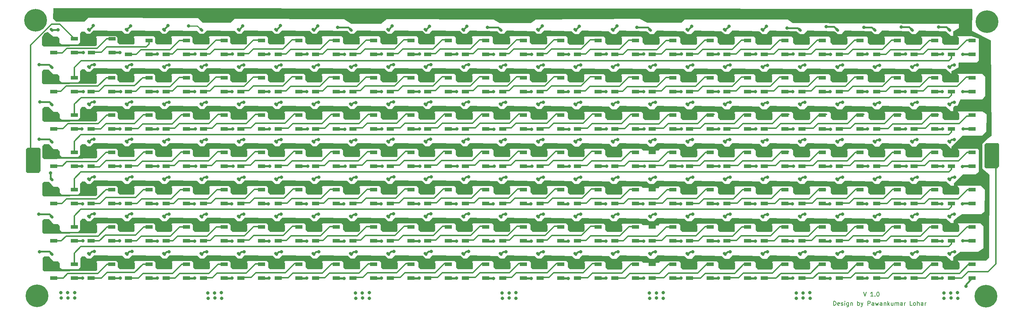
<source format=gtl>
%TF.GenerationSoftware,KiCad,Pcbnew,7.0.8*%
%TF.CreationDate,2023-11-11T14:32:32+05:30*%
%TF.ProjectId,DevBoard,44657642-6f61-4726-942e-6b696361645f,rev?*%
%TF.SameCoordinates,Original*%
%TF.FileFunction,Copper,L1,Top*%
%TF.FilePolarity,Positive*%
%FSLAX46Y46*%
G04 Gerber Fmt 4.6, Leading zero omitted, Abs format (unit mm)*
G04 Created by KiCad (PCBNEW 7.0.8) date 2023-11-11 14:32:32*
%MOMM*%
%LPD*%
G01*
G04 APERTURE LIST*
G04 Aperture macros list*
%AMRoundRect*
0 Rectangle with rounded corners*
0 $1 Rounding radius*
0 $2 $3 $4 $5 $6 $7 $8 $9 X,Y pos of 4 corners*
0 Add a 4 corners polygon primitive as box body*
4,1,4,$2,$3,$4,$5,$6,$7,$8,$9,$2,$3,0*
0 Add four circle primitives for the rounded corners*
1,1,$1+$1,$2,$3*
1,1,$1+$1,$4,$5*
1,1,$1+$1,$6,$7*
1,1,$1+$1,$8,$9*
0 Add four rect primitives between the rounded corners*
20,1,$1+$1,$2,$3,$4,$5,0*
20,1,$1+$1,$4,$5,$6,$7,0*
20,1,$1+$1,$6,$7,$8,$9,0*
20,1,$1+$1,$8,$9,$2,$3,0*%
G04 Aperture macros list end*
%ADD10C,0.200000*%
%TA.AperFunction,NonConductor*%
%ADD11C,0.200000*%
%TD*%
%TA.AperFunction,ComponentPad*%
%ADD12C,0.800000*%
%TD*%
%TA.AperFunction,ComponentPad*%
%ADD13C,5.400000*%
%TD*%
%TA.AperFunction,SMDPad,CuDef*%
%ADD14R,1.700000X0.900000*%
%TD*%
%TA.AperFunction,SMDPad,CuDef*%
%ADD15RoundRect,0.158750X0.129047X-0.353553X0.353553X-0.129047X-0.129047X0.353553X-0.353553X0.129047X0*%
%TD*%
%TA.AperFunction,ViaPad*%
%ADD16C,0.800000*%
%TD*%
%TA.AperFunction,Conductor*%
%ADD17C,0.300000*%
%TD*%
%TA.AperFunction,Conductor*%
%ADD18C,0.400000*%
%TD*%
%TA.AperFunction,Conductor*%
%ADD19C,0.500000*%
%TD*%
%TA.AperFunction,Conductor*%
%ADD20C,0.250000*%
%TD*%
G04 APERTURE END LIST*
D10*
D11*
X292123616Y-177226019D02*
X292456949Y-178226019D01*
X292456949Y-178226019D02*
X292790282Y-177226019D01*
X294409330Y-178226019D02*
X293837902Y-178226019D01*
X294123616Y-178226019D02*
X294123616Y-177226019D01*
X294123616Y-177226019D02*
X294028378Y-177368876D01*
X294028378Y-177368876D02*
X293933140Y-177464114D01*
X293933140Y-177464114D02*
X293837902Y-177511733D01*
X294837902Y-178130780D02*
X294885521Y-178178400D01*
X294885521Y-178178400D02*
X294837902Y-178226019D01*
X294837902Y-178226019D02*
X294790283Y-178178400D01*
X294790283Y-178178400D02*
X294837902Y-178130780D01*
X294837902Y-178130780D02*
X294837902Y-178226019D01*
X295504568Y-177226019D02*
X295599806Y-177226019D01*
X295599806Y-177226019D02*
X295695044Y-177273638D01*
X295695044Y-177273638D02*
X295742663Y-177321257D01*
X295742663Y-177321257D02*
X295790282Y-177416495D01*
X295790282Y-177416495D02*
X295837901Y-177606971D01*
X295837901Y-177606971D02*
X295837901Y-177845066D01*
X295837901Y-177845066D02*
X295790282Y-178035542D01*
X295790282Y-178035542D02*
X295742663Y-178130780D01*
X295742663Y-178130780D02*
X295695044Y-178178400D01*
X295695044Y-178178400D02*
X295599806Y-178226019D01*
X295599806Y-178226019D02*
X295504568Y-178226019D01*
X295504568Y-178226019D02*
X295409330Y-178178400D01*
X295409330Y-178178400D02*
X295361711Y-178130780D01*
X295361711Y-178130780D02*
X295314092Y-178035542D01*
X295314092Y-178035542D02*
X295266473Y-177845066D01*
X295266473Y-177845066D02*
X295266473Y-177606971D01*
X295266473Y-177606971D02*
X295314092Y-177416495D01*
X295314092Y-177416495D02*
X295361711Y-177321257D01*
X295361711Y-177321257D02*
X295409330Y-177273638D01*
X295409330Y-177273638D02*
X295504568Y-177226019D01*
D10*
D11*
X285002073Y-180410419D02*
X285002073Y-179410419D01*
X285002073Y-179410419D02*
X285240168Y-179410419D01*
X285240168Y-179410419D02*
X285383025Y-179458038D01*
X285383025Y-179458038D02*
X285478263Y-179553276D01*
X285478263Y-179553276D02*
X285525882Y-179648514D01*
X285525882Y-179648514D02*
X285573501Y-179838990D01*
X285573501Y-179838990D02*
X285573501Y-179981847D01*
X285573501Y-179981847D02*
X285525882Y-180172323D01*
X285525882Y-180172323D02*
X285478263Y-180267561D01*
X285478263Y-180267561D02*
X285383025Y-180362800D01*
X285383025Y-180362800D02*
X285240168Y-180410419D01*
X285240168Y-180410419D02*
X285002073Y-180410419D01*
X286383025Y-180362800D02*
X286287787Y-180410419D01*
X286287787Y-180410419D02*
X286097311Y-180410419D01*
X286097311Y-180410419D02*
X286002073Y-180362800D01*
X286002073Y-180362800D02*
X285954454Y-180267561D01*
X285954454Y-180267561D02*
X285954454Y-179886609D01*
X285954454Y-179886609D02*
X286002073Y-179791371D01*
X286002073Y-179791371D02*
X286097311Y-179743752D01*
X286097311Y-179743752D02*
X286287787Y-179743752D01*
X286287787Y-179743752D02*
X286383025Y-179791371D01*
X286383025Y-179791371D02*
X286430644Y-179886609D01*
X286430644Y-179886609D02*
X286430644Y-179981847D01*
X286430644Y-179981847D02*
X285954454Y-180077085D01*
X286811597Y-180362800D02*
X286906835Y-180410419D01*
X286906835Y-180410419D02*
X287097311Y-180410419D01*
X287097311Y-180410419D02*
X287192549Y-180362800D01*
X287192549Y-180362800D02*
X287240168Y-180267561D01*
X287240168Y-180267561D02*
X287240168Y-180219942D01*
X287240168Y-180219942D02*
X287192549Y-180124704D01*
X287192549Y-180124704D02*
X287097311Y-180077085D01*
X287097311Y-180077085D02*
X286954454Y-180077085D01*
X286954454Y-180077085D02*
X286859216Y-180029466D01*
X286859216Y-180029466D02*
X286811597Y-179934228D01*
X286811597Y-179934228D02*
X286811597Y-179886609D01*
X286811597Y-179886609D02*
X286859216Y-179791371D01*
X286859216Y-179791371D02*
X286954454Y-179743752D01*
X286954454Y-179743752D02*
X287097311Y-179743752D01*
X287097311Y-179743752D02*
X287192549Y-179791371D01*
X287668740Y-180410419D02*
X287668740Y-179743752D01*
X287668740Y-179410419D02*
X287621121Y-179458038D01*
X287621121Y-179458038D02*
X287668740Y-179505657D01*
X287668740Y-179505657D02*
X287716359Y-179458038D01*
X287716359Y-179458038D02*
X287668740Y-179410419D01*
X287668740Y-179410419D02*
X287668740Y-179505657D01*
X288573501Y-179743752D02*
X288573501Y-180553276D01*
X288573501Y-180553276D02*
X288525882Y-180648514D01*
X288525882Y-180648514D02*
X288478263Y-180696133D01*
X288478263Y-180696133D02*
X288383025Y-180743752D01*
X288383025Y-180743752D02*
X288240168Y-180743752D01*
X288240168Y-180743752D02*
X288144930Y-180696133D01*
X288573501Y-180362800D02*
X288478263Y-180410419D01*
X288478263Y-180410419D02*
X288287787Y-180410419D01*
X288287787Y-180410419D02*
X288192549Y-180362800D01*
X288192549Y-180362800D02*
X288144930Y-180315180D01*
X288144930Y-180315180D02*
X288097311Y-180219942D01*
X288097311Y-180219942D02*
X288097311Y-179934228D01*
X288097311Y-179934228D02*
X288144930Y-179838990D01*
X288144930Y-179838990D02*
X288192549Y-179791371D01*
X288192549Y-179791371D02*
X288287787Y-179743752D01*
X288287787Y-179743752D02*
X288478263Y-179743752D01*
X288478263Y-179743752D02*
X288573501Y-179791371D01*
X289049692Y-179743752D02*
X289049692Y-180410419D01*
X289049692Y-179838990D02*
X289097311Y-179791371D01*
X289097311Y-179791371D02*
X289192549Y-179743752D01*
X289192549Y-179743752D02*
X289335406Y-179743752D01*
X289335406Y-179743752D02*
X289430644Y-179791371D01*
X289430644Y-179791371D02*
X289478263Y-179886609D01*
X289478263Y-179886609D02*
X289478263Y-180410419D01*
X290716359Y-180410419D02*
X290716359Y-179410419D01*
X290716359Y-179791371D02*
X290811597Y-179743752D01*
X290811597Y-179743752D02*
X291002073Y-179743752D01*
X291002073Y-179743752D02*
X291097311Y-179791371D01*
X291097311Y-179791371D02*
X291144930Y-179838990D01*
X291144930Y-179838990D02*
X291192549Y-179934228D01*
X291192549Y-179934228D02*
X291192549Y-180219942D01*
X291192549Y-180219942D02*
X291144930Y-180315180D01*
X291144930Y-180315180D02*
X291097311Y-180362800D01*
X291097311Y-180362800D02*
X291002073Y-180410419D01*
X291002073Y-180410419D02*
X290811597Y-180410419D01*
X290811597Y-180410419D02*
X290716359Y-180362800D01*
X291525883Y-179743752D02*
X291763978Y-180410419D01*
X292002073Y-179743752D02*
X291763978Y-180410419D01*
X291763978Y-180410419D02*
X291668740Y-180648514D01*
X291668740Y-180648514D02*
X291621121Y-180696133D01*
X291621121Y-180696133D02*
X291525883Y-180743752D01*
X293144931Y-180410419D02*
X293144931Y-179410419D01*
X293144931Y-179410419D02*
X293525883Y-179410419D01*
X293525883Y-179410419D02*
X293621121Y-179458038D01*
X293621121Y-179458038D02*
X293668740Y-179505657D01*
X293668740Y-179505657D02*
X293716359Y-179600895D01*
X293716359Y-179600895D02*
X293716359Y-179743752D01*
X293716359Y-179743752D02*
X293668740Y-179838990D01*
X293668740Y-179838990D02*
X293621121Y-179886609D01*
X293621121Y-179886609D02*
X293525883Y-179934228D01*
X293525883Y-179934228D02*
X293144931Y-179934228D01*
X294573502Y-180410419D02*
X294573502Y-179886609D01*
X294573502Y-179886609D02*
X294525883Y-179791371D01*
X294525883Y-179791371D02*
X294430645Y-179743752D01*
X294430645Y-179743752D02*
X294240169Y-179743752D01*
X294240169Y-179743752D02*
X294144931Y-179791371D01*
X294573502Y-180362800D02*
X294478264Y-180410419D01*
X294478264Y-180410419D02*
X294240169Y-180410419D01*
X294240169Y-180410419D02*
X294144931Y-180362800D01*
X294144931Y-180362800D02*
X294097312Y-180267561D01*
X294097312Y-180267561D02*
X294097312Y-180172323D01*
X294097312Y-180172323D02*
X294144931Y-180077085D01*
X294144931Y-180077085D02*
X294240169Y-180029466D01*
X294240169Y-180029466D02*
X294478264Y-180029466D01*
X294478264Y-180029466D02*
X294573502Y-179981847D01*
X294954455Y-179743752D02*
X295144931Y-180410419D01*
X295144931Y-180410419D02*
X295335407Y-179934228D01*
X295335407Y-179934228D02*
X295525883Y-180410419D01*
X295525883Y-180410419D02*
X295716359Y-179743752D01*
X296525883Y-180410419D02*
X296525883Y-179886609D01*
X296525883Y-179886609D02*
X296478264Y-179791371D01*
X296478264Y-179791371D02*
X296383026Y-179743752D01*
X296383026Y-179743752D02*
X296192550Y-179743752D01*
X296192550Y-179743752D02*
X296097312Y-179791371D01*
X296525883Y-180362800D02*
X296430645Y-180410419D01*
X296430645Y-180410419D02*
X296192550Y-180410419D01*
X296192550Y-180410419D02*
X296097312Y-180362800D01*
X296097312Y-180362800D02*
X296049693Y-180267561D01*
X296049693Y-180267561D02*
X296049693Y-180172323D01*
X296049693Y-180172323D02*
X296097312Y-180077085D01*
X296097312Y-180077085D02*
X296192550Y-180029466D01*
X296192550Y-180029466D02*
X296430645Y-180029466D01*
X296430645Y-180029466D02*
X296525883Y-179981847D01*
X297002074Y-179743752D02*
X297002074Y-180410419D01*
X297002074Y-179838990D02*
X297049693Y-179791371D01*
X297049693Y-179791371D02*
X297144931Y-179743752D01*
X297144931Y-179743752D02*
X297287788Y-179743752D01*
X297287788Y-179743752D02*
X297383026Y-179791371D01*
X297383026Y-179791371D02*
X297430645Y-179886609D01*
X297430645Y-179886609D02*
X297430645Y-180410419D01*
X297906836Y-180410419D02*
X297906836Y-179410419D01*
X298002074Y-180029466D02*
X298287788Y-180410419D01*
X298287788Y-179743752D02*
X297906836Y-180124704D01*
X299144931Y-179743752D02*
X299144931Y-180410419D01*
X298716360Y-179743752D02*
X298716360Y-180267561D01*
X298716360Y-180267561D02*
X298763979Y-180362800D01*
X298763979Y-180362800D02*
X298859217Y-180410419D01*
X298859217Y-180410419D02*
X299002074Y-180410419D01*
X299002074Y-180410419D02*
X299097312Y-180362800D01*
X299097312Y-180362800D02*
X299144931Y-180315180D01*
X299621122Y-180410419D02*
X299621122Y-179743752D01*
X299621122Y-179838990D02*
X299668741Y-179791371D01*
X299668741Y-179791371D02*
X299763979Y-179743752D01*
X299763979Y-179743752D02*
X299906836Y-179743752D01*
X299906836Y-179743752D02*
X300002074Y-179791371D01*
X300002074Y-179791371D02*
X300049693Y-179886609D01*
X300049693Y-179886609D02*
X300049693Y-180410419D01*
X300049693Y-179886609D02*
X300097312Y-179791371D01*
X300097312Y-179791371D02*
X300192550Y-179743752D01*
X300192550Y-179743752D02*
X300335407Y-179743752D01*
X300335407Y-179743752D02*
X300430646Y-179791371D01*
X300430646Y-179791371D02*
X300478265Y-179886609D01*
X300478265Y-179886609D02*
X300478265Y-180410419D01*
X301383026Y-180410419D02*
X301383026Y-179886609D01*
X301383026Y-179886609D02*
X301335407Y-179791371D01*
X301335407Y-179791371D02*
X301240169Y-179743752D01*
X301240169Y-179743752D02*
X301049693Y-179743752D01*
X301049693Y-179743752D02*
X300954455Y-179791371D01*
X301383026Y-180362800D02*
X301287788Y-180410419D01*
X301287788Y-180410419D02*
X301049693Y-180410419D01*
X301049693Y-180410419D02*
X300954455Y-180362800D01*
X300954455Y-180362800D02*
X300906836Y-180267561D01*
X300906836Y-180267561D02*
X300906836Y-180172323D01*
X300906836Y-180172323D02*
X300954455Y-180077085D01*
X300954455Y-180077085D02*
X301049693Y-180029466D01*
X301049693Y-180029466D02*
X301287788Y-180029466D01*
X301287788Y-180029466D02*
X301383026Y-179981847D01*
X301859217Y-180410419D02*
X301859217Y-179743752D01*
X301859217Y-179934228D02*
X301906836Y-179838990D01*
X301906836Y-179838990D02*
X301954455Y-179791371D01*
X301954455Y-179791371D02*
X302049693Y-179743752D01*
X302049693Y-179743752D02*
X302144931Y-179743752D01*
X303716360Y-180410419D02*
X303240170Y-180410419D01*
X303240170Y-180410419D02*
X303240170Y-179410419D01*
X304192551Y-180410419D02*
X304097313Y-180362800D01*
X304097313Y-180362800D02*
X304049694Y-180315180D01*
X304049694Y-180315180D02*
X304002075Y-180219942D01*
X304002075Y-180219942D02*
X304002075Y-179934228D01*
X304002075Y-179934228D02*
X304049694Y-179838990D01*
X304049694Y-179838990D02*
X304097313Y-179791371D01*
X304097313Y-179791371D02*
X304192551Y-179743752D01*
X304192551Y-179743752D02*
X304335408Y-179743752D01*
X304335408Y-179743752D02*
X304430646Y-179791371D01*
X304430646Y-179791371D02*
X304478265Y-179838990D01*
X304478265Y-179838990D02*
X304525884Y-179934228D01*
X304525884Y-179934228D02*
X304525884Y-180219942D01*
X304525884Y-180219942D02*
X304478265Y-180315180D01*
X304478265Y-180315180D02*
X304430646Y-180362800D01*
X304430646Y-180362800D02*
X304335408Y-180410419D01*
X304335408Y-180410419D02*
X304192551Y-180410419D01*
X304954456Y-180410419D02*
X304954456Y-179410419D01*
X305383027Y-180410419D02*
X305383027Y-179886609D01*
X305383027Y-179886609D02*
X305335408Y-179791371D01*
X305335408Y-179791371D02*
X305240170Y-179743752D01*
X305240170Y-179743752D02*
X305097313Y-179743752D01*
X305097313Y-179743752D02*
X305002075Y-179791371D01*
X305002075Y-179791371D02*
X304954456Y-179838990D01*
X306287789Y-180410419D02*
X306287789Y-179886609D01*
X306287789Y-179886609D02*
X306240170Y-179791371D01*
X306240170Y-179791371D02*
X306144932Y-179743752D01*
X306144932Y-179743752D02*
X305954456Y-179743752D01*
X305954456Y-179743752D02*
X305859218Y-179791371D01*
X306287789Y-180362800D02*
X306192551Y-180410419D01*
X306192551Y-180410419D02*
X305954456Y-180410419D01*
X305954456Y-180410419D02*
X305859218Y-180362800D01*
X305859218Y-180362800D02*
X305811599Y-180267561D01*
X305811599Y-180267561D02*
X305811599Y-180172323D01*
X305811599Y-180172323D02*
X305859218Y-180077085D01*
X305859218Y-180077085D02*
X305954456Y-180029466D01*
X305954456Y-180029466D02*
X306192551Y-180029466D01*
X306192551Y-180029466D02*
X306287789Y-179981847D01*
X306763980Y-180410419D02*
X306763980Y-179743752D01*
X306763980Y-179934228D02*
X306811599Y-179838990D01*
X306811599Y-179838990D02*
X306859218Y-179791371D01*
X306859218Y-179791371D02*
X306954456Y-179743752D01*
X306954456Y-179743752D02*
X307049694Y-179743752D01*
D12*
%TO.P,H4,1*%
%TO.N,N/C*%
X323284200Y-178206400D03*
X321259200Y-180231400D03*
X322691091Y-179638291D03*
D13*
X321259200Y-178206400D03*
D12*
X321259200Y-176181400D03*
X319827309Y-179638291D03*
X322691091Y-176774509D03*
X319234200Y-178206400D03*
X319827309Y-176774509D03*
%TD*%
%TO.P,H3,1*%
%TO.N,N/C*%
X97478200Y-178114291D03*
X95453200Y-180139291D03*
X96885091Y-179546182D03*
D13*
X95453200Y-178114291D03*
D12*
X95453200Y-176089291D03*
X94021309Y-179546182D03*
X96885091Y-176682400D03*
X93428200Y-178114291D03*
X94021309Y-176682400D03*
%TD*%
%TO.P,H2,1*%
%TO.N,N/C*%
X320081309Y-111344109D03*
X319488200Y-112776000D03*
X322945091Y-111344109D03*
X320081309Y-114207891D03*
X321513200Y-110751000D03*
D13*
X321513200Y-112776000D03*
D12*
X322945091Y-114207891D03*
X321513200Y-114801000D03*
X323538200Y-112776000D03*
%TD*%
%TO.P,H1,1*%
%TO.N,N/C*%
X97173400Y-112420400D03*
X95148400Y-114445400D03*
X96580291Y-113852291D03*
D13*
X95148400Y-112420400D03*
D12*
X95148400Y-110395400D03*
X93716509Y-113852291D03*
X96580291Y-110988509D03*
X93123400Y-112420400D03*
X93716509Y-110988509D03*
%TD*%
D14*
%TO.P,LED152,1-VDD,VDD*%
%TO.N,+5V*%
X108348800Y-170628400D03*
%TO.P,LED152,2-DO,DO*%
%TO.N,Net-(LED152-DO)*%
X108348800Y-173928400D03*
%TO.P,LED152,3-GND,GND*%
%TO.N,GND*%
X113248800Y-173928400D03*
%TO.P,LED152,4-DIN,DI*%
%TO.N,Net-(LED151-DO)*%
X113248800Y-170628400D03*
%TD*%
D15*
%TO.P,C148,1*%
%TO.N,+5V*%
X293547759Y-160417041D03*
%TO.P,C148,2*%
%TO.N,GND*%
X294749841Y-159214959D03*
%TD*%
%TO.P,C144,1*%
%TO.N,+5V*%
X257947759Y-160417041D03*
%TO.P,C144,2*%
%TO.N,GND*%
X259149841Y-159214959D03*
%TD*%
D14*
%TO.P,LED59,1-VDD,VDD*%
%TO.N,+5V*%
X170648800Y-135028400D03*
%TO.P,LED59,2-DO,DO*%
%TO.N,Net-(LED59-DO)*%
X170648800Y-138328400D03*
%TO.P,LED59,3-GND,GND*%
%TO.N,GND*%
X175548800Y-138328400D03*
%TO.P,LED59,4-DIN,DI*%
%TO.N,Net-(LED58-DO)*%
X175548800Y-135028400D03*
%TD*%
D15*
%TO.P,C30,1*%
%TO.N,+5V*%
X133347759Y-124817041D03*
%TO.P,C30,2*%
%TO.N,GND*%
X134549841Y-123614959D03*
%TD*%
D14*
%TO.P,LED111,1-VDD,VDD*%
%TO.N,+5V*%
X188448800Y-152828400D03*
%TO.P,LED111,2-DO,DO*%
%TO.N,Net-(LED111-DO)*%
X188448800Y-156128400D03*
%TO.P,LED111,3-GND,GND*%
%TO.N,GND*%
X193348800Y-156128400D03*
%TO.P,LED111,4-DIN,DI*%
%TO.N,Net-(LED110-DO)*%
X193348800Y-152828400D03*
%TD*%
%TO.P,LED87,1-VDD,VDD*%
%TO.N,+5V*%
X197348800Y-143928400D03*
%TO.P,LED87,2-DO,DO*%
%TO.N,Net-(LED87-DO)*%
X197348800Y-147228400D03*
%TO.P,LED87,3-GND,GND*%
%TO.N,GND*%
X202248800Y-147228400D03*
%TO.P,LED87,4-DIN,DI*%
%TO.N,Net-(LED86-DO)*%
X202248800Y-143928400D03*
%TD*%
%TO.P,LED70,1-VDD,VDD*%
%TO.N,+5V*%
X268548800Y-135028400D03*
%TO.P,LED70,2-DO,DO*%
%TO.N,Net-(LED70-DO)*%
X268548800Y-138328400D03*
%TO.P,LED70,3-GND,GND*%
%TO.N,GND*%
X273448800Y-138328400D03*
%TO.P,LED70,4-DIN,DI*%
%TO.N,Net-(LED69-DO)*%
X273448800Y-135028400D03*
%TD*%
%TO.P,LED8,1-VDD,VDD*%
%TO.N,+5V*%
X161748800Y-117228400D03*
%TO.P,LED8,2-DO,DO*%
%TO.N,Net-(LED8-DO)*%
X161748800Y-120528400D03*
%TO.P,LED8,3-GND,GND*%
%TO.N,GND*%
X166648800Y-120528400D03*
%TO.P,LED8,4-DIN,DI*%
%TO.N,Net-(LED7-DO)*%
X166648800Y-117228400D03*
%TD*%
D15*
%TO.P,C132,1*%
%TO.N,+5V*%
X151147759Y-160417041D03*
%TO.P,C132,2*%
%TO.N,GND*%
X152349841Y-159214959D03*
%TD*%
D14*
%TO.P,LED22,1-VDD,VDD*%
%TO.N,+5V*%
X286348800Y-117228400D03*
%TO.P,LED22,2-DO,DO*%
%TO.N,Net-(LED22-DO)*%
X286348800Y-120528400D03*
%TO.P,LED22,3-GND,GND*%
%TO.N,GND*%
X291248800Y-120528400D03*
%TO.P,LED22,4-DIN,DI*%
%TO.N,Net-(LED21-DO)*%
X291248800Y-117228400D03*
%TD*%
%TO.P,LED11,1-VDD,VDD*%
%TO.N,+5V*%
X188448800Y-117228400D03*
%TO.P,LED11,2-DO,DO*%
%TO.N,Net-(LED11-DO)*%
X188448800Y-120528400D03*
%TO.P,LED11,3-GND,GND*%
%TO.N,GND*%
X193348800Y-120528400D03*
%TO.P,LED11,4-DIN,DI*%
%TO.N,Net-(LED10-DO)*%
X193348800Y-117228400D03*
%TD*%
%TO.P,LED168,1-VDD,VDD*%
%TO.N,+5V*%
X250748800Y-170628400D03*
%TO.P,LED168,2-DO,DO*%
%TO.N,Net-(LED168-DO)*%
X250748800Y-173928400D03*
%TO.P,LED168,3-GND,GND*%
%TO.N,GND*%
X255648800Y-173928400D03*
%TO.P,LED168,4-DIN,DI*%
%TO.N,Net-(LED167-DO)*%
X255648800Y-170628400D03*
%TD*%
%TO.P,LED25,1-VDD,VDD*%
%TO.N,+5V*%
X313048800Y-117228400D03*
%TO.P,LED25,2-DO,DO*%
%TO.N,/LedMatrix/DOUT*%
X313048800Y-120528400D03*
%TO.P,LED25,3-GND,GND*%
%TO.N,GND*%
X317948800Y-120528400D03*
%TO.P,LED25,4-DIN,DI*%
%TO.N,Net-(LED24-DO)*%
X317948800Y-117228400D03*
%TD*%
D15*
%TO.P,C150,1*%
%TO.N,+5V*%
X311347759Y-160417041D03*
%TO.P,C150,2*%
%TO.N,GND*%
X312549841Y-159214959D03*
%TD*%
%TO.P,C29,1*%
%TO.N,+5V*%
X124447759Y-124817041D03*
%TO.P,C29,2*%
%TO.N,GND*%
X125649841Y-123614959D03*
%TD*%
%TO.P,C131,1*%
%TO.N,+5V*%
X142247759Y-160417041D03*
%TO.P,C131,2*%
%TO.N,GND*%
X143449841Y-159214959D03*
%TD*%
D14*
%TO.P,LED66,1-VDD,VDD*%
%TO.N,+5V*%
X232948800Y-135028400D03*
%TO.P,LED66,2-DO,DO*%
%TO.N,Net-(LED66-DO)*%
X232948800Y-138328400D03*
%TO.P,LED66,3-GND,GND*%
%TO.N,GND*%
X237848800Y-138328400D03*
%TO.P,LED66,4-DIN,DI*%
%TO.N,Net-(LED65-DO)*%
X237848800Y-135028400D03*
%TD*%
D15*
%TO.P,C91,1*%
%TO.N,+5V*%
X231247759Y-142617041D03*
%TO.P,C91,2*%
%TO.N,GND*%
X232449841Y-141414959D03*
%TD*%
D14*
%TO.P,LED43,1-VDD,VDD*%
%TO.N,+5V*%
X250748800Y-126128400D03*
%TO.P,LED43,2-DO,DO*%
%TO.N,Net-(LED43-DO)*%
X250748800Y-129428400D03*
%TO.P,LED43,3-GND,GND*%
%TO.N,GND*%
X255648800Y-129428400D03*
%TO.P,LED43,4-DIN,DI*%
%TO.N,Net-(LED42-DO)*%
X255648800Y-126128400D03*
%TD*%
%TO.P,LED13,1-VDD,VDD*%
%TO.N,+5V*%
X206248800Y-117228400D03*
%TO.P,LED13,2-DO,DO*%
%TO.N,Net-(LED13-DO)*%
X206248800Y-120528400D03*
%TO.P,LED13,3-GND,GND*%
%TO.N,GND*%
X211148800Y-120528400D03*
%TO.P,LED13,4-DIN,DI*%
%TO.N,Net-(LED12-DO)*%
X211148800Y-117228400D03*
%TD*%
%TO.P,LED65,1-VDD,VDD*%
%TO.N,+5V*%
X224048800Y-135028400D03*
%TO.P,LED65,2-DO,DO*%
%TO.N,Net-(LED65-DO)*%
X224048800Y-138328400D03*
%TO.P,LED65,3-GND,GND*%
%TO.N,GND*%
X228948800Y-138328400D03*
%TO.P,LED65,4-DIN,DI*%
%TO.N,Net-(LED64-DO)*%
X228948800Y-135028400D03*
%TD*%
D15*
%TO.P,C80,1*%
%TO.N,+5V*%
X133347759Y-142617041D03*
%TO.P,C80,2*%
%TO.N,GND*%
X134549841Y-141414959D03*
%TD*%
D14*
%TO.P,LED44,1-VDD,VDD*%
%TO.N,+5V*%
X259648800Y-126128400D03*
%TO.P,LED44,2-DO,DO*%
%TO.N,Net-(LED44-DO)*%
X259648800Y-129428400D03*
%TO.P,LED44,3-GND,GND*%
%TO.N,GND*%
X264548800Y-129428400D03*
%TO.P,LED44,4-DIN,DI*%
%TO.N,Net-(LED43-DO)*%
X264548800Y-126128400D03*
%TD*%
D15*
%TO.P,C71,1*%
%TO.N,+5V*%
X275747759Y-133717041D03*
%TO.P,C71,2*%
%TO.N,GND*%
X276949841Y-132514959D03*
%TD*%
%TO.P,C96,1*%
%TO.N,+5V*%
X275747759Y-142617041D03*
%TO.P,C96,2*%
%TO.N,GND*%
X276949841Y-141414959D03*
%TD*%
D14*
%TO.P,LED150,1-VDD,VDD*%
%TO.N,+5V*%
X313048800Y-161728400D03*
%TO.P,LED150,2-DO,DO*%
%TO.N,/LedMatrix5/DOUT*%
X313048800Y-165028400D03*
%TO.P,LED150,3-GND,GND*%
%TO.N,GND*%
X317948800Y-165028400D03*
%TO.P,LED150,4-DIN,DI*%
%TO.N,Net-(LED149-DO)*%
X317948800Y-161728400D03*
%TD*%
D15*
%TO.P,C68,1*%
%TO.N,+5V*%
X249047759Y-133717041D03*
%TO.P,C68,2*%
%TO.N,GND*%
X250249841Y-132514959D03*
%TD*%
%TO.P,C125,1*%
%TO.N,+5V*%
X311347759Y-151517041D03*
%TO.P,C125,2*%
%TO.N,GND*%
X312549841Y-150314959D03*
%TD*%
%TO.P,C10,1*%
%TO.N,+5V*%
X177847759Y-115917041D03*
%TO.P,C10,2*%
%TO.N,GND*%
X179049841Y-114714959D03*
%TD*%
%TO.P,C55,1*%
%TO.N,+5V*%
X133347759Y-133717041D03*
%TO.P,C55,2*%
%TO.N,GND*%
X134549841Y-132514959D03*
%TD*%
%TO.P,C141,1*%
%TO.N,+5V*%
X231247759Y-160417041D03*
%TO.P,C141,2*%
%TO.N,GND*%
X232449841Y-159214959D03*
%TD*%
D14*
%TO.P,LED1,1-VDD,VDD*%
%TO.N,+5V*%
X99454800Y-116815600D03*
%TO.P,LED1,2-DO,DO*%
%TO.N,Net-(LED1-DO)*%
X99454800Y-120115600D03*
%TO.P,LED1,3-GND,GND*%
%TO.N,GND*%
X104354800Y-120115600D03*
%TO.P,LED1,4-DIN,DI*%
%TO.N,/LedMatrix/DIN*%
X104354800Y-116815600D03*
%TD*%
D15*
%TO.P,C124,1*%
%TO.N,+5V*%
X302447759Y-151517041D03*
%TO.P,C124,2*%
%TO.N,GND*%
X303649841Y-150314959D03*
%TD*%
%TO.P,C5,1*%
%TO.N,+5V*%
X133347759Y-115917041D03*
%TO.P,C5,2*%
%TO.N,GND*%
X134549841Y-114714959D03*
%TD*%
%TO.P,C3,1*%
%TO.N,+5V*%
X115547759Y-115917041D03*
%TO.P,C3,2*%
%TO.N,GND*%
X116749841Y-114714959D03*
%TD*%
%TO.P,C37,1*%
%TO.N,+5V*%
X195647759Y-124817041D03*
%TO.P,C37,2*%
%TO.N,GND*%
X196849841Y-123614959D03*
%TD*%
D14*
%TO.P,LED119,1-VDD,VDD*%
%TO.N,+5V*%
X259648800Y-152828400D03*
%TO.P,LED119,2-DO,DO*%
%TO.N,Net-(LED119-DO)*%
X259648800Y-156128400D03*
%TO.P,LED119,3-GND,GND*%
%TO.N,GND*%
X264548800Y-156128400D03*
%TO.P,LED119,4-DIN,DI*%
%TO.N,Net-(LED118-DO)*%
X264548800Y-152828400D03*
%TD*%
D15*
%TO.P,C151,1*%
%TO.N,+5V*%
X97747759Y-169317041D03*
%TO.P,C151,2*%
%TO.N,GND*%
X98949841Y-168114959D03*
%TD*%
D14*
%TO.P,LED6,1-VDD,VDD*%
%TO.N,+5V*%
X143948800Y-117228400D03*
%TO.P,LED6,2-DO,DO*%
%TO.N,Net-(LED6-DO)*%
X143948800Y-120528400D03*
%TO.P,LED6,3-GND,GND*%
%TO.N,GND*%
X148848800Y-120528400D03*
%TO.P,LED6,4-DIN,DI*%
%TO.N,Net-(LED5-DO)*%
X148848800Y-117228400D03*
%TD*%
D15*
%TO.P,C51,1*%
%TO.N,+5V*%
X97747759Y-133717041D03*
%TO.P,C51,2*%
%TO.N,GND*%
X98949841Y-132514959D03*
%TD*%
D14*
%TO.P,LED39,1-VDD,VDD*%
%TO.N,+5V*%
X215148800Y-126128400D03*
%TO.P,LED39,2-DO,DO*%
%TO.N,Net-(LED39-DO)*%
X215148800Y-129428400D03*
%TO.P,LED39,3-GND,GND*%
%TO.N,GND*%
X220048800Y-129428400D03*
%TO.P,LED39,4-DIN,DI*%
%TO.N,Net-(LED38-DO)*%
X220048800Y-126128400D03*
%TD*%
D15*
%TO.P,C76,1*%
%TO.N,+5V*%
X97747759Y-142617041D03*
%TO.P,C76,2*%
%TO.N,GND*%
X98949841Y-141414959D03*
%TD*%
D14*
%TO.P,LED55,1-VDD,VDD*%
%TO.N,+5V*%
X135048800Y-135028400D03*
%TO.P,LED55,2-DO,DO*%
%TO.N,Net-(LED55-DO)*%
X135048800Y-138328400D03*
%TO.P,LED55,3-GND,GND*%
%TO.N,GND*%
X139948800Y-138328400D03*
%TO.P,LED55,4-DIN,DI*%
%TO.N,Net-(LED54-DO)*%
X139948800Y-135028400D03*
%TD*%
D15*
%TO.P,C21,1*%
%TO.N,+5V*%
X275747759Y-115917041D03*
%TO.P,C21,2*%
%TO.N,GND*%
X276949841Y-114714959D03*
%TD*%
D14*
%TO.P,LED38,1-VDD,VDD*%
%TO.N,+5V*%
X206248800Y-126128400D03*
%TO.P,LED38,2-DO,DO*%
%TO.N,Net-(LED38-DO)*%
X206248800Y-129428400D03*
%TO.P,LED38,3-GND,GND*%
%TO.N,GND*%
X211148800Y-129428400D03*
%TO.P,LED38,4-DIN,DI*%
%TO.N,Net-(LED37-DO)*%
X211148800Y-126128400D03*
%TD*%
D15*
%TO.P,C59,1*%
%TO.N,+5V*%
X168947759Y-133717041D03*
%TO.P,C59,2*%
%TO.N,GND*%
X170149841Y-132514959D03*
%TD*%
%TO.P,C99,1*%
%TO.N,+5V*%
X302447759Y-142617041D03*
%TO.P,C99,2*%
%TO.N,GND*%
X303649841Y-141414959D03*
%TD*%
D14*
%TO.P,LED132,1-VDD,VDD*%
%TO.N,+5V*%
X152848800Y-161728400D03*
%TO.P,LED132,2-DO,DO*%
%TO.N,Net-(LED132-DO)*%
X152848800Y-165028400D03*
%TO.P,LED132,3-GND,GND*%
%TO.N,GND*%
X157748800Y-165028400D03*
%TO.P,LED132,4-DIN,DI*%
%TO.N,Net-(LED131-DO)*%
X157748800Y-161728400D03*
%TD*%
D15*
%TO.P,C52,1*%
%TO.N,+5V*%
X106647759Y-133717041D03*
%TO.P,C52,2*%
%TO.N,GND*%
X107849841Y-132514959D03*
%TD*%
%TO.P,C136,1*%
%TO.N,+5V*%
X186747759Y-160417041D03*
%TO.P,C136,2*%
%TO.N,GND*%
X187949841Y-159214959D03*
%TD*%
%TO.P,C156,1*%
%TO.N,+5V*%
X142247759Y-169317041D03*
%TO.P,C156,2*%
%TO.N,GND*%
X143449841Y-168114959D03*
%TD*%
%TO.P,C168,1*%
%TO.N,+5V*%
X249047759Y-169317041D03*
%TO.P,C168,2*%
%TO.N,GND*%
X250249841Y-168114959D03*
%TD*%
%TO.P,C90,1*%
%TO.N,+5V*%
X222347759Y-142617041D03*
%TO.P,C90,2*%
%TO.N,GND*%
X223549841Y-141414959D03*
%TD*%
D14*
%TO.P,LED139,1-VDD,VDD*%
%TO.N,+5V*%
X215148800Y-161728400D03*
%TO.P,LED139,2-DO,DO*%
%TO.N,Net-(LED139-DO)*%
X215148800Y-165028400D03*
%TO.P,LED139,3-GND,GND*%
%TO.N,GND*%
X220048800Y-165028400D03*
%TO.P,LED139,4-DIN,DI*%
%TO.N,Net-(LED138-DO)*%
X220048800Y-161728400D03*
%TD*%
%TO.P,LED74,1-VDD,VDD*%
%TO.N,+5V*%
X304148800Y-135028400D03*
%TO.P,LED74,2-DO,DO*%
%TO.N,Net-(LED74-DO)*%
X304148800Y-138328400D03*
%TO.P,LED74,3-GND,GND*%
%TO.N,GND*%
X309048800Y-138328400D03*
%TO.P,LED74,4-DIN,DI*%
%TO.N,Net-(LED73-DO)*%
X309048800Y-135028400D03*
%TD*%
D15*
%TO.P,C152,1*%
%TO.N,+5V*%
X106647759Y-169317041D03*
%TO.P,C152,2*%
%TO.N,GND*%
X107849841Y-168114959D03*
%TD*%
D14*
%TO.P,LED173,1-VDD,VDD*%
%TO.N,+5V*%
X295248800Y-170628400D03*
%TO.P,LED173,2-DO,DO*%
%TO.N,Net-(LED173-DO)*%
X295248800Y-173928400D03*
%TO.P,LED173,3-GND,GND*%
%TO.N,GND*%
X300148800Y-173928400D03*
%TO.P,LED173,4-DIN,DI*%
%TO.N,Net-(LED172-DO)*%
X300148800Y-170628400D03*
%TD*%
%TO.P,LED120,1-VDD,VDD*%
%TO.N,+5V*%
X268548800Y-152828400D03*
%TO.P,LED120,2-DO,DO*%
%TO.N,Net-(LED120-DO)*%
X268548800Y-156128400D03*
%TO.P,LED120,3-GND,GND*%
%TO.N,GND*%
X273448800Y-156128400D03*
%TO.P,LED120,4-DIN,DI*%
%TO.N,Net-(LED119-DO)*%
X273448800Y-152828400D03*
%TD*%
%TO.P,LED86,1-VDD,VDD*%
%TO.N,+5V*%
X188448800Y-143928400D03*
%TO.P,LED86,2-DO,DO*%
%TO.N,Net-(LED86-DO)*%
X188448800Y-147228400D03*
%TO.P,LED86,3-GND,GND*%
%TO.N,GND*%
X193348800Y-147228400D03*
%TO.P,LED86,4-DIN,DI*%
%TO.N,Net-(LED85-DO)*%
X193348800Y-143928400D03*
%TD*%
D15*
%TO.P,C143,1*%
%TO.N,+5V*%
X249047759Y-160417041D03*
%TO.P,C143,2*%
%TO.N,GND*%
X250249841Y-159214959D03*
%TD*%
%TO.P,C15,1*%
%TO.N,+5V*%
X222347759Y-115917041D03*
%TO.P,C15,2*%
%TO.N,GND*%
X223549841Y-114714959D03*
%TD*%
%TO.P,C93,1*%
%TO.N,+5V*%
X249047759Y-142617041D03*
%TO.P,C93,2*%
%TO.N,GND*%
X250249841Y-141414959D03*
%TD*%
D14*
%TO.P,LED10,1-VDD,VDD*%
%TO.N,+5V*%
X179548800Y-117228400D03*
%TO.P,LED10,2-DO,DO*%
%TO.N,Net-(LED10-DO)*%
X179548800Y-120528400D03*
%TO.P,LED10,3-GND,GND*%
%TO.N,GND*%
X184448800Y-120528400D03*
%TO.P,LED10,4-DIN,DI*%
%TO.N,Net-(LED10-DI)*%
X184448800Y-117228400D03*
%TD*%
%TO.P,LED32,1-VDD,VDD*%
%TO.N,+5V*%
X152848800Y-126128400D03*
%TO.P,LED32,2-DO,DO*%
%TO.N,Net-(LED32-DO)*%
X152848800Y-129428400D03*
%TO.P,LED32,3-GND,GND*%
%TO.N,GND*%
X157748800Y-129428400D03*
%TO.P,LED32,4-DIN,DI*%
%TO.N,Net-(LED31-DO)*%
X157748800Y-126128400D03*
%TD*%
%TO.P,LED107,1-VDD,VDD*%
%TO.N,+5V*%
X152848800Y-152828400D03*
%TO.P,LED107,2-DO,DO*%
%TO.N,Net-(LED107-DO)*%
X152848800Y-156128400D03*
%TO.P,LED107,3-GND,GND*%
%TO.N,GND*%
X157748800Y-156128400D03*
%TO.P,LED107,4-DIN,DI*%
%TO.N,Net-(LED106-DO)*%
X157748800Y-152828400D03*
%TD*%
%TO.P,LED20,1-VDD,VDD*%
%TO.N,+5V*%
X268548800Y-117228400D03*
%TO.P,LED20,2-DO,DO*%
%TO.N,Net-(LED20-DO)*%
X268548800Y-120528400D03*
%TO.P,LED20,3-GND,GND*%
%TO.N,GND*%
X273448800Y-120528400D03*
%TO.P,LED20,4-DIN,DI*%
%TO.N,Net-(LED19-DO)*%
X273448800Y-117228400D03*
%TD*%
%TO.P,LED92,1-VDD,VDD*%
%TO.N,+5V*%
X241848800Y-143928400D03*
%TO.P,LED92,2-DO,DO*%
%TO.N,Net-(LED92-DO)*%
X241848800Y-147228400D03*
%TO.P,LED92,3-GND,GND*%
%TO.N,GND*%
X246748800Y-147228400D03*
%TO.P,LED92,4-DIN,DI*%
%TO.N,Net-(LED91-DO)*%
X246748800Y-143928400D03*
%TD*%
D15*
%TO.P,C130,1*%
%TO.N,+5V*%
X133347759Y-160417041D03*
%TO.P,C130,2*%
%TO.N,GND*%
X134549841Y-159214959D03*
%TD*%
D14*
%TO.P,LED145,1-VDD,VDD*%
%TO.N,+5V*%
X268548800Y-161728400D03*
%TO.P,LED145,2-DO,DO*%
%TO.N,Net-(LED145-DO)*%
X268548800Y-165028400D03*
%TO.P,LED145,3-GND,GND*%
%TO.N,GND*%
X273448800Y-165028400D03*
%TO.P,LED145,4-DIN,DI*%
%TO.N,Net-(LED144-DO)*%
X273448800Y-161728400D03*
%TD*%
%TO.P,LED109,1-VDD,VDD*%
%TO.N,+5V*%
X170648800Y-152828400D03*
%TO.P,LED109,2-DO,DO*%
%TO.N,Net-(LED109-DO)*%
X170648800Y-156128400D03*
%TO.P,LED109,3-GND,GND*%
%TO.N,GND*%
X175548800Y-156128400D03*
%TO.P,LED109,4-DIN,DI*%
%TO.N,Net-(LED108-DO)*%
X175548800Y-152828400D03*
%TD*%
D15*
%TO.P,C56,1*%
%TO.N,+5V*%
X142247759Y-133717041D03*
%TO.P,C56,2*%
%TO.N,GND*%
X143449841Y-132514959D03*
%TD*%
D14*
%TO.P,LED155,1-VDD,VDD*%
%TO.N,+5V*%
X135048800Y-170628400D03*
%TO.P,LED155,2-DO,DO*%
%TO.N,Net-(LED155-DO)*%
X135048800Y-173928400D03*
%TO.P,LED155,3-GND,GND*%
%TO.N,GND*%
X139948800Y-173928400D03*
%TO.P,LED155,4-DIN,DI*%
%TO.N,Net-(LED154-DO)*%
X139948800Y-170628400D03*
%TD*%
D15*
%TO.P,C12,1*%
%TO.N,+5V*%
X195647759Y-115917041D03*
%TO.P,C12,2*%
%TO.N,GND*%
X196849841Y-114714959D03*
%TD*%
D14*
%TO.P,LED112,1-VDD,VDD*%
%TO.N,+5V*%
X197348800Y-152828400D03*
%TO.P,LED112,2-DO,DO*%
%TO.N,Net-(LED112-DO)*%
X197348800Y-156128400D03*
%TO.P,LED112,3-GND,GND*%
%TO.N,GND*%
X202248800Y-156128400D03*
%TO.P,LED112,4-DIN,DI*%
%TO.N,Net-(LED111-DO)*%
X202248800Y-152828400D03*
%TD*%
D15*
%TO.P,C160,1*%
%TO.N,+5V*%
X177847759Y-169317041D03*
%TO.P,C160,2*%
%TO.N,GND*%
X179049841Y-168114959D03*
%TD*%
%TO.P,C13,1*%
%TO.N,+5V*%
X204547759Y-115917041D03*
%TO.P,C13,2*%
%TO.N,GND*%
X205749841Y-114714959D03*
%TD*%
%TO.P,C25,1*%
%TO.N,+5V*%
X311347759Y-115917041D03*
%TO.P,C25,2*%
%TO.N,GND*%
X312549841Y-114714959D03*
%TD*%
%TO.P,C138,1*%
%TO.N,+5V*%
X204547759Y-160417041D03*
%TO.P,C138,2*%
%TO.N,GND*%
X205749841Y-159214959D03*
%TD*%
%TO.P,C32,1*%
%TO.N,+5V*%
X151147759Y-124817041D03*
%TO.P,C32,2*%
%TO.N,GND*%
X152349841Y-123614959D03*
%TD*%
%TO.P,C49,1*%
%TO.N,+5V*%
X302447759Y-124817041D03*
%TO.P,C49,2*%
%TO.N,GND*%
X303649841Y-123614959D03*
%TD*%
D14*
%TO.P,LED79,1-VDD,VDD*%
%TO.N,+5V*%
X126148800Y-143928400D03*
%TO.P,LED79,2-DO,DO*%
%TO.N,Net-(LED79-DO)*%
X126148800Y-147228400D03*
%TO.P,LED79,3-GND,GND*%
%TO.N,GND*%
X131048800Y-147228400D03*
%TO.P,LED79,4-DIN,DI*%
%TO.N,Net-(LED78-DO)*%
X131048800Y-143928400D03*
%TD*%
D15*
%TO.P,C116,1*%
%TO.N,+5V*%
X231247759Y-151517041D03*
%TO.P,C116,2*%
%TO.N,GND*%
X232449841Y-150314959D03*
%TD*%
%TO.P,C66,1*%
%TO.N,+5V*%
X231247759Y-133717041D03*
%TO.P,C66,2*%
%TO.N,GND*%
X232449841Y-132514959D03*
%TD*%
D14*
%TO.P,LED161,1-VDD,VDD*%
%TO.N,+5V*%
X188448800Y-170628400D03*
%TO.P,LED161,2-DO,DO*%
%TO.N,Net-(LED161-DO)*%
X188448800Y-173928400D03*
%TO.P,LED161,3-GND,GND*%
%TO.N,GND*%
X193348800Y-173928400D03*
%TO.P,LED161,4-DIN,DI*%
%TO.N,Net-(LED160-DO)*%
X193348800Y-170628400D03*
%TD*%
%TO.P,LED48,1-VDD,VDD*%
%TO.N,+5V*%
X295248800Y-126128400D03*
%TO.P,LED48,2-DO,DO*%
%TO.N,Net-(LED48-DO)*%
X295248800Y-129428400D03*
%TO.P,LED48,3-GND,GND*%
%TO.N,GND*%
X300148800Y-129428400D03*
%TO.P,LED48,4-DIN,DI*%
%TO.N,Net-(LED47-DO)*%
X300148800Y-126128400D03*
%TD*%
%TO.P,LED35,1-VDD,VDD*%
%TO.N,+5V*%
X179548800Y-126128400D03*
%TO.P,LED35,2-DO,DO*%
%TO.N,Net-(LED35-DO)*%
X179548800Y-129428400D03*
%TO.P,LED35,3-GND,GND*%
%TO.N,GND*%
X184448800Y-129428400D03*
%TO.P,LED35,4-DIN,DI*%
%TO.N,Net-(LED34-DO)*%
X184448800Y-126128400D03*
%TD*%
%TO.P,LED130,1-VDD,VDD*%
%TO.N,+5V*%
X135048800Y-161728400D03*
%TO.P,LED130,2-DO,DO*%
%TO.N,Net-(LED130-DO)*%
X135048800Y-165028400D03*
%TO.P,LED130,3-GND,GND*%
%TO.N,GND*%
X139948800Y-165028400D03*
%TO.P,LED130,4-DIN,DI*%
%TO.N,Net-(LED129-DO)*%
X139948800Y-161728400D03*
%TD*%
%TO.P,LED122,1-VDD,VDD*%
%TO.N,+5V*%
X286348800Y-152828400D03*
%TO.P,LED122,2-DO,DO*%
%TO.N,Net-(LED122-DO)*%
X286348800Y-156128400D03*
%TO.P,LED122,3-GND,GND*%
%TO.N,GND*%
X291248800Y-156128400D03*
%TO.P,LED122,4-DIN,DI*%
%TO.N,Net-(LED121-DO)*%
X291248800Y-152828400D03*
%TD*%
D15*
%TO.P,C83,1*%
%TO.N,+5V*%
X160047759Y-142617041D03*
%TO.P,C83,2*%
%TO.N,GND*%
X161249841Y-141414959D03*
%TD*%
%TO.P,C135,1*%
%TO.N,+5V*%
X177847759Y-160417041D03*
%TO.P,C135,2*%
%TO.N,GND*%
X179049841Y-159214959D03*
%TD*%
D14*
%TO.P,LED143,1-VDD,VDD*%
%TO.N,+5V*%
X250748800Y-161728400D03*
%TO.P,LED143,2-DO,DO*%
%TO.N,Net-(LED143-DO)*%
X250748800Y-165028400D03*
%TO.P,LED143,3-GND,GND*%
%TO.N,GND*%
X255648800Y-165028400D03*
%TO.P,LED143,4-DIN,DI*%
%TO.N,Net-(LED142-DO)*%
X255648800Y-161728400D03*
%TD*%
D15*
%TO.P,C22,1*%
%TO.N,+5V*%
X284647759Y-115917041D03*
%TO.P,C22,2*%
%TO.N,GND*%
X285849841Y-114714959D03*
%TD*%
%TO.P,C119,1*%
%TO.N,+5V*%
X257947759Y-151517041D03*
%TO.P,C119,2*%
%TO.N,GND*%
X259149841Y-150314959D03*
%TD*%
%TO.P,C67,1*%
%TO.N,+5V*%
X240147759Y-133717041D03*
%TO.P,C67,2*%
%TO.N,GND*%
X241349841Y-132514959D03*
%TD*%
D14*
%TO.P,LED149,1-VDD,VDD*%
%TO.N,+5V*%
X304148800Y-161728400D03*
%TO.P,LED149,2-DO,DO*%
%TO.N,Net-(LED149-DO)*%
X304148800Y-165028400D03*
%TO.P,LED149,3-GND,GND*%
%TO.N,GND*%
X309048800Y-165028400D03*
%TO.P,LED149,4-DIN,DI*%
%TO.N,Net-(LED148-DO)*%
X309048800Y-161728400D03*
%TD*%
D15*
%TO.P,C174,1*%
%TO.N,+5V*%
X302447759Y-169317041D03*
%TO.P,C174,2*%
%TO.N,GND*%
X303649841Y-168114959D03*
%TD*%
D14*
%TO.P,LED2,1-VDD,VDD*%
%TO.N,+5V*%
X108399600Y-116822000D03*
%TO.P,LED2,2-DO,DO*%
%TO.N,Net-(LED2-DO)*%
X108399600Y-120122000D03*
%TO.P,LED2,3-GND,GND*%
%TO.N,GND*%
X113299600Y-120122000D03*
%TO.P,LED2,4-DIN,DI*%
%TO.N,Net-(LED1-DO)*%
X113299600Y-116822000D03*
%TD*%
D15*
%TO.P,C122,1*%
%TO.N,+5V*%
X284647759Y-151517041D03*
%TO.P,C122,2*%
%TO.N,GND*%
X285849841Y-150314959D03*
%TD*%
D14*
%TO.P,LED28,1-VDD,VDD*%
%TO.N,+5V*%
X117248800Y-126128400D03*
%TO.P,LED28,2-DO,DO*%
%TO.N,Net-(LED28-DO)*%
X117248800Y-129428400D03*
%TO.P,LED28,3-GND,GND*%
%TO.N,GND*%
X122148800Y-129428400D03*
%TO.P,LED28,4-DIN,DI*%
%TO.N,Net-(LED27-DO)*%
X122148800Y-126128400D03*
%TD*%
%TO.P,LED146,1-VDD,VDD*%
%TO.N,+5V*%
X277448800Y-161728400D03*
%TO.P,LED146,2-DO,DO*%
%TO.N,Net-(LED146-DO)*%
X277448800Y-165028400D03*
%TO.P,LED146,3-GND,GND*%
%TO.N,GND*%
X282348800Y-165028400D03*
%TO.P,LED146,4-DIN,DI*%
%TO.N,Net-(LED145-DO)*%
X282348800Y-161728400D03*
%TD*%
D15*
%TO.P,C157,1*%
%TO.N,+5V*%
X151147759Y-169317041D03*
%TO.P,C157,2*%
%TO.N,GND*%
X152349841Y-168114959D03*
%TD*%
%TO.P,C74,1*%
%TO.N,+5V*%
X302447759Y-133717041D03*
%TO.P,C74,2*%
%TO.N,GND*%
X303649841Y-132514959D03*
%TD*%
D14*
%TO.P,LED52,1-VDD,VDD*%
%TO.N,+5V*%
X108348800Y-135028400D03*
%TO.P,LED52,2-DO,DO*%
%TO.N,Net-(LED52-DO)*%
X108348800Y-138328400D03*
%TO.P,LED52,3-GND,GND*%
%TO.N,GND*%
X113248800Y-138328400D03*
%TO.P,LED52,4-DIN,DI*%
%TO.N,Net-(LED51-DO)*%
X113248800Y-135028400D03*
%TD*%
D15*
%TO.P,C85,1*%
%TO.N,+5V*%
X177847759Y-142617041D03*
%TO.P,C85,2*%
%TO.N,GND*%
X179049841Y-141414959D03*
%TD*%
D14*
%TO.P,LED157,1-VDD,VDD*%
%TO.N,+5V*%
X152848800Y-170628400D03*
%TO.P,LED157,2-DO,DO*%
%TO.N,Net-(LED157-DO)*%
X152848800Y-173928400D03*
%TO.P,LED157,3-GND,GND*%
%TO.N,GND*%
X157748800Y-173928400D03*
%TO.P,LED157,4-DIN,DI*%
%TO.N,Net-(LED156-DO)*%
X157748800Y-170628400D03*
%TD*%
%TO.P,LED90,1-VDD,VDD*%
%TO.N,+5V*%
X224048800Y-143928400D03*
%TO.P,LED90,2-DO,DO*%
%TO.N,Net-(LED90-DO)*%
X224048800Y-147228400D03*
%TO.P,LED90,3-GND,GND*%
%TO.N,GND*%
X228948800Y-147228400D03*
%TO.P,LED90,4-DIN,DI*%
%TO.N,Net-(LED89-DO)*%
X228948800Y-143928400D03*
%TD*%
D15*
%TO.P,C147,1*%
%TO.N,+5V*%
X284647759Y-160417041D03*
%TO.P,C147,2*%
%TO.N,GND*%
X285849841Y-159214959D03*
%TD*%
D14*
%TO.P,LED15,1-VDD,VDD*%
%TO.N,+5V*%
X224048800Y-117228400D03*
%TO.P,LED15,2-DO,DO*%
%TO.N,Net-(LED15-DO)*%
X224048800Y-120528400D03*
%TO.P,LED15,3-GND,GND*%
%TO.N,GND*%
X228948800Y-120528400D03*
%TO.P,LED15,4-DIN,DI*%
%TO.N,Net-(LED14-DO)*%
X228948800Y-117228400D03*
%TD*%
%TO.P,LED108,1-VDD,VDD*%
%TO.N,+5V*%
X161748800Y-152828400D03*
%TO.P,LED108,2-DO,DO*%
%TO.N,Net-(LED108-DO)*%
X161748800Y-156128400D03*
%TO.P,LED108,3-GND,GND*%
%TO.N,GND*%
X166648800Y-156128400D03*
%TO.P,LED108,4-DIN,DI*%
%TO.N,Net-(LED107-DO)*%
X166648800Y-152828400D03*
%TD*%
D15*
%TO.P,C24,1*%
%TO.N,+5V*%
X302447759Y-115917041D03*
%TO.P,C24,2*%
%TO.N,GND*%
X303649841Y-114714959D03*
%TD*%
D14*
%TO.P,LED58,1-VDD,VDD*%
%TO.N,+5V*%
X161748800Y-135028400D03*
%TO.P,LED58,2-DO,DO*%
%TO.N,Net-(LED58-DO)*%
X161748800Y-138328400D03*
%TO.P,LED58,3-GND,GND*%
%TO.N,GND*%
X166648800Y-138328400D03*
%TO.P,LED58,4-DIN,DI*%
%TO.N,Net-(LED57-DO)*%
X166648800Y-135028400D03*
%TD*%
%TO.P,LED115,1-VDD,VDD*%
%TO.N,+5V*%
X224048800Y-152828400D03*
%TO.P,LED115,2-DO,DO*%
%TO.N,Net-(LED115-DO)*%
X224048800Y-156128400D03*
%TO.P,LED115,3-GND,GND*%
%TO.N,GND*%
X228948800Y-156128400D03*
%TO.P,LED115,4-DIN,DI*%
%TO.N,Net-(LED114-DO)*%
X228948800Y-152828400D03*
%TD*%
D15*
%TO.P,C75,1*%
%TO.N,+5V*%
X311347759Y-133717041D03*
%TO.P,C75,2*%
%TO.N,GND*%
X312549841Y-132514959D03*
%TD*%
%TO.P,C44,1*%
%TO.N,+5V*%
X257947759Y-124817041D03*
%TO.P,C44,2*%
%TO.N,GND*%
X259149841Y-123614959D03*
%TD*%
%TO.P,C123,1*%
%TO.N,+5V*%
X293547759Y-151517041D03*
%TO.P,C123,2*%
%TO.N,GND*%
X294749841Y-150314959D03*
%TD*%
%TO.P,C161,1*%
%TO.N,+5V*%
X186747759Y-169317041D03*
%TO.P,C161,2*%
%TO.N,GND*%
X187949841Y-168114959D03*
%TD*%
%TO.P,C45,1*%
%TO.N,+5V*%
X266847759Y-124817041D03*
%TO.P,C45,2*%
%TO.N,GND*%
X268049841Y-123614959D03*
%TD*%
%TO.P,C105,1*%
%TO.N,+5V*%
X133347759Y-151517041D03*
%TO.P,C105,2*%
%TO.N,GND*%
X134549841Y-150314959D03*
%TD*%
D14*
%TO.P,LED34,1-VDD,VDD*%
%TO.N,+5V*%
X170648800Y-126128400D03*
%TO.P,LED34,2-DO,DO*%
%TO.N,Net-(LED34-DO)*%
X170648800Y-129428400D03*
%TO.P,LED34,3-GND,GND*%
%TO.N,GND*%
X175548800Y-129428400D03*
%TO.P,LED34,4-DIN,DI*%
%TO.N,Net-(LED33-DO)*%
X175548800Y-126128400D03*
%TD*%
%TO.P,LED160,1-VDD,VDD*%
%TO.N,+5V*%
X179548800Y-170628400D03*
%TO.P,LED160,2-DO,DO*%
%TO.N,Net-(LED160-DO)*%
X179548800Y-173928400D03*
%TO.P,LED160,3-GND,GND*%
%TO.N,GND*%
X184448800Y-173928400D03*
%TO.P,LED160,4-DIN,DI*%
%TO.N,Net-(LED159-DO)*%
X184448800Y-170628400D03*
%TD*%
%TO.P,LED53,1-VDD,VDD*%
%TO.N,+5V*%
X117248800Y-135028400D03*
%TO.P,LED53,2-DO,DO*%
%TO.N,Net-(LED53-DO)*%
X117248800Y-138328400D03*
%TO.P,LED53,3-GND,GND*%
%TO.N,GND*%
X122148800Y-138328400D03*
%TO.P,LED53,4-DIN,DI*%
%TO.N,Net-(LED52-DO)*%
X122148800Y-135028400D03*
%TD*%
%TO.P,LED19,1-VDD,VDD*%
%TO.N,+5V*%
X259648800Y-117228400D03*
%TO.P,LED19,2-DO,DO*%
%TO.N,Net-(LED19-DO)*%
X259648800Y-120528400D03*
%TO.P,LED19,3-GND,GND*%
%TO.N,GND*%
X264548800Y-120528400D03*
%TO.P,LED19,4-DIN,DI*%
%TO.N,Net-(LED18-DO)*%
X264548800Y-117228400D03*
%TD*%
D15*
%TO.P,C158,1*%
%TO.N,+5V*%
X160047759Y-169317041D03*
%TO.P,C158,2*%
%TO.N,GND*%
X161249841Y-168114959D03*
%TD*%
%TO.P,C86,1*%
%TO.N,+5V*%
X186747759Y-142617041D03*
%TO.P,C86,2*%
%TO.N,GND*%
X187949841Y-141414959D03*
%TD*%
D14*
%TO.P,LED99,1-VDD,VDD*%
%TO.N,+5V*%
X304148800Y-143928400D03*
%TO.P,LED99,2-DO,DO*%
%TO.N,Net-(LED100-DI)*%
X304148800Y-147228400D03*
%TO.P,LED99,3-GND,GND*%
%TO.N,GND*%
X309048800Y-147228400D03*
%TO.P,LED99,4-DIN,DI*%
%TO.N,Net-(LED98-DO)*%
X309048800Y-143928400D03*
%TD*%
%TO.P,LED125,1-VDD,VDD*%
%TO.N,+5V*%
X313048800Y-152828400D03*
%TO.P,LED125,2-DO,DO*%
%TO.N,/LedMatrix4/DOUT*%
X313048800Y-156128400D03*
%TO.P,LED125,3-GND,GND*%
%TO.N,GND*%
X317948800Y-156128400D03*
%TO.P,LED125,4-DIN,DI*%
%TO.N,Net-(LED124-DO)*%
X317948800Y-152828400D03*
%TD*%
D15*
%TO.P,C127,1*%
%TO.N,+5V*%
X106647759Y-160417041D03*
%TO.P,C127,2*%
%TO.N,GND*%
X107849841Y-159214959D03*
%TD*%
%TO.P,C134,1*%
%TO.N,+5V*%
X168947759Y-160417041D03*
%TO.P,C134,2*%
%TO.N,GND*%
X170149841Y-159214959D03*
%TD*%
D14*
%TO.P,LED163,1-VDD,VDD*%
%TO.N,+5V*%
X206248800Y-170628400D03*
%TO.P,LED163,2-DO,DO*%
%TO.N,Net-(LED163-DO)*%
X206248800Y-173928400D03*
%TO.P,LED163,3-GND,GND*%
%TO.N,GND*%
X211148800Y-173928400D03*
%TO.P,LED163,4-DIN,DI*%
%TO.N,Net-(LED162-DO)*%
X211148800Y-170628400D03*
%TD*%
%TO.P,LED134,1-VDD,VDD*%
%TO.N,+5V*%
X170648800Y-161728400D03*
%TO.P,LED134,2-DO,DO*%
%TO.N,Net-(LED134-DO)*%
X170648800Y-165028400D03*
%TO.P,LED134,3-GND,GND*%
%TO.N,GND*%
X175548800Y-165028400D03*
%TO.P,LED134,4-DIN,DI*%
%TO.N,Net-(LED133-DO)*%
X175548800Y-161728400D03*
%TD*%
D15*
%TO.P,C41,1*%
%TO.N,+5V*%
X231247759Y-124817041D03*
%TO.P,C41,2*%
%TO.N,GND*%
X232449841Y-123614959D03*
%TD*%
D14*
%TO.P,LED67,1-VDD,VDD*%
%TO.N,+5V*%
X241848800Y-135028400D03*
%TO.P,LED67,2-DO,DO*%
%TO.N,Net-(LED67-DO)*%
X241848800Y-138328400D03*
%TO.P,LED67,3-GND,GND*%
%TO.N,GND*%
X246748800Y-138328400D03*
%TO.P,LED67,4-DIN,DI*%
%TO.N,Net-(LED66-DO)*%
X246748800Y-135028400D03*
%TD*%
D15*
%TO.P,C65,1*%
%TO.N,+5V*%
X222347759Y-133717041D03*
%TO.P,C65,2*%
%TO.N,GND*%
X223549841Y-132514959D03*
%TD*%
%TO.P,C42,1*%
%TO.N,+5V*%
X240147759Y-124817041D03*
%TO.P,C42,2*%
%TO.N,GND*%
X241349841Y-123614959D03*
%TD*%
%TO.P,C140,1*%
%TO.N,+5V*%
X222347759Y-160417041D03*
%TO.P,C140,2*%
%TO.N,GND*%
X223549841Y-159214959D03*
%TD*%
%TO.P,C142,1*%
%TO.N,+5V*%
X240147759Y-160417041D03*
%TO.P,C142,2*%
%TO.N,GND*%
X241349841Y-159214959D03*
%TD*%
D14*
%TO.P,LED116,1-VDD,VDD*%
%TO.N,+5V*%
X232948800Y-152828400D03*
%TO.P,LED116,2-DO,DO*%
%TO.N,Net-(LED116-DO)*%
X232948800Y-156128400D03*
%TO.P,LED116,3-GND,GND*%
%TO.N,GND*%
X237848800Y-156128400D03*
%TO.P,LED116,4-DIN,DI*%
%TO.N,Net-(LED115-DO)*%
X237848800Y-152828400D03*
%TD*%
%TO.P,LED75,1-VDD,VDD*%
%TO.N,+5V*%
X313048800Y-135028400D03*
%TO.P,LED75,2-DO,DO*%
%TO.N,/LedMatrix2/DOUT*%
X313048800Y-138328400D03*
%TO.P,LED75,3-GND,GND*%
%TO.N,GND*%
X317948800Y-138328400D03*
%TO.P,LED75,4-DIN,DI*%
%TO.N,Net-(LED74-DO)*%
X317948800Y-135028400D03*
%TD*%
D15*
%TO.P,C163,1*%
%TO.N,+5V*%
X204547759Y-169317041D03*
%TO.P,C163,2*%
%TO.N,GND*%
X205749841Y-168114959D03*
%TD*%
D14*
%TO.P,LED96,1-VDD,VDD*%
%TO.N,+5V*%
X277448800Y-143928400D03*
%TO.P,LED96,2-DO,DO*%
%TO.N,Net-(LED96-DO)*%
X277448800Y-147228400D03*
%TO.P,LED96,3-GND,GND*%
%TO.N,GND*%
X282348800Y-147228400D03*
%TO.P,LED96,4-DIN,DI*%
%TO.N,Net-(LED95-DO)*%
X282348800Y-143928400D03*
%TD*%
%TO.P,LED93,1-VDD,VDD*%
%TO.N,+5V*%
X250748800Y-143928400D03*
%TO.P,LED93,2-DO,DO*%
%TO.N,Net-(LED93-DO)*%
X250748800Y-147228400D03*
%TO.P,LED93,3-GND,GND*%
%TO.N,GND*%
X255648800Y-147228400D03*
%TO.P,LED93,4-DIN,DI*%
%TO.N,Net-(LED92-DO)*%
X255648800Y-143928400D03*
%TD*%
%TO.P,LED123,1-VDD,VDD*%
%TO.N,+5V*%
X295248800Y-152828400D03*
%TO.P,LED123,2-DO,DO*%
%TO.N,Net-(LED123-DO)*%
X295248800Y-156128400D03*
%TO.P,LED123,3-GND,GND*%
%TO.N,GND*%
X300148800Y-156128400D03*
%TO.P,LED123,4-DIN,DI*%
%TO.N,Net-(LED122-DO)*%
X300148800Y-152828400D03*
%TD*%
D15*
%TO.P,C94,1*%
%TO.N,+5V*%
X257947759Y-142617041D03*
%TO.P,C94,2*%
%TO.N,GND*%
X259149841Y-141414959D03*
%TD*%
D14*
%TO.P,LED5,1-VDD,VDD*%
%TO.N,+5V*%
X135048800Y-117228400D03*
%TO.P,LED5,2-DO,DO*%
%TO.N,Net-(LED5-DO)*%
X135048800Y-120528400D03*
%TO.P,LED5,3-GND,GND*%
%TO.N,GND*%
X139948800Y-120528400D03*
%TO.P,LED5,4-DIN,DI*%
%TO.N,Net-(LED4-DO)*%
X139948800Y-117228400D03*
%TD*%
%TO.P,LED37,1-VDD,VDD*%
%TO.N,+5V*%
X197348800Y-126128400D03*
%TO.P,LED37,2-DO,DO*%
%TO.N,Net-(LED37-DO)*%
X197348800Y-129428400D03*
%TO.P,LED37,3-GND,GND*%
%TO.N,GND*%
X202248800Y-129428400D03*
%TO.P,LED37,4-DIN,DI*%
%TO.N,Net-(LED36-DO)*%
X202248800Y-126128400D03*
%TD*%
%TO.P,LED33,1-VDD,VDD*%
%TO.N,+5V*%
X161748800Y-126128400D03*
%TO.P,LED33,2-DO,DO*%
%TO.N,Net-(LED33-DO)*%
X161748800Y-129428400D03*
%TO.P,LED33,3-GND,GND*%
%TO.N,GND*%
X166648800Y-129428400D03*
%TO.P,LED33,4-DIN,DI*%
%TO.N,Net-(LED32-DO)*%
X166648800Y-126128400D03*
%TD*%
D15*
%TO.P,C97,1*%
%TO.N,+5V*%
X284647759Y-142617041D03*
%TO.P,C97,2*%
%TO.N,GND*%
X285849841Y-141414959D03*
%TD*%
%TO.P,C19,1*%
%TO.N,+5V*%
X257947759Y-115917041D03*
%TO.P,C19,2*%
%TO.N,GND*%
X259149841Y-114714959D03*
%TD*%
%TO.P,C133,1*%
%TO.N,+5V*%
X160047759Y-160417041D03*
%TO.P,C133,2*%
%TO.N,GND*%
X161249841Y-159214959D03*
%TD*%
D14*
%TO.P,LED50,1-VDD,VDD*%
%TO.N,+5V*%
X313048800Y-126128400D03*
%TO.P,LED50,2-DO,DO*%
%TO.N,/LedMatrix1/DOUT*%
X313048800Y-129428400D03*
%TO.P,LED50,3-GND,GND*%
%TO.N,GND*%
X317948800Y-129428400D03*
%TO.P,LED50,4-DIN,DI*%
%TO.N,Net-(LED49-DO)*%
X317948800Y-126128400D03*
%TD*%
D15*
%TO.P,C70,1*%
%TO.N,+5V*%
X266847759Y-133717041D03*
%TO.P,C70,2*%
%TO.N,GND*%
X268049841Y-132514959D03*
%TD*%
D14*
%TO.P,LED47,1-VDD,VDD*%
%TO.N,+5V*%
X286348800Y-126128400D03*
%TO.P,LED47,2-DO,DO*%
%TO.N,Net-(LED47-DO)*%
X286348800Y-129428400D03*
%TO.P,LED47,3-GND,GND*%
%TO.N,GND*%
X291248800Y-129428400D03*
%TO.P,LED47,4-DIN,DI*%
%TO.N,Net-(LED46-DO)*%
X291248800Y-126128400D03*
%TD*%
D15*
%TO.P,C171,1*%
%TO.N,+5V*%
X275747759Y-169317041D03*
%TO.P,C171,2*%
%TO.N,GND*%
X276949841Y-168114959D03*
%TD*%
D14*
%TO.P,LED101,1-VDD,VDD*%
%TO.N,+5V*%
X99448800Y-152828400D03*
%TO.P,LED101,2-DO,DO*%
%TO.N,Net-(LED101-DO)*%
X99448800Y-156128400D03*
%TO.P,LED101,3-GND,GND*%
%TO.N,GND*%
X104348800Y-156128400D03*
%TO.P,LED101,4-DIN,DI*%
%TO.N,/LedMatrix3/DOUT*%
X104348800Y-152828400D03*
%TD*%
%TO.P,LED85,1-VDD,VDD*%
%TO.N,+5V*%
X179548800Y-143928400D03*
%TO.P,LED85,2-DO,DO*%
%TO.N,Net-(LED85-DO)*%
X179548800Y-147228400D03*
%TO.P,LED85,3-GND,GND*%
%TO.N,GND*%
X184448800Y-147228400D03*
%TO.P,LED85,4-DIN,DI*%
%TO.N,Net-(LED84-DO)*%
X184448800Y-143928400D03*
%TD*%
D15*
%TO.P,C4,1*%
%TO.N,+5V*%
X124447759Y-115917041D03*
%TO.P,C4,2*%
%TO.N,GND*%
X125649841Y-114714959D03*
%TD*%
%TO.P,C149,1*%
%TO.N,+5V*%
X302447759Y-160417041D03*
%TO.P,C149,2*%
%TO.N,GND*%
X303649841Y-159214959D03*
%TD*%
%TO.P,C169,1*%
%TO.N,+5V*%
X257947759Y-169317041D03*
%TO.P,C169,2*%
%TO.N,GND*%
X259149841Y-168114959D03*
%TD*%
D14*
%TO.P,LED56,1-VDD,VDD*%
%TO.N,+5V*%
X143948800Y-135028400D03*
%TO.P,LED56,2-DO,DO*%
%TO.N,Net-(LED56-DO)*%
X143948800Y-138328400D03*
%TO.P,LED56,3-GND,GND*%
%TO.N,GND*%
X148848800Y-138328400D03*
%TO.P,LED56,4-DIN,DI*%
%TO.N,Net-(LED55-DO)*%
X148848800Y-135028400D03*
%TD*%
D15*
%TO.P,C154,1*%
%TO.N,+5V*%
X124447759Y-169317041D03*
%TO.P,C154,2*%
%TO.N,GND*%
X125649841Y-168114959D03*
%TD*%
D14*
%TO.P,LED60,1-VDD,VDD*%
%TO.N,+5V*%
X179548800Y-135028400D03*
%TO.P,LED60,2-DO,DO*%
%TO.N,Net-(LED60-DO)*%
X179548800Y-138328400D03*
%TO.P,LED60,3-GND,GND*%
%TO.N,GND*%
X184448800Y-138328400D03*
%TO.P,LED60,4-DIN,DI*%
%TO.N,Net-(LED59-DO)*%
X184448800Y-135028400D03*
%TD*%
%TO.P,LED17,1-VDD,VDD*%
%TO.N,+5V*%
X241848800Y-117228400D03*
%TO.P,LED17,2-DO,DO*%
%TO.N,Net-(LED17-DO)*%
X241848800Y-120528400D03*
%TO.P,LED17,3-GND,GND*%
%TO.N,GND*%
X246748800Y-120528400D03*
%TO.P,LED17,4-DIN,DI*%
%TO.N,Net-(LED16-DO)*%
X246748800Y-117228400D03*
%TD*%
D15*
%TO.P,C43,1*%
%TO.N,+5V*%
X249047759Y-124817041D03*
%TO.P,C43,2*%
%TO.N,GND*%
X250249841Y-123614959D03*
%TD*%
D14*
%TO.P,LED57,1-VDD,VDD*%
%TO.N,+5V*%
X152848800Y-135028400D03*
%TO.P,LED57,2-DO,DO*%
%TO.N,Net-(LED57-DO)*%
X152848800Y-138328400D03*
%TO.P,LED57,3-GND,GND*%
%TO.N,GND*%
X157748800Y-138328400D03*
%TO.P,LED57,4-DIN,DI*%
%TO.N,Net-(LED56-DO)*%
X157748800Y-135028400D03*
%TD*%
%TO.P,LED106,1-VDD,VDD*%
%TO.N,+5V*%
X143948800Y-152828400D03*
%TO.P,LED106,2-DO,DO*%
%TO.N,Net-(LED106-DO)*%
X143948800Y-156128400D03*
%TO.P,LED106,3-GND,GND*%
%TO.N,GND*%
X148848800Y-156128400D03*
%TO.P,LED106,4-DIN,DI*%
%TO.N,Net-(LED105-DO)*%
X148848800Y-152828400D03*
%TD*%
D15*
%TO.P,C117,1*%
%TO.N,+5V*%
X240147759Y-151517041D03*
%TO.P,C117,2*%
%TO.N,GND*%
X241349841Y-150314959D03*
%TD*%
%TO.P,C57,1*%
%TO.N,+5V*%
X151147759Y-133717041D03*
%TO.P,C57,2*%
%TO.N,GND*%
X152349841Y-132514959D03*
%TD*%
%TO.P,C137,1*%
%TO.N,+5V*%
X195647759Y-160417041D03*
%TO.P,C137,2*%
%TO.N,GND*%
X196849841Y-159214959D03*
%TD*%
%TO.P,C36,1*%
%TO.N,+5V*%
X186747759Y-124817041D03*
%TO.P,C36,2*%
%TO.N,GND*%
X187949841Y-123614959D03*
%TD*%
%TO.P,C7,1*%
%TO.N,+5V*%
X151147759Y-115917041D03*
%TO.P,C7,2*%
%TO.N,GND*%
X152349841Y-114714959D03*
%TD*%
%TO.P,C6,1*%
%TO.N,+5V*%
X142247759Y-115917041D03*
%TO.P,C6,2*%
%TO.N,GND*%
X143449841Y-114714959D03*
%TD*%
%TO.P,C18,1*%
%TO.N,+5V*%
X249047759Y-115917041D03*
%TO.P,C18,2*%
%TO.N,GND*%
X250249841Y-114714959D03*
%TD*%
%TO.P,C121,1*%
%TO.N,+5V*%
X275747759Y-151517041D03*
%TO.P,C121,2*%
%TO.N,GND*%
X276949841Y-150314959D03*
%TD*%
%TO.P,C101,1*%
%TO.N,+5V*%
X97747759Y-151517041D03*
%TO.P,C101,2*%
%TO.N,GND*%
X98949841Y-150314959D03*
%TD*%
D14*
%TO.P,LED49,1-VDD,VDD*%
%TO.N,+5V*%
X304148800Y-126128400D03*
%TO.P,LED49,2-DO,DO*%
%TO.N,Net-(LED49-DO)*%
X304148800Y-129428400D03*
%TO.P,LED49,3-GND,GND*%
%TO.N,GND*%
X309048800Y-129428400D03*
%TO.P,LED49,4-DIN,DI*%
%TO.N,Net-(LED48-DO)*%
X309048800Y-126128400D03*
%TD*%
%TO.P,LED36,1-VDD,VDD*%
%TO.N,+5V*%
X188448800Y-126128400D03*
%TO.P,LED36,2-DO,DO*%
%TO.N,Net-(LED36-DO)*%
X188448800Y-129428400D03*
%TO.P,LED36,3-GND,GND*%
%TO.N,GND*%
X193348800Y-129428400D03*
%TO.P,LED36,4-DIN,DI*%
%TO.N,Net-(LED35-DO)*%
X193348800Y-126128400D03*
%TD*%
%TO.P,LED135,1-VDD,VDD*%
%TO.N,+5V*%
X179548800Y-161728400D03*
%TO.P,LED135,2-DO,DO*%
%TO.N,Net-(LED135-DO)*%
X179548800Y-165028400D03*
%TO.P,LED135,3-GND,GND*%
%TO.N,GND*%
X184448800Y-165028400D03*
%TO.P,LED135,4-DIN,DI*%
%TO.N,Net-(LED134-DO)*%
X184448800Y-161728400D03*
%TD*%
D15*
%TO.P,C31,1*%
%TO.N,+5V*%
X142247759Y-124817041D03*
%TO.P,C31,2*%
%TO.N,GND*%
X143449841Y-123614959D03*
%TD*%
%TO.P,C162,1*%
%TO.N,+5V*%
X195647759Y-169317041D03*
%TO.P,C162,2*%
%TO.N,GND*%
X196849841Y-168114959D03*
%TD*%
%TO.P,C53,1*%
%TO.N,+5V*%
X115547759Y-133717041D03*
%TO.P,C53,2*%
%TO.N,GND*%
X116749841Y-132514959D03*
%TD*%
D14*
%TO.P,LED118,1-VDD,VDD*%
%TO.N,+5V*%
X250748800Y-152828400D03*
%TO.P,LED118,2-DO,DO*%
%TO.N,Net-(LED118-DO)*%
X250748800Y-156128400D03*
%TO.P,LED118,3-GND,GND*%
%TO.N,GND*%
X255648800Y-156128400D03*
%TO.P,LED118,4-DIN,DI*%
%TO.N,Net-(LED117-DO)*%
X255648800Y-152828400D03*
%TD*%
D15*
%TO.P,C1,1*%
%TO.N,+5V*%
X97747759Y-115917041D03*
%TO.P,C1,2*%
%TO.N,GND*%
X98949841Y-114714959D03*
%TD*%
D14*
%TO.P,LED98,1-VDD,VDD*%
%TO.N,+5V*%
X295248800Y-143928400D03*
%TO.P,LED98,2-DO,DO*%
%TO.N,Net-(LED98-DO)*%
X295248800Y-147228400D03*
%TO.P,LED98,3-GND,GND*%
%TO.N,GND*%
X300148800Y-147228400D03*
%TO.P,LED98,4-DIN,DI*%
%TO.N,Net-(LED97-DO)*%
X300148800Y-143928400D03*
%TD*%
D15*
%TO.P,C39,1*%
%TO.N,+5V*%
X213447759Y-124817041D03*
%TO.P,C39,2*%
%TO.N,GND*%
X214649841Y-123614959D03*
%TD*%
D14*
%TO.P,LED54,1-VDD,VDD*%
%TO.N,+5V*%
X126148800Y-135028400D03*
%TO.P,LED54,2-DO,DO*%
%TO.N,Net-(LED54-DO)*%
X126148800Y-138328400D03*
%TO.P,LED54,3-GND,GND*%
%TO.N,GND*%
X131048800Y-138328400D03*
%TO.P,LED54,4-DIN,DI*%
%TO.N,Net-(LED53-DO)*%
X131048800Y-135028400D03*
%TD*%
D15*
%TO.P,C28,1*%
%TO.N,+5V*%
X115547759Y-124817041D03*
%TO.P,C28,2*%
%TO.N,GND*%
X116749841Y-123614959D03*
%TD*%
D14*
%TO.P,LED103,1-VDD,VDD*%
%TO.N,+5V*%
X117248800Y-152828400D03*
%TO.P,LED103,2-DO,DO*%
%TO.N,Net-(LED103-DO)*%
X117248800Y-156128400D03*
%TO.P,LED103,3-GND,GND*%
%TO.N,GND*%
X122148800Y-156128400D03*
%TO.P,LED103,4-DIN,DI*%
%TO.N,Net-(LED102-DO)*%
X122148800Y-152828400D03*
%TD*%
D15*
%TO.P,C9,1*%
%TO.N,+5V*%
X168947759Y-115917041D03*
%TO.P,C9,2*%
%TO.N,GND*%
X170149841Y-114714959D03*
%TD*%
%TO.P,C173,1*%
%TO.N,+5V*%
X293547759Y-169317041D03*
%TO.P,C173,2*%
%TO.N,GND*%
X294749841Y-168114959D03*
%TD*%
D14*
%TO.P,LED29,1-VDD,VDD*%
%TO.N,+5V*%
X126148800Y-126128400D03*
%TO.P,LED29,2-DO,DO*%
%TO.N,Net-(LED29-DO)*%
X126148800Y-129428400D03*
%TO.P,LED29,3-GND,GND*%
%TO.N,GND*%
X131048800Y-129428400D03*
%TO.P,LED29,4-DIN,DI*%
%TO.N,Net-(LED28-DO)*%
X131048800Y-126128400D03*
%TD*%
D15*
%TO.P,C102,1*%
%TO.N,+5V*%
X106647759Y-151517041D03*
%TO.P,C102,2*%
%TO.N,GND*%
X107849841Y-150314959D03*
%TD*%
%TO.P,C115,1*%
%TO.N,+5V*%
X222347759Y-151517041D03*
%TO.P,C115,2*%
%TO.N,GND*%
X223549841Y-150314959D03*
%TD*%
%TO.P,C172,1*%
%TO.N,+5V*%
X284647759Y-169317041D03*
%TO.P,C172,2*%
%TO.N,GND*%
X285849841Y-168114959D03*
%TD*%
D14*
%TO.P,LED94,1-VDD,VDD*%
%TO.N,+5V*%
X259648800Y-143928400D03*
%TO.P,LED94,2-DO,DO*%
%TO.N,Net-(LED94-DO)*%
X259648800Y-147228400D03*
%TO.P,LED94,3-GND,GND*%
%TO.N,GND*%
X264548800Y-147228400D03*
%TO.P,LED94,4-DIN,DI*%
%TO.N,Net-(LED93-DO)*%
X264548800Y-143928400D03*
%TD*%
%TO.P,LED4,1-VDD,VDD*%
%TO.N,+5V*%
X126148800Y-117228400D03*
%TO.P,LED4,2-DO,DO*%
%TO.N,Net-(LED4-DO)*%
X126148800Y-120528400D03*
%TO.P,LED4,3-GND,GND*%
%TO.N,GND*%
X131048800Y-120528400D03*
%TO.P,LED4,4-DIN,DI*%
%TO.N,Net-(LED3-DO)*%
X131048800Y-117228400D03*
%TD*%
%TO.P,LED16,1-VDD,VDD*%
%TO.N,+5V*%
X232948800Y-117228400D03*
%TO.P,LED16,2-DO,DO*%
%TO.N,Net-(LED16-DO)*%
X232948800Y-120528400D03*
%TO.P,LED16,3-GND,GND*%
%TO.N,GND*%
X237848800Y-120528400D03*
%TO.P,LED16,4-DIN,DI*%
%TO.N,Net-(LED15-DO)*%
X237848800Y-117228400D03*
%TD*%
%TO.P,LED89,1-VDD,VDD*%
%TO.N,+5V*%
X215148800Y-143928400D03*
%TO.P,LED89,2-DO,DO*%
%TO.N,Net-(LED89-DO)*%
X215148800Y-147228400D03*
%TO.P,LED89,3-GND,GND*%
%TO.N,GND*%
X220048800Y-147228400D03*
%TO.P,LED89,4-DIN,DI*%
%TO.N,Net-(LED88-DO)*%
X220048800Y-143928400D03*
%TD*%
D15*
%TO.P,C46,1*%
%TO.N,+5V*%
X275747759Y-124817041D03*
%TO.P,C46,2*%
%TO.N,GND*%
X276949841Y-123614959D03*
%TD*%
%TO.P,C170,1*%
%TO.N,+5V*%
X266847759Y-169317041D03*
%TO.P,C170,2*%
%TO.N,GND*%
X268049841Y-168114959D03*
%TD*%
%TO.P,C69,1*%
%TO.N,+5V*%
X257947759Y-133717041D03*
%TO.P,C69,2*%
%TO.N,GND*%
X259149841Y-132514959D03*
%TD*%
%TO.P,C89,1*%
%TO.N,+5V*%
X213447759Y-142617041D03*
%TO.P,C89,2*%
%TO.N,GND*%
X214649841Y-141414959D03*
%TD*%
D14*
%TO.P,LED81,1-VDD,VDD*%
%TO.N,+5V*%
X143948800Y-143928400D03*
%TO.P,LED81,2-DO,DO*%
%TO.N,Net-(LED81-DO)*%
X143948800Y-147228400D03*
%TO.P,LED81,3-GND,GND*%
%TO.N,GND*%
X148848800Y-147228400D03*
%TO.P,LED81,4-DIN,DI*%
%TO.N,Net-(LED80-DO)*%
X148848800Y-143928400D03*
%TD*%
D15*
%TO.P,C110,1*%
%TO.N,+5V*%
X177847759Y-151517041D03*
%TO.P,C110,2*%
%TO.N,GND*%
X179049841Y-150314959D03*
%TD*%
%TO.P,C26,1*%
%TO.N,+5V*%
X97747759Y-124817041D03*
%TO.P,C26,2*%
%TO.N,GND*%
X98949841Y-123614959D03*
%TD*%
D14*
%TO.P,LED110,1-VDD,VDD*%
%TO.N,+5V*%
X179548800Y-152828400D03*
%TO.P,LED110,2-DO,DO*%
%TO.N,Net-(LED110-DO)*%
X179548800Y-156128400D03*
%TO.P,LED110,3-GND,GND*%
%TO.N,GND*%
X184448800Y-156128400D03*
%TO.P,LED110,4-DIN,DI*%
%TO.N,Net-(LED109-DO)*%
X184448800Y-152828400D03*
%TD*%
D15*
%TO.P,C35,1*%
%TO.N,+5V*%
X177847759Y-124817041D03*
%TO.P,C35,2*%
%TO.N,GND*%
X179049841Y-123614959D03*
%TD*%
%TO.P,C92,1*%
%TO.N,+5V*%
X240147759Y-142617041D03*
%TO.P,C92,2*%
%TO.N,GND*%
X241349841Y-141414959D03*
%TD*%
%TO.P,C11,1*%
%TO.N,+5V*%
X186747759Y-115917041D03*
%TO.P,C11,2*%
%TO.N,GND*%
X187949841Y-114714959D03*
%TD*%
D14*
%TO.P,LED128,1-VDD,VDD*%
%TO.N,+5V*%
X117248800Y-161728400D03*
%TO.P,LED128,2-DO,DO*%
%TO.N,Net-(LED128-DO)*%
X117248800Y-165028400D03*
%TO.P,LED128,3-GND,GND*%
%TO.N,GND*%
X122148800Y-165028400D03*
%TO.P,LED128,4-DIN,DI*%
%TO.N,Net-(LED127-DO)*%
X122148800Y-161728400D03*
%TD*%
%TO.P,LED12,1-VDD,VDD*%
%TO.N,+5V*%
X197348800Y-117228400D03*
%TO.P,LED12,2-DO,DO*%
%TO.N,Net-(LED12-DO)*%
X197348800Y-120528400D03*
%TO.P,LED12,3-GND,GND*%
%TO.N,GND*%
X202248800Y-120528400D03*
%TO.P,LED12,4-DIN,DI*%
%TO.N,Net-(LED11-DO)*%
X202248800Y-117228400D03*
%TD*%
D15*
%TO.P,C166,1*%
%TO.N,+5V*%
X231247759Y-169317041D03*
%TO.P,C166,2*%
%TO.N,GND*%
X232449841Y-168114959D03*
%TD*%
%TO.P,C98,1*%
%TO.N,+5V*%
X293547759Y-142617041D03*
%TO.P,C98,2*%
%TO.N,GND*%
X294749841Y-141414959D03*
%TD*%
D14*
%TO.P,LED172,1-VDD,VDD*%
%TO.N,+5V*%
X286348800Y-170628400D03*
%TO.P,LED172,2-DO,DO*%
%TO.N,Net-(LED172-DO)*%
X286348800Y-173928400D03*
%TO.P,LED172,3-GND,GND*%
%TO.N,GND*%
X291248800Y-173928400D03*
%TO.P,LED172,4-DIN,DI*%
%TO.N,Net-(LED171-DO)*%
X291248800Y-170628400D03*
%TD*%
D15*
%TO.P,C17,1*%
%TO.N,+5V*%
X240147759Y-115917041D03*
%TO.P,C17,2*%
%TO.N,GND*%
X241349841Y-114714959D03*
%TD*%
D14*
%TO.P,LED142,1-VDD,VDD*%
%TO.N,+5V*%
X241848800Y-161728400D03*
%TO.P,LED142,2-DO,DO*%
%TO.N,Net-(LED142-DO)*%
X241848800Y-165028400D03*
%TO.P,LED142,3-GND,GND*%
%TO.N,GND*%
X246748800Y-165028400D03*
%TO.P,LED142,4-DIN,DI*%
%TO.N,Net-(LED141-DO)*%
X246748800Y-161728400D03*
%TD*%
%TO.P,LED88,1-VDD,VDD*%
%TO.N,+5V*%
X206248800Y-143928400D03*
%TO.P,LED88,2-DO,DO*%
%TO.N,Net-(LED88-DO)*%
X206248800Y-147228400D03*
%TO.P,LED88,3-GND,GND*%
%TO.N,GND*%
X211148800Y-147228400D03*
%TO.P,LED88,4-DIN,DI*%
%TO.N,Net-(LED87-DO)*%
X211148800Y-143928400D03*
%TD*%
%TO.P,LED169,1-VDD,VDD*%
%TO.N,+5V*%
X259648800Y-170628400D03*
%TO.P,LED169,2-DO,DO*%
%TO.N,Net-(LED169-DO)*%
X259648800Y-173928400D03*
%TO.P,LED169,3-GND,GND*%
%TO.N,GND*%
X264548800Y-173928400D03*
%TO.P,LED169,4-DIN,DI*%
%TO.N,Net-(LED168-DO)*%
X264548800Y-170628400D03*
%TD*%
%TO.P,LED84,1-VDD,VDD*%
%TO.N,+5V*%
X170648800Y-143928400D03*
%TO.P,LED84,2-DO,DO*%
%TO.N,Net-(LED84-DO)*%
X170648800Y-147228400D03*
%TO.P,LED84,3-GND,GND*%
%TO.N,GND*%
X175548800Y-147228400D03*
%TO.P,LED84,4-DIN,DI*%
%TO.N,Net-(LED83-DO)*%
X175548800Y-143928400D03*
%TD*%
%TO.P,LED164,4-DIN,DI*%
%TO.N,Net-(LED163-DO)*%
X220048800Y-170628400D03*
%TO.P,LED164,3-GND,GND*%
%TO.N,GND*%
X220048800Y-173928400D03*
%TO.P,LED164,2-DO,DO*%
%TO.N,Net-(LED164-DO)*%
X215148800Y-173928400D03*
%TO.P,LED164,1-VDD,VDD*%
%TO.N,+5V*%
X215148800Y-170628400D03*
%TD*%
%TO.P,LED133,1-VDD,VDD*%
%TO.N,+5V*%
X161748800Y-161728400D03*
%TO.P,LED133,2-DO,DO*%
%TO.N,Net-(LED133-DO)*%
X161748800Y-165028400D03*
%TO.P,LED133,3-GND,GND*%
%TO.N,GND*%
X166648800Y-165028400D03*
%TO.P,LED133,4-DIN,DI*%
%TO.N,Net-(LED132-DO)*%
X166648800Y-161728400D03*
%TD*%
%TO.P,LED69,1-VDD,VDD*%
%TO.N,+5V*%
X259648800Y-135028400D03*
%TO.P,LED69,2-DO,DO*%
%TO.N,Net-(LED69-DO)*%
X259648800Y-138328400D03*
%TO.P,LED69,3-GND,GND*%
%TO.N,GND*%
X264548800Y-138328400D03*
%TO.P,LED69,4-DIN,DI*%
%TO.N,Net-(LED68-DO)*%
X264548800Y-135028400D03*
%TD*%
%TO.P,LED140,1-VDD,VDD*%
%TO.N,+5V*%
X224048800Y-161728400D03*
%TO.P,LED140,2-DO,DO*%
%TO.N,Net-(LED140-DO)*%
X224048800Y-165028400D03*
%TO.P,LED140,3-GND,GND*%
%TO.N,GND*%
X228948800Y-165028400D03*
%TO.P,LED140,4-DIN,DI*%
%TO.N,Net-(LED139-DO)*%
X228948800Y-161728400D03*
%TD*%
D15*
%TO.P,C109,1*%
%TO.N,+5V*%
X168947759Y-151517041D03*
%TO.P,C109,2*%
%TO.N,GND*%
X170149841Y-150314959D03*
%TD*%
D14*
%TO.P,LED78,1-VDD,VDD*%
%TO.N,+5V*%
X117248800Y-143928400D03*
%TO.P,LED78,2-DO,DO*%
%TO.N,Net-(LED78-DO)*%
X117248800Y-147228400D03*
%TO.P,LED78,3-GND,GND*%
%TO.N,GND*%
X122148800Y-147228400D03*
%TO.P,LED78,4-DIN,DI*%
%TO.N,Net-(LED77-DO)*%
X122148800Y-143928400D03*
%TD*%
%TO.P,LED154,1-VDD,VDD*%
%TO.N,+5V*%
X126148800Y-170628400D03*
%TO.P,LED154,2-DO,DO*%
%TO.N,Net-(LED154-DO)*%
X126148800Y-173928400D03*
%TO.P,LED154,3-GND,GND*%
%TO.N,GND*%
X131048800Y-173928400D03*
%TO.P,LED154,4-DIN,DI*%
%TO.N,Net-(LED153-DO)*%
X131048800Y-170628400D03*
%TD*%
%TO.P,LED68,1-VDD,VDD*%
%TO.N,+5V*%
X250748800Y-135028400D03*
%TO.P,LED68,2-DO,DO*%
%TO.N,Net-(LED68-DO)*%
X250748800Y-138328400D03*
%TO.P,LED68,3-GND,GND*%
%TO.N,GND*%
X255648800Y-138328400D03*
%TO.P,LED68,4-DIN,DI*%
%TO.N,Net-(LED67-DO)*%
X255648800Y-135028400D03*
%TD*%
D15*
%TO.P,C73,1*%
%TO.N,+5V*%
X293547759Y-133717041D03*
%TO.P,C73,2*%
%TO.N,GND*%
X294749841Y-132514959D03*
%TD*%
%TO.P,C167,1*%
%TO.N,+5V*%
X240147759Y-169317041D03*
%TO.P,C167,2*%
%TO.N,GND*%
X241349841Y-168114959D03*
%TD*%
D14*
%TO.P,LED131,1-VDD,VDD*%
%TO.N,+5V*%
X143948800Y-161728400D03*
%TO.P,LED131,2-DO,DO*%
%TO.N,Net-(LED131-DO)*%
X143948800Y-165028400D03*
%TO.P,LED131,3-GND,GND*%
%TO.N,GND*%
X148848800Y-165028400D03*
%TO.P,LED131,4-DIN,DI*%
%TO.N,Net-(LED130-DO)*%
X148848800Y-161728400D03*
%TD*%
D15*
%TO.P,C126,1*%
%TO.N,+5V*%
X97747759Y-160417041D03*
%TO.P,C126,2*%
%TO.N,GND*%
X98949841Y-159214959D03*
%TD*%
D14*
%TO.P,LED80,1-VDD,VDD*%
%TO.N,+5V*%
X135048800Y-143928400D03*
%TO.P,LED80,2-DO,DO*%
%TO.N,Net-(LED80-DO)*%
X135048800Y-147228400D03*
%TO.P,LED80,3-GND,GND*%
%TO.N,GND*%
X139948800Y-147228400D03*
%TO.P,LED80,4-DIN,DI*%
%TO.N,Net-(LED79-DO)*%
X139948800Y-143928400D03*
%TD*%
D15*
%TO.P,C106,1*%
%TO.N,+5V*%
X142247759Y-151517041D03*
%TO.P,C106,2*%
%TO.N,GND*%
X143449841Y-150314959D03*
%TD*%
D14*
%TO.P,LED105,1-VDD,VDD*%
%TO.N,+5V*%
X135048800Y-152828400D03*
%TO.P,LED105,2-DO,DO*%
%TO.N,Net-(LED105-DO)*%
X135048800Y-156128400D03*
%TO.P,LED105,3-GND,GND*%
%TO.N,GND*%
X139948800Y-156128400D03*
%TO.P,LED105,4-DIN,DI*%
%TO.N,Net-(LED104-DO)*%
X139948800Y-152828400D03*
%TD*%
D15*
%TO.P,C84,1*%
%TO.N,+5V*%
X168947759Y-142617041D03*
%TO.P,C84,2*%
%TO.N,GND*%
X170149841Y-141414959D03*
%TD*%
%TO.P,C155,1*%
%TO.N,+5V*%
X133347759Y-169317041D03*
%TO.P,C155,2*%
%TO.N,GND*%
X134549841Y-168114959D03*
%TD*%
D14*
%TO.P,LED71,1-VDD,VDD*%
%TO.N,+5V*%
X277448800Y-135028400D03*
%TO.P,LED71,2-DO,DO*%
%TO.N,Net-(LED71-DO)*%
X277448800Y-138328400D03*
%TO.P,LED71,3-GND,GND*%
%TO.N,GND*%
X282348800Y-138328400D03*
%TO.P,LED71,4-DIN,DI*%
%TO.N,Net-(LED70-DO)*%
X282348800Y-135028400D03*
%TD*%
D15*
%TO.P,C112,1*%
%TO.N,+5V*%
X195647759Y-151517041D03*
%TO.P,C112,2*%
%TO.N,GND*%
X196849841Y-150314959D03*
%TD*%
D14*
%TO.P,LED147,1-VDD,VDD*%
%TO.N,+5V*%
X286348800Y-161728400D03*
%TO.P,LED147,2-DO,DO*%
%TO.N,Net-(LED147-DO)*%
X286348800Y-165028400D03*
%TO.P,LED147,3-GND,GND*%
%TO.N,GND*%
X291248800Y-165028400D03*
%TO.P,LED147,4-DIN,DI*%
%TO.N,Net-(LED146-DO)*%
X291248800Y-161728400D03*
%TD*%
D15*
%TO.P,C100,1*%
%TO.N,+5V*%
X311347759Y-142617041D03*
%TO.P,C100,2*%
%TO.N,GND*%
X312549841Y-141414959D03*
%TD*%
%TO.P,C34,1*%
%TO.N,+5V*%
X168947759Y-124817041D03*
%TO.P,C34,2*%
%TO.N,GND*%
X170149841Y-123614959D03*
%TD*%
D14*
%TO.P,LED18,1-VDD,VDD*%
%TO.N,+5V*%
X250748800Y-117228400D03*
%TO.P,LED18,2-DO,DO*%
%TO.N,Net-(LED18-DO)*%
X250748800Y-120528400D03*
%TO.P,LED18,3-GND,GND*%
%TO.N,GND*%
X255648800Y-120528400D03*
%TO.P,LED18,4-DIN,DI*%
%TO.N,Net-(LED17-DO)*%
X255648800Y-117228400D03*
%TD*%
%TO.P,LED153,1-VDD,VDD*%
%TO.N,+5V*%
X117248800Y-170628400D03*
%TO.P,LED153,2-DO,DO*%
%TO.N,Net-(LED153-DO)*%
X117248800Y-173928400D03*
%TO.P,LED153,3-GND,GND*%
%TO.N,GND*%
X122148800Y-173928400D03*
%TO.P,LED153,4-DIN,DI*%
%TO.N,Net-(LED152-DO)*%
X122148800Y-170628400D03*
%TD*%
D15*
%TO.P,C40,1*%
%TO.N,+5V*%
X222347759Y-124817041D03*
%TO.P,C40,2*%
%TO.N,GND*%
X223549841Y-123614959D03*
%TD*%
%TO.P,C120,1*%
%TO.N,+5V*%
X266847759Y-151517041D03*
%TO.P,C120,2*%
%TO.N,GND*%
X268049841Y-150314959D03*
%TD*%
D14*
%TO.P,LED83,1-VDD,VDD*%
%TO.N,+5V*%
X161748800Y-143928400D03*
%TO.P,LED83,2-DO,DO*%
%TO.N,Net-(LED83-DO)*%
X161748800Y-147228400D03*
%TO.P,LED83,3-GND,GND*%
%TO.N,GND*%
X166648800Y-147228400D03*
%TO.P,LED83,4-DIN,DI*%
%TO.N,Net-(LED82-DO)*%
X166648800Y-143928400D03*
%TD*%
%TO.P,LED73,1-VDD,VDD*%
%TO.N,+5V*%
X295248800Y-135028400D03*
%TO.P,LED73,2-DO,DO*%
%TO.N,Net-(LED73-DO)*%
X295248800Y-138328400D03*
%TO.P,LED73,3-GND,GND*%
%TO.N,GND*%
X300148800Y-138328400D03*
%TO.P,LED73,4-DIN,DI*%
%TO.N,Net-(LED72-DO)*%
X300148800Y-135028400D03*
%TD*%
%TO.P,LED138,1-VDD,VDD*%
%TO.N,+5V*%
X206248800Y-161728400D03*
%TO.P,LED138,2-DO,DO*%
%TO.N,Net-(LED138-DO)*%
X206248800Y-165028400D03*
%TO.P,LED138,3-GND,GND*%
%TO.N,GND*%
X211148800Y-165028400D03*
%TO.P,LED138,4-DIN,DI*%
%TO.N,Net-(LED137-DO)*%
X211148800Y-161728400D03*
%TD*%
D15*
%TO.P,C128,1*%
%TO.N,+5V*%
X115547759Y-160417041D03*
%TO.P,C128,2*%
%TO.N,GND*%
X116749841Y-159214959D03*
%TD*%
%TO.P,C8,1*%
%TO.N,+5V*%
X160047759Y-115917041D03*
%TO.P,C8,2*%
%TO.N,GND*%
X161249841Y-114714959D03*
%TD*%
%TO.P,C2,1*%
%TO.N,+5V*%
X106647759Y-115917041D03*
%TO.P,C2,2*%
%TO.N,GND*%
X107849841Y-114714959D03*
%TD*%
%TO.P,C82,1*%
%TO.N,+5V*%
X151147759Y-142617041D03*
%TO.P,C82,2*%
%TO.N,GND*%
X152349841Y-141414959D03*
%TD*%
D14*
%TO.P,LED30,1-VDD,VDD*%
%TO.N,+5V*%
X135048800Y-126128400D03*
%TO.P,LED30,2-DO,DO*%
%TO.N,Net-(LED30-DO)*%
X135048800Y-129428400D03*
%TO.P,LED30,3-GND,GND*%
%TO.N,GND*%
X139948800Y-129428400D03*
%TO.P,LED30,4-DIN,DI*%
%TO.N,Net-(LED29-DO)*%
X139948800Y-126128400D03*
%TD*%
%TO.P,LED31,1-VDD,VDD*%
%TO.N,+5V*%
X143948800Y-126128400D03*
%TO.P,LED31,2-DO,DO*%
%TO.N,Net-(LED31-DO)*%
X143948800Y-129428400D03*
%TO.P,LED31,3-GND,GND*%
%TO.N,GND*%
X148848800Y-129428400D03*
%TO.P,LED31,4-DIN,DI*%
%TO.N,Net-(LED30-DO)*%
X148848800Y-126128400D03*
%TD*%
D15*
%TO.P,C88,1*%
%TO.N,+5V*%
X204547759Y-142617041D03*
%TO.P,C88,2*%
%TO.N,GND*%
X205749841Y-141414959D03*
%TD*%
%TO.P,C38,1*%
%TO.N,+5V*%
X204547759Y-124817041D03*
%TO.P,C38,2*%
%TO.N,GND*%
X205749841Y-123614959D03*
%TD*%
D14*
%TO.P,LED126,1-VDD,VDD*%
%TO.N,+5V*%
X99448800Y-161728400D03*
%TO.P,LED126,2-DO,DO*%
%TO.N,Net-(LED126-DO)*%
X99448800Y-165028400D03*
%TO.P,LED126,3-GND,GND*%
%TO.N,GND*%
X104348800Y-165028400D03*
%TO.P,LED126,4-DIN,DI*%
%TO.N,/LedMatrix4/DOUT*%
X104348800Y-161728400D03*
%TD*%
D15*
%TO.P,C104,1*%
%TO.N,+5V*%
X124447759Y-151517041D03*
%TO.P,C104,2*%
%TO.N,GND*%
X125649841Y-150314959D03*
%TD*%
%TO.P,C103,1*%
%TO.N,+5V*%
X115547759Y-151517041D03*
%TO.P,C103,2*%
%TO.N,GND*%
X116749841Y-150314959D03*
%TD*%
%TO.P,C175,1*%
%TO.N,+5V*%
X311347759Y-169317041D03*
%TO.P,C175,2*%
%TO.N,GND*%
X312549841Y-168114959D03*
%TD*%
D14*
%TO.P,LED136,1-VDD,VDD*%
%TO.N,+5V*%
X188448800Y-161728400D03*
%TO.P,LED136,2-DO,DO*%
%TO.N,Net-(LED136-DO)*%
X188448800Y-165028400D03*
%TO.P,LED136,3-GND,GND*%
%TO.N,GND*%
X193348800Y-165028400D03*
%TO.P,LED136,4-DIN,DI*%
%TO.N,Net-(LED135-DO)*%
X193348800Y-161728400D03*
%TD*%
%TO.P,LED117,1-VDD,VDD*%
%TO.N,+5V*%
X241848800Y-152828400D03*
%TO.P,LED117,2-DO,DO*%
%TO.N,Net-(LED117-DO)*%
X241848800Y-156128400D03*
%TO.P,LED117,3-GND,GND*%
%TO.N,GND*%
X246748800Y-156128400D03*
%TO.P,LED117,4-DIN,DI*%
%TO.N,Net-(LED116-DO)*%
X246748800Y-152828400D03*
%TD*%
%TO.P,LED82,1-VDD,VDD*%
%TO.N,+5V*%
X152848800Y-143928400D03*
%TO.P,LED82,2-DO,DO*%
%TO.N,Net-(LED82-DO)*%
X152848800Y-147228400D03*
%TO.P,LED82,3-GND,GND*%
%TO.N,GND*%
X157748800Y-147228400D03*
%TO.P,LED82,4-DIN,DI*%
%TO.N,Net-(LED81-DO)*%
X157748800Y-143928400D03*
%TD*%
%TO.P,LED121,1-VDD,VDD*%
%TO.N,+5V*%
X277448800Y-152828400D03*
%TO.P,LED121,2-DO,DO*%
%TO.N,Net-(LED121-DO)*%
X277448800Y-156128400D03*
%TO.P,LED121,3-GND,GND*%
%TO.N,GND*%
X282348800Y-156128400D03*
%TO.P,LED121,4-DIN,DI*%
%TO.N,Net-(LED120-DO)*%
X282348800Y-152828400D03*
%TD*%
%TO.P,LED77,1-VDD,VDD*%
%TO.N,+5V*%
X108348800Y-143928400D03*
%TO.P,LED77,2-DO,DO*%
%TO.N,Net-(LED77-DO)*%
X108348800Y-147228400D03*
%TO.P,LED77,3-GND,GND*%
%TO.N,GND*%
X113248800Y-147228400D03*
%TO.P,LED77,4-DIN,DI*%
%TO.N,Net-(LED76-DO)*%
X113248800Y-143928400D03*
%TD*%
%TO.P,LED9,1-VDD,VDD*%
%TO.N,+5V*%
X170648800Y-117228400D03*
%TO.P,LED9,2-DO,DO*%
%TO.N,Net-(LED10-DI)*%
X170648800Y-120528400D03*
%TO.P,LED9,3-GND,GND*%
%TO.N,GND*%
X175548800Y-120528400D03*
%TO.P,LED9,4-DIN,DI*%
%TO.N,Net-(LED8-DO)*%
X175548800Y-117228400D03*
%TD*%
D15*
%TO.P,C60,1*%
%TO.N,+5V*%
X177847759Y-133717041D03*
%TO.P,C60,2*%
%TO.N,GND*%
X179049841Y-132514959D03*
%TD*%
%TO.P,C145,1*%
%TO.N,+5V*%
X266847759Y-160417041D03*
%TO.P,C145,2*%
%TO.N,GND*%
X268049841Y-159214959D03*
%TD*%
D14*
%TO.P,LED144,1-VDD,VDD*%
%TO.N,+5V*%
X259648800Y-161728400D03*
%TO.P,LED144,2-DO,DO*%
%TO.N,Net-(LED144-DO)*%
X259648800Y-165028400D03*
%TO.P,LED144,3-GND,GND*%
%TO.N,GND*%
X264548800Y-165028400D03*
%TO.P,LED144,4-DIN,DI*%
%TO.N,Net-(LED143-DO)*%
X264548800Y-161728400D03*
%TD*%
D15*
%TO.P,C79,1*%
%TO.N,+5V*%
X124447759Y-142617041D03*
%TO.P,C79,2*%
%TO.N,GND*%
X125649841Y-141414959D03*
%TD*%
%TO.P,C16,1*%
%TO.N,+5V*%
X231247759Y-115917041D03*
%TO.P,C16,2*%
%TO.N,GND*%
X232449841Y-114714959D03*
%TD*%
D14*
%TO.P,LED175,1-VDD,VDD*%
%TO.N,+5V*%
X313048800Y-170628400D03*
%TO.P,LED175,2-DO,DO*%
%TO.N,/LedMatrix6/DOUT*%
X313048800Y-173928400D03*
%TO.P,LED175,3-GND,GND*%
%TO.N,GND*%
X317948800Y-173928400D03*
%TO.P,LED175,4-DIN,DI*%
%TO.N,Net-(LED174-DO)*%
X317948800Y-170628400D03*
%TD*%
D15*
%TO.P,C113,1*%
%TO.N,+5V*%
X204547759Y-151517041D03*
%TO.P,C113,2*%
%TO.N,GND*%
X205749841Y-150314959D03*
%TD*%
D14*
%TO.P,LED151,1-VDD,VDD*%
%TO.N,+5V*%
X99448800Y-170628400D03*
%TO.P,LED151,2-DO,DO*%
%TO.N,Net-(LED151-DO)*%
X99448800Y-173928400D03*
%TO.P,LED151,3-GND,GND*%
%TO.N,GND*%
X104348800Y-173928400D03*
%TO.P,LED151,4-DIN,DI*%
%TO.N,/LedMatrix5/DOUT*%
X104348800Y-170628400D03*
%TD*%
%TO.P,LED51,1-VDD,VDD*%
%TO.N,+5V*%
X99448800Y-135028400D03*
%TO.P,LED51,2-DO,DO*%
%TO.N,Net-(LED51-DO)*%
X99448800Y-138328400D03*
%TO.P,LED51,3-GND,GND*%
%TO.N,GND*%
X104348800Y-138328400D03*
%TO.P,LED51,4-DIN,DI*%
%TO.N,/LedMatrix1/DOUT*%
X104348800Y-135028400D03*
%TD*%
D15*
%TO.P,C61,1*%
%TO.N,+5V*%
X186747759Y-133717041D03*
%TO.P,C61,2*%
%TO.N,GND*%
X187949841Y-132514959D03*
%TD*%
%TO.P,C87,1*%
%TO.N,+5V*%
X195647759Y-142617041D03*
%TO.P,C87,2*%
%TO.N,GND*%
X196849841Y-141414959D03*
%TD*%
%TO.P,C47,1*%
%TO.N,+5V*%
X284647759Y-124817041D03*
%TO.P,C47,2*%
%TO.N,GND*%
X285849841Y-123614959D03*
%TD*%
D14*
%TO.P,LED171,1-VDD,VDD*%
%TO.N,+5V*%
X277448800Y-170628400D03*
%TO.P,LED171,2-DO,DO*%
%TO.N,Net-(LED171-DO)*%
X277448800Y-173928400D03*
%TO.P,LED171,3-GND,GND*%
%TO.N,GND*%
X282348800Y-173928400D03*
%TO.P,LED171,4-DIN,DI*%
%TO.N,Net-(LED170-DO)*%
X282348800Y-170628400D03*
%TD*%
D15*
%TO.P,C107,1*%
%TO.N,+5V*%
X151147759Y-151517041D03*
%TO.P,C107,2*%
%TO.N,GND*%
X152349841Y-150314959D03*
%TD*%
D14*
%TO.P,LED165,1-VDD,VDD*%
%TO.N,+5V*%
X224048800Y-170628400D03*
%TO.P,LED165,2-DO,DO*%
%TO.N,Net-(LED165-DO)*%
X224048800Y-173928400D03*
%TO.P,LED165,3-GND,GND*%
%TO.N,GND*%
X228948800Y-173928400D03*
%TO.P,LED165,4-DIN,DI*%
%TO.N,Net-(LED164-DO)*%
X228948800Y-170628400D03*
%TD*%
%TO.P,LED156,1-VDD,VDD*%
%TO.N,+5V*%
X143948800Y-170628400D03*
%TO.P,LED156,2-DO,DO*%
%TO.N,Net-(LED156-DO)*%
X143948800Y-173928400D03*
%TO.P,LED156,3-GND,GND*%
%TO.N,GND*%
X148848800Y-173928400D03*
%TO.P,LED156,4-DIN,DI*%
%TO.N,Net-(LED155-DO)*%
X148848800Y-170628400D03*
%TD*%
%TO.P,LED41,1-VDD,VDD*%
%TO.N,+5V*%
X232948800Y-126128400D03*
%TO.P,LED41,2-DO,DO*%
%TO.N,Net-(LED41-DO)*%
X232948800Y-129428400D03*
%TO.P,LED41,3-GND,GND*%
%TO.N,GND*%
X237848800Y-129428400D03*
%TO.P,LED41,4-DIN,DI*%
%TO.N,Net-(LED40-DO)*%
X237848800Y-126128400D03*
%TD*%
D15*
%TO.P,C54,1*%
%TO.N,+5V*%
X124447759Y-133717041D03*
%TO.P,C54,2*%
%TO.N,GND*%
X125649841Y-132514959D03*
%TD*%
D14*
%TO.P,LED166,1-VDD,VDD*%
%TO.N,+5V*%
X232948800Y-170628400D03*
%TO.P,LED166,2-DO,DO*%
%TO.N,Net-(LED166-DO)*%
X232948800Y-173928400D03*
%TO.P,LED166,3-GND,GND*%
%TO.N,GND*%
X237848800Y-173928400D03*
%TO.P,LED166,4-DIN,DI*%
%TO.N,Net-(LED165-DO)*%
X237848800Y-170628400D03*
%TD*%
D15*
%TO.P,C129,1*%
%TO.N,+5V*%
X124447759Y-160417041D03*
%TO.P,C129,2*%
%TO.N,GND*%
X125649841Y-159214959D03*
%TD*%
D14*
%TO.P,LED141,1-VDD,VDD*%
%TO.N,+5V*%
X232948800Y-161728400D03*
%TO.P,LED141,2-DO,DO*%
%TO.N,Net-(LED141-DO)*%
X232948800Y-165028400D03*
%TO.P,LED141,3-GND,GND*%
%TO.N,GND*%
X237848800Y-165028400D03*
%TO.P,LED141,4-DIN,DI*%
%TO.N,Net-(LED140-DO)*%
X237848800Y-161728400D03*
%TD*%
D15*
%TO.P,C114,1*%
%TO.N,+5V*%
X213447759Y-151517041D03*
%TO.P,C114,2*%
%TO.N,GND*%
X214649841Y-150314959D03*
%TD*%
D14*
%TO.P,LED72,1-VDD,VDD*%
%TO.N,+5V*%
X286348800Y-135028400D03*
%TO.P,LED72,2-DO,DO*%
%TO.N,Net-(LED72-DO)*%
X286348800Y-138328400D03*
%TO.P,LED72,3-GND,GND*%
%TO.N,GND*%
X291248800Y-138328400D03*
%TO.P,LED72,4-DIN,DI*%
%TO.N,Net-(LED71-DO)*%
X291248800Y-135028400D03*
%TD*%
D15*
%TO.P,C27,1*%
%TO.N,+5V*%
X106647759Y-124817041D03*
%TO.P,C27,2*%
%TO.N,GND*%
X107849841Y-123614959D03*
%TD*%
D14*
%TO.P,LED148,1-VDD,VDD*%
%TO.N,+5V*%
X295248800Y-161728400D03*
%TO.P,LED148,2-DO,DO*%
%TO.N,Net-(LED148-DO)*%
X295248800Y-165028400D03*
%TO.P,LED148,3-GND,GND*%
%TO.N,GND*%
X300148800Y-165028400D03*
%TO.P,LED148,4-DIN,DI*%
%TO.N,Net-(LED147-DO)*%
X300148800Y-161728400D03*
%TD*%
D15*
%TO.P,C81,1*%
%TO.N,+5V*%
X142247759Y-142617041D03*
%TO.P,C81,2*%
%TO.N,GND*%
X143449841Y-141414959D03*
%TD*%
D14*
%TO.P,LED64,1-VDD,VDD*%
%TO.N,+5V*%
X215148800Y-135028400D03*
%TO.P,LED64,2-DO,DO*%
%TO.N,Net-(LED64-DO)*%
X215148800Y-138328400D03*
%TO.P,LED64,3-GND,GND*%
%TO.N,GND*%
X220048800Y-138328400D03*
%TO.P,LED64,4-DIN,DI*%
%TO.N,Net-(LED63-DO)*%
X220048800Y-135028400D03*
%TD*%
%TO.P,LED127,1-VDD,VDD*%
%TO.N,+5V*%
X108348800Y-161728400D03*
%TO.P,LED127,2-DO,DO*%
%TO.N,Net-(LED127-DO)*%
X108348800Y-165028400D03*
%TO.P,LED127,3-GND,GND*%
%TO.N,GND*%
X113248800Y-165028400D03*
%TO.P,LED127,4-DIN,DI*%
%TO.N,Net-(LED126-DO)*%
X113248800Y-161728400D03*
%TD*%
D15*
%TO.P,C153,1*%
%TO.N,+5V*%
X115547759Y-169317041D03*
%TO.P,C153,2*%
%TO.N,GND*%
X116749841Y-168114959D03*
%TD*%
D14*
%TO.P,LED7,1-VDD,VDD*%
%TO.N,+5V*%
X152848800Y-117228400D03*
%TO.P,LED7,2-DO,DO*%
%TO.N,Net-(LED7-DO)*%
X152848800Y-120528400D03*
%TO.P,LED7,3-GND,GND*%
%TO.N,GND*%
X157748800Y-120528400D03*
%TO.P,LED7,4-DIN,DI*%
%TO.N,Net-(LED6-DO)*%
X157748800Y-117228400D03*
%TD*%
D15*
%TO.P,C165,1*%
%TO.N,+5V*%
X222347759Y-169317041D03*
%TO.P,C165,2*%
%TO.N,GND*%
X223549841Y-168114959D03*
%TD*%
D14*
%TO.P,LED45,1-VDD,VDD*%
%TO.N,+5V*%
X268548800Y-126128400D03*
%TO.P,LED45,2-DO,DO*%
%TO.N,Net-(LED45-DO)*%
X268548800Y-129428400D03*
%TO.P,LED45,3-GND,GND*%
%TO.N,GND*%
X273448800Y-129428400D03*
%TO.P,LED45,4-DIN,DI*%
%TO.N,Net-(LED44-DO)*%
X273448800Y-126128400D03*
%TD*%
D15*
%TO.P,C159,1*%
%TO.N,+5V*%
X168947759Y-169317041D03*
%TO.P,C159,2*%
%TO.N,GND*%
X170149841Y-168114959D03*
%TD*%
D14*
%TO.P,LED23,1-VDD,VDD*%
%TO.N,+5V*%
X295248800Y-117228400D03*
%TO.P,LED23,2-DO,DO*%
%TO.N,Net-(LED23-DO)*%
X295248800Y-120528400D03*
%TO.P,LED23,3-GND,GND*%
%TO.N,GND*%
X300148800Y-120528400D03*
%TO.P,LED23,4-DIN,DI*%
%TO.N,Net-(LED22-DO)*%
X300148800Y-117228400D03*
%TD*%
%TO.P,LED14,1-VDD,VDD*%
%TO.N,+5V*%
X215148800Y-117228400D03*
%TO.P,LED14,2-DO,DO*%
%TO.N,Net-(LED14-DO)*%
X215148800Y-120528400D03*
%TO.P,LED14,3-GND,GND*%
%TO.N,GND*%
X220048800Y-120528400D03*
%TO.P,LED14,4-DIN,DI*%
%TO.N,Net-(LED13-DO)*%
X220048800Y-117228400D03*
%TD*%
%TO.P,LED95,1-VDD,VDD*%
%TO.N,+5V*%
X268548800Y-143928400D03*
%TO.P,LED95,2-DO,DO*%
%TO.N,Net-(LED95-DO)*%
X268548800Y-147228400D03*
%TO.P,LED95,3-GND,GND*%
%TO.N,GND*%
X273448800Y-147228400D03*
%TO.P,LED95,4-DIN,DI*%
%TO.N,Net-(LED94-DO)*%
X273448800Y-143928400D03*
%TD*%
%TO.P,LED97,1-VDD,VDD*%
%TO.N,+5V*%
X286348800Y-143928400D03*
%TO.P,LED97,2-DO,DO*%
%TO.N,Net-(LED97-DO)*%
X286348800Y-147228400D03*
%TO.P,LED97,3-GND,GND*%
%TO.N,GND*%
X291248800Y-147228400D03*
%TO.P,LED97,4-DIN,DI*%
%TO.N,Net-(LED96-DO)*%
X291248800Y-143928400D03*
%TD*%
%TO.P,LED162,1-VDD,VDD*%
%TO.N,+5V*%
X197348800Y-170628400D03*
%TO.P,LED162,2-DO,DO*%
%TO.N,Net-(LED162-DO)*%
X197348800Y-173928400D03*
%TO.P,LED162,3-GND,GND*%
%TO.N,GND*%
X202248800Y-173928400D03*
%TO.P,LED162,4-DIN,DI*%
%TO.N,Net-(LED161-DO)*%
X202248800Y-170628400D03*
%TD*%
%TO.P,LED24,1-VDD,VDD*%
%TO.N,+5V*%
X304148800Y-117228400D03*
%TO.P,LED24,2-DO,DO*%
%TO.N,Net-(LED24-DO)*%
X304148800Y-120528400D03*
%TO.P,LED24,3-GND,GND*%
%TO.N,GND*%
X309048800Y-120528400D03*
%TO.P,LED24,4-DIN,DI*%
%TO.N,Net-(LED23-DO)*%
X309048800Y-117228400D03*
%TD*%
D15*
%TO.P,C95,1*%
%TO.N,+5V*%
X266847759Y-142617041D03*
%TO.P,C95,2*%
%TO.N,GND*%
X268049841Y-141414959D03*
%TD*%
D14*
%TO.P,LED46,1-VDD,VDD*%
%TO.N,+5V*%
X277448800Y-126128400D03*
%TO.P,LED46,2-DO,DO*%
%TO.N,Net-(LED46-DO)*%
X277448800Y-129428400D03*
%TO.P,LED46,3-GND,GND*%
%TO.N,GND*%
X282348800Y-129428400D03*
%TO.P,LED46,4-DIN,DI*%
%TO.N,Net-(LED45-DO)*%
X282348800Y-126128400D03*
%TD*%
D15*
%TO.P,C118,1*%
%TO.N,+5V*%
X249047759Y-151517041D03*
%TO.P,C118,2*%
%TO.N,GND*%
X250249841Y-150314959D03*
%TD*%
D14*
%TO.P,LED170,1-VDD,VDD*%
%TO.N,+5V*%
X268548800Y-170628400D03*
%TO.P,LED170,2-DO,DO*%
%TO.N,Net-(LED170-DO)*%
X268548800Y-173928400D03*
%TO.P,LED170,3-GND,GND*%
%TO.N,GND*%
X273448800Y-173928400D03*
%TO.P,LED170,4-DIN,DI*%
%TO.N,Net-(LED169-DO)*%
X273448800Y-170628400D03*
%TD*%
%TO.P,LED104,1-VDD,VDD*%
%TO.N,+5V*%
X126148800Y-152828400D03*
%TO.P,LED104,2-DO,DO*%
%TO.N,Net-(LED104-DO)*%
X126148800Y-156128400D03*
%TO.P,LED104,3-GND,GND*%
%TO.N,GND*%
X131048800Y-156128400D03*
%TO.P,LED104,4-DIN,DI*%
%TO.N,Net-(LED103-DO)*%
X131048800Y-152828400D03*
%TD*%
%TO.P,LED21,1-VDD,VDD*%
%TO.N,+5V*%
X277448800Y-117228400D03*
%TO.P,LED21,2-DO,DO*%
%TO.N,Net-(LED21-DO)*%
X277448800Y-120528400D03*
%TO.P,LED21,3-GND,GND*%
%TO.N,GND*%
X282348800Y-120528400D03*
%TO.P,LED21,4-DIN,DI*%
%TO.N,Net-(LED20-DO)*%
X282348800Y-117228400D03*
%TD*%
D15*
%TO.P,C77,1*%
%TO.N,+5V*%
X106647759Y-142617041D03*
%TO.P,C77,2*%
%TO.N,GND*%
X107849841Y-141414959D03*
%TD*%
D14*
%TO.P,LED102,1-VDD,VDD*%
%TO.N,+5V*%
X108348800Y-152828400D03*
%TO.P,LED102,2-DO,DO*%
%TO.N,Net-(LED102-DO)*%
X108348800Y-156128400D03*
%TO.P,LED102,3-GND,GND*%
%TO.N,GND*%
X113248800Y-156128400D03*
%TO.P,LED102,4-DIN,DI*%
%TO.N,Net-(LED101-DO)*%
X113248800Y-152828400D03*
%TD*%
D15*
%TO.P,C58,1*%
%TO.N,+5V*%
X160047759Y-133717041D03*
%TO.P,C58,2*%
%TO.N,GND*%
X161249841Y-132514959D03*
%TD*%
D14*
%TO.P,LED167,1-VDD,VDD*%
%TO.N,+5V*%
X241848800Y-170628400D03*
%TO.P,LED167,2-DO,DO*%
%TO.N,Net-(LED167-DO)*%
X241848800Y-173928400D03*
%TO.P,LED167,3-GND,GND*%
%TO.N,GND*%
X246748800Y-173928400D03*
%TO.P,LED167,4-DIN,DI*%
%TO.N,Net-(LED166-DO)*%
X246748800Y-170628400D03*
%TD*%
%TO.P,LED124,1-VDD,VDD*%
%TO.N,+5V*%
X304148800Y-152828400D03*
%TO.P,LED124,2-DO,DO*%
%TO.N,Net-(LED124-DO)*%
X304148800Y-156128400D03*
%TO.P,LED124,3-GND,GND*%
%TO.N,GND*%
X309048800Y-156128400D03*
%TO.P,LED124,4-DIN,DI*%
%TO.N,Net-(LED123-DO)*%
X309048800Y-152828400D03*
%TD*%
%TO.P,LED61,1-VDD,VDD*%
%TO.N,+5V*%
X188448800Y-135028400D03*
%TO.P,LED61,2-DO,DO*%
%TO.N,Net-(LED61-DO)*%
X188448800Y-138328400D03*
%TO.P,LED61,3-GND,GND*%
%TO.N,GND*%
X193348800Y-138328400D03*
%TO.P,LED61,4-DIN,DI*%
%TO.N,Net-(LED60-DO)*%
X193348800Y-135028400D03*
%TD*%
D15*
%TO.P,C14,1*%
%TO.N,+5V*%
X213447759Y-115917041D03*
%TO.P,C14,2*%
%TO.N,GND*%
X214649841Y-114714959D03*
%TD*%
D14*
%TO.P,LED40,1-VDD,VDD*%
%TO.N,+5V*%
X224048800Y-126128400D03*
%TO.P,LED40,2-DO,DO*%
%TO.N,Net-(LED40-DO)*%
X224048800Y-129428400D03*
%TO.P,LED40,3-GND,GND*%
%TO.N,GND*%
X228948800Y-129428400D03*
%TO.P,LED40,4-DIN,DI*%
%TO.N,Net-(LED39-DO)*%
X228948800Y-126128400D03*
%TD*%
%TO.P,LED91,1-VDD,VDD*%
%TO.N,+5V*%
X232948800Y-143928400D03*
%TO.P,LED91,2-DO,DO*%
%TO.N,Net-(LED91-DO)*%
X232948800Y-147228400D03*
%TO.P,LED91,3-GND,GND*%
%TO.N,GND*%
X237848800Y-147228400D03*
%TO.P,LED91,4-DIN,DI*%
%TO.N,Net-(LED90-DO)*%
X237848800Y-143928400D03*
%TD*%
D15*
%TO.P,C139,1*%
%TO.N,+5V*%
X213447759Y-160417041D03*
%TO.P,C139,2*%
%TO.N,GND*%
X214649841Y-159214959D03*
%TD*%
D14*
%TO.P,LED3,1-VDD,VDD*%
%TO.N,+5V*%
X117248800Y-117228400D03*
%TO.P,LED3,2-DO,DO*%
%TO.N,Net-(LED3-DO)*%
X117248800Y-120528400D03*
%TO.P,LED3,3-GND,GND*%
%TO.N,GND*%
X122148800Y-120528400D03*
%TO.P,LED3,4-DIN,DI*%
%TO.N,Net-(LED2-DO)*%
X122148800Y-117228400D03*
%TD*%
%TO.P,LED137,1-VDD,VDD*%
%TO.N,+5V*%
X197348800Y-161728400D03*
%TO.P,LED137,2-DO,DO*%
%TO.N,Net-(LED137-DO)*%
X197348800Y-165028400D03*
%TO.P,LED137,3-GND,GND*%
%TO.N,GND*%
X202248800Y-165028400D03*
%TO.P,LED137,4-DIN,DI*%
%TO.N,Net-(LED136-DO)*%
X202248800Y-161728400D03*
%TD*%
%TO.P,LED129,1-VDD,VDD*%
%TO.N,+5V*%
X126148800Y-161728400D03*
%TO.P,LED129,2-DO,DO*%
%TO.N,Net-(LED129-DO)*%
X126148800Y-165028400D03*
%TO.P,LED129,3-GND,GND*%
%TO.N,GND*%
X131048800Y-165028400D03*
%TO.P,LED129,4-DIN,DI*%
%TO.N,Net-(LED128-DO)*%
X131048800Y-161728400D03*
%TD*%
D15*
%TO.P,C20,1*%
%TO.N,+5V*%
X266847759Y-115917041D03*
%TO.P,C20,2*%
%TO.N,GND*%
X268049841Y-114714959D03*
%TD*%
D14*
%TO.P,LED100,1-VDD,VDD*%
%TO.N,+5V*%
X313048800Y-143928400D03*
%TO.P,LED100,2-DO,DO*%
%TO.N,/LedMatrix3/DOUT*%
X313048800Y-147228400D03*
%TO.P,LED100,3-GND,GND*%
%TO.N,GND*%
X317948800Y-147228400D03*
%TO.P,LED100,4-DIN,DI*%
%TO.N,Net-(LED100-DI)*%
X317948800Y-143928400D03*
%TD*%
D15*
%TO.P,C108,1*%
%TO.N,+5V*%
X160047759Y-151517041D03*
%TO.P,C108,2*%
%TO.N,GND*%
X161249841Y-150314959D03*
%TD*%
%TO.P,C111,1*%
%TO.N,+5V*%
X186747759Y-151517041D03*
%TO.P,C111,2*%
%TO.N,GND*%
X187949841Y-150314959D03*
%TD*%
D14*
%TO.P,LED174,1-VDD,VDD*%
%TO.N,+5V*%
X304148800Y-170628400D03*
%TO.P,LED174,2-DO,DO*%
%TO.N,Net-(LED174-DO)*%
X304148800Y-173928400D03*
%TO.P,LED174,3-GND,GND*%
%TO.N,GND*%
X309048800Y-173928400D03*
%TO.P,LED174,4-DIN,DI*%
%TO.N,Net-(LED173-DO)*%
X309048800Y-170628400D03*
%TD*%
%TO.P,LED27,1-VDD,VDD*%
%TO.N,+5V*%
X108348800Y-126128400D03*
%TO.P,LED27,2-DO,DO*%
%TO.N,Net-(LED27-DO)*%
X108348800Y-129428400D03*
%TO.P,LED27,3-GND,GND*%
%TO.N,GND*%
X113248800Y-129428400D03*
%TO.P,LED27,4-DIN,DI*%
%TO.N,Net-(LED26-DO)*%
X113248800Y-126128400D03*
%TD*%
D15*
%TO.P,C62,1*%
%TO.N,+5V*%
X195647759Y-133717041D03*
%TO.P,C62,2*%
%TO.N,GND*%
X196849841Y-132514959D03*
%TD*%
%TO.P,C78,1*%
%TO.N,+5V*%
X115547759Y-142617041D03*
%TO.P,C78,2*%
%TO.N,GND*%
X116749841Y-141414959D03*
%TD*%
D14*
%TO.P,LED26,1-VDD,VDD*%
%TO.N,+5V*%
X99448800Y-126128400D03*
%TO.P,LED26,2-DO,DO*%
%TO.N,Net-(LED26-DO)*%
X99448800Y-129428400D03*
%TO.P,LED26,3-GND,GND*%
%TO.N,GND*%
X104348800Y-129428400D03*
%TO.P,LED26,4-DIN,DI*%
%TO.N,/LedMatrix/DOUT*%
X104348800Y-126128400D03*
%TD*%
%TO.P,LED159,1-VDD,VDD*%
%TO.N,+5V*%
X170648800Y-170628400D03*
%TO.P,LED159,2-DO,DO*%
%TO.N,Net-(LED159-DO)*%
X170648800Y-173928400D03*
%TO.P,LED159,3-GND,GND*%
%TO.N,GND*%
X175548800Y-173928400D03*
%TO.P,LED159,4-DIN,DI*%
%TO.N,Net-(LED158-DO)*%
X175548800Y-170628400D03*
%TD*%
D15*
%TO.P,C72,1*%
%TO.N,+5V*%
X284647759Y-133717041D03*
%TO.P,C72,2*%
%TO.N,GND*%
X285849841Y-132514959D03*
%TD*%
%TO.P,C33,1*%
%TO.N,+5V*%
X160047759Y-124817041D03*
%TO.P,C33,2*%
%TO.N,GND*%
X161249841Y-123614959D03*
%TD*%
%TO.P,C50,1*%
%TO.N,+5V*%
X311347759Y-124817041D03*
%TO.P,C50,2*%
%TO.N,GND*%
X312549841Y-123614959D03*
%TD*%
D14*
%TO.P,LED158,1-VDD,VDD*%
%TO.N,+5V*%
X161748800Y-170628400D03*
%TO.P,LED158,2-DO,DO*%
%TO.N,Net-(LED158-DO)*%
X161748800Y-173928400D03*
%TO.P,LED158,3-GND,GND*%
%TO.N,GND*%
X166648800Y-173928400D03*
%TO.P,LED158,4-DIN,DI*%
%TO.N,Net-(LED157-DO)*%
X166648800Y-170628400D03*
%TD*%
D15*
%TO.P,C63,1*%
%TO.N,+5V*%
X204547759Y-133717041D03*
%TO.P,C63,2*%
%TO.N,GND*%
X205749841Y-132514959D03*
%TD*%
D14*
%TO.P,LED62,1-VDD,VDD*%
%TO.N,+5V*%
X197348800Y-135028400D03*
%TO.P,LED62,2-DO,DO*%
%TO.N,Net-(LED62-DO)*%
X197348800Y-138328400D03*
%TO.P,LED62,3-GND,GND*%
%TO.N,GND*%
X202248800Y-138328400D03*
%TO.P,LED62,4-DIN,DI*%
%TO.N,Net-(LED61-DO)*%
X202248800Y-135028400D03*
%TD*%
D15*
%TO.P,C164,1*%
%TO.N,+5V*%
X213447759Y-169317041D03*
%TO.P,C164,2*%
%TO.N,GND*%
X214649841Y-168114959D03*
%TD*%
%TO.P,C23,1*%
%TO.N,+5V*%
X293547759Y-115917041D03*
%TO.P,C23,2*%
%TO.N,GND*%
X294749841Y-114714959D03*
%TD*%
D14*
%TO.P,LED42,1-VDD,VDD*%
%TO.N,+5V*%
X241848800Y-126128400D03*
%TO.P,LED42,2-DO,DO*%
%TO.N,Net-(LED42-DO)*%
X241848800Y-129428400D03*
%TO.P,LED42,3-GND,GND*%
%TO.N,GND*%
X246748800Y-129428400D03*
%TO.P,LED42,4-DIN,DI*%
%TO.N,Net-(LED41-DO)*%
X246748800Y-126128400D03*
%TD*%
%TO.P,LED114,1-VDD,VDD*%
%TO.N,+5V*%
X215148800Y-152828400D03*
%TO.P,LED114,2-DO,DO*%
%TO.N,Net-(LED114-DO)*%
X215148800Y-156128400D03*
%TO.P,LED114,3-GND,GND*%
%TO.N,GND*%
X220048800Y-156128400D03*
%TO.P,LED114,4-DIN,DI*%
%TO.N,Net-(LED113-DO)*%
X220048800Y-152828400D03*
%TD*%
%TO.P,LED63,1-VDD,VDD*%
%TO.N,+5V*%
X206248800Y-135028400D03*
%TO.P,LED63,2-DO,DO*%
%TO.N,Net-(LED63-DO)*%
X206248800Y-138328400D03*
%TO.P,LED63,3-GND,GND*%
%TO.N,GND*%
X211148800Y-138328400D03*
%TO.P,LED63,4-DIN,DI*%
%TO.N,Net-(LED62-DO)*%
X211148800Y-135028400D03*
%TD*%
%TO.P,LED113,1-VDD,VDD*%
%TO.N,+5V*%
X206248800Y-152828400D03*
%TO.P,LED113,2-DO,DO*%
%TO.N,Net-(LED113-DO)*%
X206248800Y-156128400D03*
%TO.P,LED113,3-GND,GND*%
%TO.N,GND*%
X211148800Y-156128400D03*
%TO.P,LED113,4-DIN,DI*%
%TO.N,Net-(LED112-DO)*%
X211148800Y-152828400D03*
%TD*%
D15*
%TO.P,C48,1*%
%TO.N,+5V*%
X293547759Y-124817041D03*
%TO.P,C48,2*%
%TO.N,GND*%
X294749841Y-123614959D03*
%TD*%
D14*
%TO.P,LED76,1-VDD,VDD*%
%TO.N,+5V*%
X99448800Y-143928400D03*
%TO.P,LED76,2-DO,DO*%
%TO.N,Net-(LED76-DO)*%
X99448800Y-147228400D03*
%TO.P,LED76,3-GND,GND*%
%TO.N,GND*%
X104348800Y-147228400D03*
%TO.P,LED76,4-DIN,DI*%
%TO.N,/LedMatrix2/DOUT*%
X104348800Y-143928400D03*
%TD*%
D15*
%TO.P,C64,1*%
%TO.N,+5V*%
X213447759Y-133717041D03*
%TO.P,C64,2*%
%TO.N,GND*%
X214649841Y-132514959D03*
%TD*%
%TO.P,C146,1*%
%TO.N,+5V*%
X275747759Y-160417041D03*
%TO.P,C146,2*%
%TO.N,GND*%
X276949841Y-159214959D03*
%TD*%
D16*
%TO.N,GND*%
X316534800Y-175869600D03*
X100482400Y-114706400D03*
%TO.N,/LedMatrix/DIN*%
X95097600Y-147523200D03*
X93929200Y-144170400D03*
X93878400Y-145897600D03*
X95046800Y-145897600D03*
X93929200Y-147472400D03*
X94996000Y-144170400D03*
%TO.N,+5V*%
X314452000Y-110540800D03*
X244398800Y-110591600D03*
X171196000Y-110591600D03*
X172821600Y-110591600D03*
X136245600Y-111810800D03*
X174498000Y-111861600D03*
X242824000Y-111861600D03*
X241198400Y-111912400D03*
X277774400Y-110591600D03*
X137871200Y-111760000D03*
X276199600Y-111861600D03*
X312826400Y-110591600D03*
X172872400Y-111810800D03*
X102971600Y-111810800D03*
X171246800Y-111861600D03*
X137820400Y-110540800D03*
X279450800Y-111861600D03*
X139496800Y-111810800D03*
X174447200Y-110540800D03*
X207873600Y-110591600D03*
X207924400Y-111810800D03*
X311251600Y-111861600D03*
X102920800Y-110591600D03*
X276148800Y-110591600D03*
X206248000Y-110591600D03*
X101346000Y-111861600D03*
X314502800Y-111861600D03*
X139446000Y-110490000D03*
X206298800Y-111861600D03*
X277825200Y-111810800D03*
X311200800Y-110591600D03*
X136194800Y-110540800D03*
X241147600Y-110642400D03*
X104546400Y-110540800D03*
X312877200Y-111810800D03*
X244449600Y-111912400D03*
X104597200Y-111861600D03*
X101295200Y-110591600D03*
X279400000Y-110540800D03*
X209499200Y-110540800D03*
X242773200Y-110642400D03*
X209550000Y-111861600D03*
%TO.N,GND*%
X311042800Y-147187600D03*
X310941200Y-138348400D03*
X241198400Y-177444400D03*
X304901600Y-131978400D03*
X215900000Y-158648400D03*
X310839600Y-129407600D03*
X141878800Y-173908400D03*
X213049600Y-173959200D03*
X257448800Y-156179200D03*
X248711200Y-173908400D03*
X233426000Y-113782000D03*
X141878800Y-129407600D03*
X284372800Y-147238400D03*
X109016800Y-140817600D03*
X206959200Y-158648400D03*
X238231359Y-114139041D03*
X209448400Y-178714400D03*
X168548800Y-165120000D03*
X278180800Y-131978400D03*
X118008400Y-123037600D03*
X302152800Y-138348400D03*
X284169600Y-165120000D03*
X137718800Y-177444400D03*
X168548800Y-173959200D03*
X186379600Y-173908400D03*
X301142400Y-114046000D03*
X230829600Y-165069200D03*
X233680000Y-158648400D03*
X292252400Y-114096800D03*
X174498000Y-177393600D03*
X141980400Y-138348400D03*
X126847600Y-123088400D03*
X230931200Y-138348400D03*
X166979600Y-114096800D03*
X292958000Y-165069200D03*
X313740800Y-131978400D03*
X287172400Y-167589200D03*
X213049600Y-129458400D03*
X198120000Y-158597600D03*
X109067600Y-131927600D03*
X248767600Y-120497600D03*
X195326000Y-120497600D03*
X206146400Y-177444400D03*
X126847600Y-131978400D03*
X278180800Y-123088400D03*
X248812800Y-138348400D03*
X126796800Y-140868400D03*
X215950800Y-167589200D03*
X295910000Y-140919200D03*
X242570000Y-123088400D03*
X293161200Y-147187600D03*
X275279600Y-173908400D03*
X174548800Y-178714400D03*
X96113600Y-131927600D03*
X311302400Y-178714400D03*
X106273600Y-156159200D03*
X124048000Y-129407600D03*
X171399200Y-149860000D03*
X171297600Y-140919200D03*
X133045200Y-120497600D03*
X292958000Y-173908400D03*
X162407600Y-140868400D03*
X276148800Y-178714400D03*
X150819600Y-147187600D03*
X221888800Y-173959200D03*
X266592800Y-147187600D03*
X221888800Y-165120000D03*
X95961200Y-140817600D03*
X123946400Y-156179200D03*
X293059600Y-138348400D03*
X126898400Y-149809200D03*
X106125600Y-147228400D03*
X189179200Y-131927600D03*
X233730800Y-149809200D03*
X115092000Y-165028400D03*
X131521200Y-113741200D03*
X96012000Y-167589200D03*
X231032800Y-147187600D03*
X168548800Y-129458400D03*
X188874400Y-113832800D03*
X233629200Y-140868400D03*
X293014400Y-120497600D03*
X195168000Y-156179200D03*
X135788400Y-131978400D03*
X109067600Y-158597600D03*
X132887200Y-156179200D03*
X278231600Y-149809200D03*
X115214400Y-156108400D03*
X124251200Y-147187600D03*
X279400000Y-178714400D03*
X204058000Y-165120000D03*
X168605200Y-120548400D03*
X239826800Y-120497600D03*
X257550400Y-173908400D03*
X102819200Y-178612800D03*
X171348400Y-158699200D03*
X177489600Y-138348400D03*
X314553600Y-178714400D03*
X304952400Y-149809200D03*
X284169600Y-173959200D03*
X206908400Y-140868400D03*
X168752000Y-147238400D03*
X266389600Y-129407600D03*
X260400800Y-167589200D03*
X242824000Y-177444400D03*
X153619200Y-167589200D03*
X257652000Y-138348400D03*
X204159600Y-138399200D03*
X153619200Y-149809200D03*
X172923200Y-178663600D03*
X266491200Y-138348400D03*
X106375200Y-164998400D03*
X195269600Y-173908400D03*
X251510800Y-167589200D03*
X239872000Y-138348400D03*
X195269600Y-165069200D03*
X284068000Y-156230000D03*
X239770400Y-129407600D03*
X186436000Y-120497600D03*
X132988800Y-129407600D03*
X106476800Y-129438400D03*
X224739200Y-140868400D03*
X195472800Y-147187600D03*
X162255200Y-113782000D03*
X312877200Y-177444400D03*
X144678400Y-123088400D03*
X109118400Y-149758400D03*
X153568400Y-158648400D03*
X213049600Y-165120000D03*
X251460000Y-158648400D03*
X144678400Y-131978400D03*
X177388000Y-173908400D03*
X224840800Y-149809200D03*
X287121600Y-131978400D03*
X180340000Y-167538400D03*
X153365200Y-113731200D03*
X315671200Y-147269200D03*
X150616400Y-129407600D03*
X171348400Y-123139200D03*
X257606800Y-120497600D03*
X189230000Y-149758400D03*
X202620559Y-114088241D03*
X260350000Y-158648400D03*
X137769600Y-178663600D03*
X197764400Y-113832800D03*
X109067600Y-123037600D03*
X186582800Y-147187600D03*
X177591200Y-147187600D03*
X241249200Y-178714400D03*
X159658800Y-129407600D03*
X269036800Y-113832800D03*
X242570000Y-131978400D03*
X251409200Y-140868400D03*
X221787200Y-156230000D03*
X277774400Y-178663600D03*
X239668800Y-156179200D03*
X109118400Y-167538400D03*
X222092000Y-147238400D03*
X124149600Y-138348400D03*
X139344400Y-177393600D03*
X180289200Y-158597600D03*
X224790000Y-123088400D03*
X287070800Y-140868400D03*
X189230000Y-167538400D03*
X133192000Y-147187600D03*
X115254400Y-173928400D03*
X204261200Y-147238400D03*
X242874800Y-178663600D03*
X269240000Y-123139200D03*
X310896000Y-120497600D03*
X207010000Y-149809200D03*
X206959200Y-131978400D03*
X310839600Y-165069200D03*
X221945200Y-120548400D03*
X153517600Y-140868400D03*
X260350000Y-123088400D03*
X108864400Y-113731200D03*
X215900000Y-131978400D03*
X136093200Y-177444400D03*
X269240000Y-132029200D03*
X117703600Y-113741200D03*
X314502800Y-177393600D03*
X248711200Y-165069200D03*
X239770400Y-165069200D03*
X132988800Y-165069200D03*
X159715200Y-120497600D03*
X117957600Y-140817600D03*
X275336000Y-120497600D03*
X159760400Y-138348400D03*
X150616400Y-165069200D03*
X269290800Y-149860000D03*
X171246800Y-177444400D03*
X115366800Y-129438400D03*
X315722000Y-129438400D03*
X275279600Y-165069200D03*
X135839200Y-167589200D03*
X98653600Y-148844000D03*
X302051200Y-165069200D03*
X204058000Y-129458400D03*
X135788400Y-123088400D03*
X292958000Y-129407600D03*
X101142800Y-177393600D03*
X248914400Y-147187600D03*
X230728000Y-156179200D03*
X260299200Y-140868400D03*
X213151200Y-138399200D03*
X118008400Y-158597600D03*
X126898400Y-167589200D03*
X186278000Y-156179200D03*
X315671200Y-156159200D03*
X302107600Y-120497600D03*
X159862000Y-147187600D03*
X273943759Y-114291441D03*
X101193600Y-178663600D03*
X198120000Y-131927600D03*
X153568400Y-131978400D03*
X309981600Y-114046000D03*
X302051200Y-173908400D03*
X153568400Y-123088400D03*
X118059200Y-167538400D03*
X177388000Y-129407600D03*
X162458400Y-158648400D03*
X171399200Y-167640000D03*
X213106000Y-120548400D03*
X242519200Y-140868400D03*
X215849200Y-140868400D03*
X124104400Y-120497600D03*
X248711200Y-129407600D03*
X180238400Y-140817600D03*
X177444400Y-120497600D03*
X295960800Y-132029200D03*
X239973600Y-147187600D03*
X139395200Y-178714400D03*
X203956400Y-156230000D03*
X95859600Y-158648400D03*
X150672800Y-120497600D03*
X141878800Y-165069200D03*
X126644400Y-113680400D03*
X244449600Y-177393600D03*
X124048000Y-165069200D03*
X278130000Y-140868400D03*
X266288000Y-156179200D03*
X233730800Y-167589200D03*
X186379600Y-129407600D03*
X162458400Y-131978400D03*
X244500400Y-178714400D03*
X215950800Y-149809200D03*
X230886000Y-120497600D03*
X144678400Y-158648400D03*
X104394000Y-177342800D03*
X302254400Y-147187600D03*
X115265200Y-147218400D03*
X296011600Y-167640000D03*
X213252800Y-147238400D03*
X260096000Y-113832800D03*
X144627600Y-140868400D03*
X106426000Y-120091200D03*
X284271200Y-138399200D03*
X224485200Y-113832800D03*
X266446000Y-120497600D03*
X315772800Y-120548400D03*
X224840800Y-167589200D03*
X315874400Y-138328400D03*
X162509200Y-167589200D03*
X104444800Y-178663600D03*
X168447200Y-156230000D03*
X195371200Y-138348400D03*
X180289200Y-131927600D03*
X195269600Y-129407600D03*
X284226000Y-120548400D03*
X180340000Y-149758400D03*
X275279600Y-129407600D03*
X313791600Y-167589200D03*
X287121600Y-158648400D03*
X204058000Y-173959200D03*
X135788400Y-158648400D03*
X150718000Y-138348400D03*
X242620800Y-167589200D03*
X162458400Y-123088400D03*
X221888800Y-129458400D03*
X313791600Y-149809200D03*
X118059200Y-149758400D03*
X141777200Y-156179200D03*
X141935200Y-120497600D03*
X144424400Y-113782000D03*
X310839600Y-173908400D03*
X276098000Y-177444400D03*
X260400800Y-149809200D03*
X124048000Y-173908400D03*
X251460000Y-131978400D03*
X133090400Y-138348400D03*
X150514800Y-156179200D03*
X257550400Y-129407600D03*
X278180800Y-158648400D03*
X206959200Y-123088400D03*
X144729200Y-149809200D03*
X230829600Y-129407600D03*
X106324400Y-173888400D03*
X312928000Y-178663600D03*
X168650400Y-138399200D03*
X209397600Y-177393600D03*
X233680000Y-131978400D03*
X287121600Y-123088400D03*
X198170800Y-149758400D03*
X275482800Y-147187600D03*
X186481200Y-138348400D03*
X198069200Y-140817600D03*
X311251600Y-177444400D03*
X275178000Y-156179200D03*
X230829600Y-173908400D03*
X189128400Y-140817600D03*
X135737600Y-140868400D03*
X95918959Y-122978241D03*
X283210000Y-113944400D03*
X221990400Y-138399200D03*
X313740800Y-123088400D03*
X224790000Y-131978400D03*
X313690000Y-140868400D03*
X242570000Y-158648400D03*
X242620800Y-149809200D03*
X304952400Y-167589200D03*
X118008400Y-131927600D03*
X278231600Y-167589200D03*
X172872400Y-177444400D03*
X162509200Y-149809200D03*
X132988800Y-173908400D03*
X189179200Y-123037600D03*
X115143600Y-120111200D03*
X257550400Y-165069200D03*
X215900000Y-123088400D03*
X313740800Y-158648400D03*
X248609600Y-156179200D03*
X277723600Y-177444400D03*
X215646000Y-113782000D03*
X207772000Y-177444400D03*
X189179200Y-158597600D03*
X207822800Y-178663600D03*
X251460000Y-123088400D03*
X251510800Y-149809200D03*
X269189200Y-140919200D03*
X304850800Y-140868400D03*
X159658800Y-173908400D03*
X159557200Y-156179200D03*
X310738000Y-156179200D03*
X106084800Y-138328400D03*
X304901600Y-158648400D03*
X292856400Y-156179200D03*
X304901600Y-123088400D03*
X177286400Y-156179200D03*
X136144000Y-178714400D03*
X180289200Y-123037600D03*
X296011600Y-149860000D03*
X171297600Y-178714400D03*
X206197200Y-178714400D03*
X150616400Y-173908400D03*
X233680000Y-123088400D03*
X198120000Y-123037600D03*
X239770400Y-173908400D03*
X295960800Y-158699200D03*
X315772800Y-164998400D03*
X186379600Y-165069200D03*
X171348400Y-132029200D03*
X287172400Y-149809200D03*
X251256800Y-113832800D03*
X284169600Y-129458400D03*
X179984400Y-113782000D03*
X266389600Y-165069200D03*
X135839200Y-149809200D03*
X301949600Y-156179200D03*
X266389600Y-173908400D03*
X159658800Y-165069200D03*
X279349200Y-177393600D03*
X295960800Y-123139200D03*
X126847600Y-158648400D03*
X260350000Y-131978400D03*
X198170800Y-167538400D03*
X142082000Y-147187600D03*
X177388000Y-165069200D03*
X212948000Y-156230000D03*
X144729200Y-167589200D03*
X204114400Y-120548400D03*
X102768400Y-177393600D03*
X302051200Y-129407600D03*
X275381200Y-138348400D03*
X207010000Y-167589200D03*
X269240000Y-158699200D03*
X257753600Y-147187600D03*
X269290800Y-167640000D03*
X224790000Y-158648400D03*
X115163600Y-138328400D03*
%TO.N,/LedMatrix6/DOUT*%
X322021200Y-143002000D03*
X322021200Y-146304000D03*
X323189600Y-146354800D03*
X321970400Y-144729200D03*
X323138800Y-144729200D03*
X323088000Y-143002000D03*
%TD*%
D17*
%TO.N,/LedMatrix/DIN*%
X93929200Y-118364000D02*
X93929200Y-144170400D01*
X98958400Y-113334800D02*
X93929200Y-118364000D01*
X100888800Y-113334800D02*
X98958400Y-113334800D01*
X104354800Y-116800800D02*
X100888800Y-113334800D01*
X104354800Y-116815600D02*
X104354800Y-116800800D01*
D18*
%TO.N,GND*%
X98653600Y-150012400D02*
X99009200Y-150368000D01*
X98653600Y-148844000D02*
X98653600Y-150012400D01*
X316534800Y-175869600D02*
X316585600Y-175869600D01*
X316585600Y-175291600D02*
X316534800Y-175869600D01*
X317948800Y-173928400D02*
X316585600Y-175291600D01*
X100473841Y-114714959D02*
X100482400Y-114706400D01*
X98949841Y-114714959D02*
X100473841Y-114714959D01*
D17*
X95250000Y-112725200D02*
X94437200Y-113538000D01*
D18*
X106242800Y-156128400D02*
X106273600Y-156159200D01*
X104348800Y-156128400D02*
X106242800Y-156128400D01*
D17*
%TO.N,Net-(LED92-DO)*%
X252556200Y-145935600D02*
X254563400Y-143928400D01*
X254563400Y-143928400D02*
X255648800Y-143928400D01*
X244448200Y-147033200D02*
X245545800Y-145935600D01*
X242652600Y-147033200D02*
X244448200Y-147033200D01*
X245545800Y-145935600D02*
X252556200Y-145935600D01*
%TO.N,Net-(LED51-DO)*%
X109982000Y-137058400D02*
X112012000Y-135028400D01*
X102819200Y-137058400D02*
X109982000Y-137058400D01*
X112012000Y-135028400D02*
X113248800Y-135028400D01*
X101650800Y-138226800D02*
X102819200Y-137058400D01*
X99936800Y-138226800D02*
X101650800Y-138226800D01*
D18*
%TO.N,GND*%
X115194400Y-156128400D02*
X115214400Y-156108400D01*
X113248800Y-156128400D02*
X115194400Y-156128400D01*
X115254400Y-173928400D02*
X113248800Y-173928400D01*
X115092000Y-165028400D02*
X113248800Y-165028400D01*
X106345200Y-165028400D02*
X106375200Y-164998400D01*
X104348800Y-165028400D02*
X106345200Y-165028400D01*
D19*
X106084800Y-138328400D02*
X104348800Y-138328400D01*
D18*
X152877200Y-140868400D02*
X153162000Y-140868400D01*
D19*
X148793200Y-138379200D02*
X150687200Y-138379200D01*
D18*
X241352241Y-123665759D02*
X241929600Y-123088400D01*
X188012241Y-150335759D02*
X188589600Y-149758400D01*
X179122241Y-150335759D02*
X179699600Y-149758400D01*
D19*
X193243200Y-156210000D02*
X195137200Y-156210000D01*
D18*
X179648800Y-158597600D02*
X179933600Y-158597600D01*
X152928000Y-158648400D02*
X153212800Y-158648400D01*
X313100400Y-123088400D02*
X313385200Y-123088400D01*
X117317200Y-140817600D02*
X117602000Y-140817600D01*
X294692241Y-141496559D02*
X295269600Y-140919200D01*
X295320400Y-123139200D02*
X295605200Y-123139200D01*
X206268000Y-140868400D02*
X206552800Y-140868400D01*
D19*
X193548000Y-147218400D02*
X195442000Y-147218400D01*
X220020400Y-120579200D02*
X221914400Y-120579200D01*
X139852400Y-156210000D02*
X141746400Y-156210000D01*
X166624000Y-173990000D02*
X168518000Y-173990000D01*
D18*
X170758800Y-167640000D02*
X171043600Y-167640000D01*
X117703600Y-113751200D02*
X117703600Y-113741200D01*
D19*
X148691600Y-165100000D02*
X150585600Y-165100000D01*
X175564800Y-138379200D02*
X177458800Y-138379200D01*
D20*
X133576082Y-113741200D02*
X131521200Y-113741200D01*
D18*
X224149600Y-158648400D02*
X224434400Y-158648400D01*
D19*
X157632400Y-156210000D02*
X159526400Y-156210000D01*
X246786400Y-129438400D02*
X248680400Y-129438400D01*
D18*
X268073041Y-150437359D02*
X268650400Y-149860000D01*
D19*
X211226400Y-138430000D02*
X213120400Y-138430000D01*
D18*
X170708000Y-158699200D02*
X170992800Y-158699200D01*
X241929600Y-131978400D02*
X242214400Y-131978400D01*
X285903841Y-132555759D02*
X286481200Y-131978400D01*
X214682241Y-114755759D02*
X215646000Y-113792000D01*
X125629841Y-132555759D02*
X126207200Y-131978400D01*
X187961441Y-123614959D02*
X188538800Y-123037600D01*
X277013841Y-150386559D02*
X277591200Y-149809200D01*
X108712000Y-123037600D02*
X109067600Y-123037600D01*
X152928000Y-123088400D02*
X153212800Y-123088400D01*
X161291441Y-114755759D02*
X162255200Y-113792000D01*
X268650400Y-149860000D02*
X268935200Y-149860000D01*
D19*
X220167200Y-147269200D02*
X222061200Y-147269200D01*
D18*
X206369600Y-149809200D02*
X206654400Y-149809200D01*
D19*
X317948800Y-165028400D02*
X315802800Y-165028400D01*
X309016400Y-138379200D02*
X310910400Y-138379200D01*
X157734000Y-129438400D02*
X159628000Y-129438400D01*
D18*
X303734641Y-150386559D02*
X304312000Y-149809200D01*
D19*
X184353200Y-156210000D02*
X186247200Y-156210000D01*
X273456400Y-138379200D02*
X275350400Y-138379200D01*
X122224800Y-138379200D02*
X124118800Y-138379200D01*
D18*
X169531682Y-114096800D02*
X166979600Y-114096800D01*
D19*
X290931600Y-156210000D02*
X292825600Y-156210000D01*
D18*
X170130641Y-159276559D02*
X170708000Y-158699200D01*
X134621441Y-150386559D02*
X135198800Y-149809200D01*
D20*
X134549841Y-114714959D02*
X133576082Y-113741200D01*
D18*
X241352241Y-132555759D02*
X241929600Y-131978400D01*
X232462241Y-123665759D02*
X233039600Y-123088400D01*
X116790641Y-159174959D02*
X117368000Y-158597600D01*
X135097200Y-140868400D02*
X135382000Y-140868400D01*
X161818000Y-123088400D02*
X162102800Y-123088400D01*
D19*
X229108000Y-147218400D02*
X231002000Y-147218400D01*
X140157200Y-147218400D02*
X142051200Y-147218400D01*
D18*
X116841441Y-150335759D02*
X117418800Y-149758400D01*
D19*
X202133200Y-173990000D02*
X204027200Y-173990000D01*
X315712000Y-147228400D02*
X315671200Y-147269200D01*
D18*
X250870400Y-149809200D02*
X251155200Y-149809200D01*
D19*
X219964000Y-165150800D02*
X221858000Y-165150800D01*
D18*
X144038000Y-123088400D02*
X144322800Y-123088400D01*
D19*
X148691600Y-173939200D02*
X150585600Y-173939200D01*
D18*
X108712000Y-158597600D02*
X109067600Y-158597600D01*
X250191441Y-141445759D02*
X250768800Y-140868400D01*
X197428800Y-140817600D02*
X197713600Y-140817600D01*
X107849841Y-123614959D02*
X108427200Y-123037600D01*
X304261200Y-131978400D02*
X304546000Y-131978400D01*
X143460641Y-123665759D02*
X144038000Y-123088400D01*
D19*
X166624000Y-129489200D02*
X168518000Y-129489200D01*
D18*
X179598000Y-140817600D02*
X179882800Y-140817600D01*
D19*
X315802800Y-165028400D02*
X315772800Y-164998400D01*
X317948800Y-120528400D02*
X315772800Y-120548400D01*
D18*
X215208800Y-140868400D02*
X215493600Y-140868400D01*
X197479600Y-158597600D02*
X197764400Y-158597600D01*
D19*
X317948800Y-138328400D02*
X315874400Y-138328400D01*
X184658000Y-147218400D02*
X186552000Y-147218400D01*
X228904800Y-173939200D02*
X230798800Y-173939200D01*
D18*
X303782241Y-114816559D02*
X303011682Y-114046000D01*
D19*
X282346400Y-138430000D02*
X284240400Y-138430000D01*
D18*
X179122241Y-168115759D02*
X179699600Y-167538400D01*
X294743041Y-159276559D02*
X295320400Y-158699200D01*
X214631441Y-141445759D02*
X215208800Y-140868400D01*
D19*
X237845600Y-173939200D02*
X239739600Y-173939200D01*
D18*
X196851441Y-141394959D02*
X197428800Y-140817600D01*
D19*
X175519600Y-120528400D02*
X177413600Y-120528400D01*
D18*
X294793841Y-168217359D02*
X295371200Y-167640000D01*
X205741441Y-123665759D02*
X206318800Y-123088400D01*
D19*
X130962400Y-156210000D02*
X132856400Y-156210000D01*
D18*
X277540400Y-158648400D02*
X277825200Y-158648400D01*
X313151200Y-149809200D02*
X313436000Y-149809200D01*
D19*
X264566400Y-138379200D02*
X266460400Y-138379200D01*
X202189600Y-120579200D02*
X204083600Y-120579200D01*
D18*
X197530400Y-149758400D02*
X197815200Y-149758400D01*
D19*
X246786400Y-173939200D02*
X248680400Y-173939200D01*
D18*
X197479600Y-123037600D02*
X197764400Y-123037600D01*
X98441841Y-167580641D02*
X99060000Y-168198800D01*
D19*
X104348800Y-173928400D02*
X106284400Y-173928400D01*
X237902000Y-120528400D02*
X239796000Y-120528400D01*
D18*
X214733041Y-168166559D02*
X215310400Y-167589200D01*
X161240641Y-132555759D02*
X161818000Y-131978400D01*
D19*
X246684800Y-156210000D02*
X248578800Y-156210000D01*
D18*
X276963041Y-159225759D02*
X277540400Y-158648400D01*
X241403041Y-168166559D02*
X241980400Y-167589200D01*
X170130641Y-132606559D02*
X170708000Y-132029200D01*
X277591200Y-167589200D02*
X277876000Y-167589200D01*
D19*
X193401200Y-120528400D02*
X195295200Y-120528400D01*
D18*
X205741441Y-132555759D02*
X206318800Y-131978400D01*
X294793841Y-150437359D02*
X295371200Y-149860000D01*
X116841441Y-168115759D02*
X117418800Y-167538400D01*
D19*
X282244800Y-129489200D02*
X284138800Y-129489200D01*
X104348800Y-129428400D02*
X106466800Y-129428400D01*
D18*
X108478000Y-149758400D02*
X108762800Y-149758400D01*
X223623041Y-150386559D02*
X224200400Y-149809200D01*
D19*
X228904800Y-165100000D02*
X230798800Y-165100000D01*
D18*
X116739841Y-141394959D02*
X117317200Y-140817600D01*
X126207200Y-123088400D02*
X126492000Y-123088400D01*
X152978800Y-167589200D02*
X153263600Y-167589200D01*
X233039600Y-131978400D02*
X233324400Y-131978400D01*
X134570641Y-159225759D02*
X135148000Y-158648400D01*
D19*
X211124800Y-129489200D02*
X213018800Y-129489200D01*
D18*
X117368000Y-123037600D02*
X117652800Y-123037600D01*
X224149600Y-131978400D02*
X224434400Y-131978400D01*
X143409841Y-141445759D02*
X143987200Y-140868400D01*
D19*
X255524000Y-156210000D02*
X257418000Y-156210000D01*
X175361600Y-156210000D02*
X177255600Y-156210000D01*
D18*
X161868800Y-149809200D02*
X162153600Y-149809200D01*
X125579041Y-141445759D02*
X126156400Y-140868400D01*
X232411441Y-141445759D02*
X232988800Y-140868400D01*
D19*
X140010400Y-120528400D02*
X141904400Y-120528400D01*
D18*
X215310400Y-149809200D02*
X215595200Y-149809200D01*
D19*
X264521200Y-120528400D02*
X266415200Y-120528400D01*
D18*
X224200400Y-167589200D02*
X224485200Y-167589200D01*
X215310400Y-167589200D02*
X215595200Y-167589200D01*
X241403041Y-150386559D02*
X241980400Y-149809200D01*
D19*
X122021600Y-156210000D02*
X123915600Y-156210000D01*
X282301200Y-120579200D02*
X284195200Y-120579200D01*
D18*
X108762800Y-149758400D02*
X109118400Y-149758400D01*
D19*
X291033200Y-165100000D02*
X292927200Y-165100000D01*
X148894800Y-147218400D02*
X150788800Y-147218400D01*
D18*
X187910641Y-114806559D02*
X188874400Y-113842800D01*
X277013841Y-168166559D02*
X277591200Y-167589200D01*
X125680641Y-168166559D02*
X126258000Y-167589200D01*
D19*
X300329600Y-147218400D02*
X302223600Y-147218400D01*
D18*
X144038000Y-158648400D02*
X144322800Y-158648400D01*
X143460641Y-132555759D02*
X144038000Y-131978400D01*
X98391041Y-158639841D02*
X99009200Y-159258000D01*
D19*
X317948800Y-156128400D02*
X315702000Y-156128400D01*
D18*
X294743041Y-132606559D02*
X295320400Y-132029200D01*
X206318800Y-123088400D02*
X206603600Y-123088400D01*
X214682241Y-132555759D02*
X215259600Y-131978400D01*
D19*
X202133200Y-165150800D02*
X204027200Y-165150800D01*
X193446400Y-138379200D02*
X195340400Y-138379200D01*
D18*
X241929600Y-158648400D02*
X242214400Y-158648400D01*
X250819600Y-131978400D02*
X251104400Y-131978400D01*
X241980400Y-149809200D02*
X242265200Y-149809200D01*
D19*
X300182800Y-120528400D02*
X302076800Y-120528400D01*
D18*
X304210400Y-140868400D02*
X304495200Y-140868400D01*
X179699600Y-149758400D02*
X179984400Y-149758400D01*
X205741441Y-159225759D02*
X206318800Y-158648400D01*
X107849841Y-132504959D02*
X108427200Y-131927600D01*
X268599600Y-123139200D02*
X268884400Y-123139200D01*
X108661200Y-140817600D02*
X109016800Y-140817600D01*
X188538800Y-158597600D02*
X188823600Y-158597600D01*
X312621441Y-114816559D02*
X311850882Y-114046000D01*
X205172641Y-114088241D02*
X202620559Y-114088241D01*
D19*
X308971200Y-120528400D02*
X310865200Y-120528400D01*
D18*
X241980400Y-167589200D02*
X242265200Y-167589200D01*
X295269600Y-140919200D02*
X295554400Y-140919200D01*
X135148000Y-131978400D02*
X135432800Y-131978400D01*
X268022241Y-132606559D02*
X268599600Y-132029200D01*
X268548800Y-140919200D02*
X268833600Y-140919200D01*
X232462241Y-114755759D02*
X233426000Y-113792000D01*
X205792241Y-168166559D02*
X206369600Y-167589200D01*
X276963041Y-123665759D02*
X277540400Y-123088400D01*
X259658800Y-140868400D02*
X259943600Y-140868400D01*
X312573841Y-150386559D02*
X313151200Y-149809200D01*
X276963041Y-132555759D02*
X277540400Y-131978400D01*
X134570641Y-132555759D02*
X135148000Y-131978400D01*
D19*
X219964000Y-173990000D02*
X221858000Y-173990000D01*
D18*
X144038000Y-131978400D02*
X144322800Y-131978400D01*
X250819600Y-123088400D02*
X251104400Y-123088400D01*
X107900641Y-114704959D02*
X108864400Y-113741200D01*
X259081441Y-141445759D02*
X259658800Y-140868400D01*
X152401441Y-168166559D02*
X152978800Y-167589200D01*
X223572241Y-159225759D02*
X224149600Y-158648400D01*
D19*
X229006400Y-138379200D02*
X230900400Y-138379200D01*
D18*
X215259600Y-131978400D02*
X215544400Y-131978400D01*
X259183041Y-168166559D02*
X259760400Y-167589200D01*
D19*
X282448000Y-147269200D02*
X284342000Y-147269200D01*
X273558000Y-147218400D02*
X275452000Y-147218400D01*
D18*
X295320400Y-132029200D02*
X295605200Y-132029200D01*
X312472241Y-141445759D02*
X313049600Y-140868400D01*
D19*
X148748000Y-120528400D02*
X150642000Y-120528400D01*
D18*
X108376400Y-140817600D02*
X108661200Y-140817600D01*
X215259600Y-158648400D02*
X215544400Y-158648400D01*
D19*
X237845600Y-165100000D02*
X239739600Y-165100000D01*
D18*
X205792241Y-150386559D02*
X206369600Y-149809200D01*
X126207200Y-131978400D02*
X126492000Y-131978400D01*
D19*
X211023200Y-156260800D02*
X212917200Y-156260800D01*
D18*
X313100400Y-158648400D02*
X313385200Y-158648400D01*
X196902241Y-123614959D02*
X197479600Y-123037600D01*
D19*
X228803200Y-156210000D02*
X230697200Y-156210000D01*
X122123200Y-129438400D02*
X124017200Y-129438400D01*
D18*
X188488000Y-140817600D02*
X188772800Y-140817600D01*
D19*
X106466800Y-129428400D02*
X106476800Y-129438400D01*
D18*
X312523041Y-159225759D02*
X313100400Y-158648400D01*
X161240641Y-159225759D02*
X161818000Y-158648400D01*
D19*
X237744000Y-156210000D02*
X239638000Y-156210000D01*
X300126400Y-129438400D02*
X302020400Y-129438400D01*
X255625600Y-165100000D02*
X257519600Y-165100000D01*
D18*
X224149600Y-123088400D02*
X224434400Y-123088400D01*
D19*
X184454800Y-173939200D02*
X186348800Y-173939200D01*
X115255200Y-147228400D02*
X115265200Y-147218400D01*
X106401600Y-120115600D02*
X106426000Y-120091200D01*
D18*
X285903841Y-159225759D02*
X286481200Y-158648400D01*
X285954641Y-150386559D02*
X286532000Y-149809200D01*
X98340241Y-122978241D02*
X98958400Y-123596400D01*
D19*
X140055600Y-138379200D02*
X141949600Y-138379200D01*
D18*
X294121682Y-114096800D02*
X292252400Y-114096800D01*
X223572241Y-132555759D02*
X224149600Y-131978400D01*
D19*
X202336400Y-147269200D02*
X204230400Y-147269200D01*
X211124800Y-173990000D02*
X213018800Y-173990000D01*
X166827200Y-147269200D02*
X168721200Y-147269200D01*
D18*
X241878800Y-140868400D02*
X242163600Y-140868400D01*
X206318800Y-158648400D02*
X206603600Y-158648400D01*
X188589600Y-149758400D02*
X188874400Y-149758400D01*
X259760400Y-167589200D02*
X260045200Y-167589200D01*
X285079282Y-113944400D02*
X283210000Y-113944400D01*
D19*
X113248800Y-138328400D02*
X115163600Y-138328400D01*
X166522400Y-156260800D02*
X168416400Y-156260800D01*
D18*
X250870400Y-167589200D02*
X251155200Y-167589200D01*
D19*
X211181200Y-120579200D02*
X213075200Y-120579200D01*
X211328000Y-147269200D02*
X213222000Y-147269200D01*
D18*
X96020559Y-167580641D02*
X98441841Y-167580641D01*
X161189841Y-141445759D02*
X161767200Y-140868400D01*
X108427200Y-158597600D02*
X108712000Y-158597600D01*
X170149841Y-114714959D02*
X169531682Y-114096800D01*
X188538800Y-123037600D02*
X188823600Y-123037600D01*
X313151200Y-167589200D02*
X313436000Y-167589200D01*
D19*
X166680400Y-120579200D02*
X168574400Y-120579200D01*
D18*
X179071441Y-132504959D02*
X179648800Y-131927600D01*
D19*
X255625600Y-173939200D02*
X257519600Y-173939200D01*
D18*
X143460641Y-114755759D02*
X144424400Y-113792000D01*
X179648800Y-123037600D02*
X179933600Y-123037600D01*
D19*
X255625600Y-129438400D02*
X257519600Y-129438400D01*
D18*
X188012241Y-168115759D02*
X188589600Y-167538400D01*
X143511441Y-150386559D02*
X144088800Y-149809200D01*
X304261200Y-123088400D02*
X304546000Y-123088400D01*
X125629841Y-123665759D02*
X126207200Y-123088400D01*
D19*
X202234800Y-138430000D02*
X204128800Y-138430000D01*
D18*
X233090400Y-167589200D02*
X233375200Y-167589200D01*
D19*
X308813200Y-156210000D02*
X310707200Y-156210000D01*
D18*
X196953041Y-150335759D02*
X197530400Y-149758400D01*
X116790641Y-132504959D02*
X117368000Y-131927600D01*
X303633041Y-141445759D02*
X304210400Y-140868400D01*
X224098800Y-140868400D02*
X224383600Y-140868400D01*
X295371200Y-149860000D02*
X295656000Y-149860000D01*
X268599600Y-132029200D02*
X268884400Y-132029200D01*
X205690641Y-141445759D02*
X206268000Y-140868400D01*
X117418800Y-149758400D02*
X117703600Y-149758400D01*
X286532000Y-167589200D02*
X286816800Y-167589200D01*
X126207200Y-158648400D02*
X126492000Y-158648400D01*
D19*
X175666400Y-147218400D02*
X177560400Y-147218400D01*
D18*
X232462241Y-132555759D02*
X233039600Y-131978400D01*
X286481200Y-131978400D02*
X286766000Y-131978400D01*
X134519841Y-141445759D02*
X135097200Y-140868400D01*
D19*
X309118000Y-147218400D02*
X311012000Y-147218400D01*
X131064000Y-173939200D02*
X132958000Y-173939200D01*
D18*
X143460641Y-159225759D02*
X144038000Y-158648400D01*
D19*
X139954000Y-165100000D02*
X141848000Y-165100000D01*
X157734000Y-165100000D02*
X159628000Y-165100000D01*
X184511200Y-120528400D02*
X186405200Y-120528400D01*
D18*
X95969759Y-140809041D02*
X98391041Y-140809041D01*
X126258000Y-149809200D02*
X126542800Y-149809200D01*
X285903841Y-123665759D02*
X286481200Y-123088400D01*
X232462241Y-159225759D02*
X233039600Y-158648400D01*
D19*
X273253200Y-156210000D02*
X275147200Y-156210000D01*
D18*
X267971441Y-141496559D02*
X268548800Y-140919200D01*
X312523041Y-132555759D02*
X313100400Y-131978400D01*
X134570641Y-123665759D02*
X135148000Y-123088400D01*
X214733041Y-150386559D02*
X215310400Y-149809200D01*
X250293041Y-114806559D02*
X251256800Y-113842800D01*
X187961441Y-132504959D02*
X188538800Y-131927600D01*
X135198800Y-167589200D02*
X135483600Y-167589200D01*
X152350641Y-132555759D02*
X152928000Y-131978400D01*
X135198800Y-149809200D02*
X135483600Y-149809200D01*
D19*
X122123200Y-173939200D02*
X124017200Y-173939200D01*
X264363200Y-156210000D02*
X266257200Y-156210000D01*
X211124800Y-165150800D02*
X213018800Y-165150800D01*
D18*
X170708000Y-132029200D02*
X170992800Y-132029200D01*
D19*
X246888000Y-138379200D02*
X248782000Y-138379200D01*
D18*
X161818000Y-158648400D02*
X162102800Y-158648400D01*
X241352241Y-159225759D02*
X241929600Y-158648400D01*
D19*
X148691600Y-129438400D02*
X150585600Y-129438400D01*
D18*
X313049600Y-140868400D02*
X313334400Y-140868400D01*
X170708000Y-123139200D02*
X170992800Y-123139200D01*
X109067600Y-123037600D02*
X109220000Y-123037600D01*
X179020641Y-141394959D02*
X179598000Y-140817600D01*
X240783441Y-114139041D02*
X238231359Y-114139041D01*
X116739841Y-114714959D02*
X117703600Y-113751200D01*
D19*
X219964000Y-129489200D02*
X221858000Y-129489200D01*
X220065600Y-138430000D02*
X221959600Y-138430000D01*
D18*
X241301441Y-141445759D02*
X241878800Y-140868400D01*
X285849841Y-114714959D02*
X285079282Y-113944400D01*
D19*
X255682000Y-120528400D02*
X257576000Y-120528400D01*
X175463200Y-165100000D02*
X177357200Y-165100000D01*
D18*
X303683841Y-123665759D02*
X304261200Y-123088400D01*
X135148000Y-158648400D02*
X135432800Y-158648400D01*
X223521441Y-114806559D02*
X224485200Y-113842800D01*
D19*
X273354800Y-165100000D02*
X275248800Y-165100000D01*
D18*
X95918959Y-122978241D02*
X98340241Y-122978241D01*
D19*
X148590000Y-156210000D02*
X150484000Y-156210000D01*
D18*
X312523041Y-123665759D02*
X313100400Y-123088400D01*
X233039600Y-158648400D02*
X233324400Y-158648400D01*
D19*
X184556400Y-138379200D02*
X186450400Y-138379200D01*
D18*
X286430400Y-140868400D02*
X286715200Y-140868400D01*
D19*
X282244800Y-165150800D02*
X284138800Y-165150800D01*
D18*
X276912241Y-141445759D02*
X277489600Y-140868400D01*
D19*
X291134800Y-138379200D02*
X293028800Y-138379200D01*
D18*
X286481200Y-123088400D02*
X286766000Y-123088400D01*
X196800641Y-114806559D02*
X197764400Y-113842800D01*
X223572241Y-123665759D02*
X224149600Y-123088400D01*
X259132241Y-114806559D02*
X260096000Y-113842800D01*
X125629841Y-159225759D02*
X126207200Y-158648400D01*
X277540400Y-123088400D02*
X277825200Y-123088400D01*
D19*
X246786400Y-165100000D02*
X248680400Y-165100000D01*
D18*
X304312000Y-149809200D02*
X304596800Y-149809200D01*
D19*
X273354800Y-129438400D02*
X275248800Y-129438400D01*
D18*
X125680641Y-150386559D02*
X126258000Y-149809200D01*
X108762800Y-167538400D02*
X109118400Y-167538400D01*
X241929600Y-123088400D02*
X242214400Y-123088400D01*
X285954641Y-168166559D02*
X286532000Y-167589200D01*
X170130641Y-123716559D02*
X170708000Y-123139200D01*
X188538800Y-131927600D02*
X188823600Y-131927600D01*
X206369600Y-167589200D02*
X206654400Y-167589200D01*
X126156400Y-140868400D02*
X126441200Y-140868400D01*
X197479600Y-131927600D02*
X197764400Y-131927600D01*
X125680641Y-114654159D02*
X126644400Y-113690400D01*
D19*
X300126400Y-165100000D02*
X302020400Y-165100000D01*
X175463200Y-173939200D02*
X177357200Y-173939200D01*
D18*
X259132241Y-123665759D02*
X259709600Y-123088400D01*
D19*
X300024800Y-156210000D02*
X301918800Y-156210000D01*
D18*
X276495841Y-114291441D02*
X273943759Y-114291441D01*
X187910641Y-141394959D02*
X188488000Y-140817600D01*
X268022241Y-123716559D02*
X268599600Y-123139200D01*
X259709600Y-131978400D02*
X259994400Y-131978400D01*
X277540400Y-131978400D02*
X277825200Y-131978400D01*
X223521441Y-141445759D02*
X224098800Y-140868400D01*
X98407057Y-131934588D02*
X99025216Y-132552747D01*
X277591200Y-149809200D02*
X277876000Y-149809200D01*
D19*
X104354800Y-120115600D02*
X106401600Y-120115600D01*
D18*
X152350641Y-123665759D02*
X152928000Y-123088400D01*
X215259600Y-123088400D02*
X215544400Y-123088400D01*
D19*
X308914800Y-173939200D02*
X310808800Y-173939200D01*
X122179600Y-120528400D02*
X124073600Y-120528400D01*
X282143200Y-156260800D02*
X284037200Y-156260800D01*
D18*
X214682241Y-159225759D02*
X215259600Y-158648400D01*
D19*
X193344800Y-173939200D02*
X195238800Y-173939200D01*
D18*
X241401600Y-114757200D02*
X240783441Y-114139041D01*
X152350641Y-159225759D02*
X152928000Y-158648400D01*
X250819600Y-158648400D02*
X251104400Y-158648400D01*
D19*
X175463200Y-129438400D02*
X177357200Y-129438400D01*
D18*
X197530400Y-167538400D02*
X197815200Y-167538400D01*
D19*
X131120400Y-120528400D02*
X133014400Y-120528400D01*
D18*
X179699600Y-167538400D02*
X179984400Y-167538400D01*
X144088800Y-167589200D02*
X144373600Y-167589200D01*
D19*
X157734000Y-173939200D02*
X159628000Y-173939200D01*
D18*
X303683841Y-132555759D02*
X304261200Y-131978400D01*
X259709600Y-123088400D02*
X259994400Y-123088400D01*
X196902241Y-159174959D02*
X197479600Y-158597600D01*
X161291441Y-150386559D02*
X161868800Y-149809200D01*
X312573841Y-168166559D02*
X313151200Y-167589200D01*
X161818000Y-131978400D02*
X162102800Y-131978400D01*
X250242241Y-159225759D02*
X250819600Y-158648400D01*
X259132241Y-159225759D02*
X259709600Y-158648400D01*
D19*
X131267200Y-147218400D02*
X133161200Y-147218400D01*
X139954000Y-173939200D02*
X141848000Y-173939200D01*
X315732000Y-129428400D02*
X315722000Y-129438400D01*
X131064000Y-129438400D02*
X132958000Y-129438400D01*
X228961200Y-120528400D02*
X230855200Y-120528400D01*
D18*
X188589600Y-167538400D02*
X188874400Y-167538400D01*
X170758800Y-149860000D02*
X171043600Y-149860000D01*
X224200400Y-149809200D02*
X224485200Y-149809200D01*
D19*
X193344800Y-129438400D02*
X195238800Y-129438400D01*
D18*
X170181441Y-150437359D02*
X170758800Y-149860000D01*
X117368000Y-131927600D02*
X117652800Y-131927600D01*
X161868800Y-167589200D02*
X162153600Y-167589200D01*
D19*
X237947200Y-138379200D02*
X239841200Y-138379200D01*
D18*
X232513041Y-168166559D02*
X233090400Y-167589200D01*
X259132241Y-132555759D02*
X259709600Y-131978400D01*
X170181441Y-168217359D02*
X170758800Y-167640000D01*
X170079841Y-141496559D02*
X170657200Y-140919200D01*
D19*
X122123200Y-165100000D02*
X124017200Y-165100000D01*
X113248800Y-147228400D02*
X115255200Y-147228400D01*
X246989600Y-147218400D02*
X248883600Y-147218400D01*
X139954000Y-129438400D02*
X141848000Y-129438400D01*
D18*
X286532000Y-149809200D02*
X286816800Y-149809200D01*
X126258000Y-167589200D02*
X126542800Y-167589200D01*
X233090400Y-149809200D02*
X233375200Y-149809200D01*
X313100400Y-131978400D02*
X313385200Y-131978400D01*
X250293041Y-168166559D02*
X250870400Y-167589200D01*
X108427200Y-123037600D02*
X108712000Y-123037600D01*
X311850882Y-114046000D02*
X309981600Y-114046000D01*
X232988800Y-140868400D02*
X233273600Y-140868400D01*
X107799041Y-141394959D02*
X108376400Y-140817600D01*
X294892241Y-114867359D02*
X294121682Y-114096800D01*
X134621441Y-168166559D02*
X135198800Y-167589200D01*
D19*
X315772800Y-120548400D02*
X315792800Y-120528400D01*
X317948800Y-147228400D02*
X315712000Y-147228400D01*
D18*
X304312000Y-167589200D02*
X304596800Y-167589200D01*
X294743041Y-123716559D02*
X295320400Y-123139200D01*
X259183041Y-150386559D02*
X259760400Y-149809200D01*
X250242241Y-123665759D02*
X250819600Y-123088400D01*
D19*
X219862400Y-156260800D02*
X221756400Y-156260800D01*
D18*
X304261200Y-158648400D02*
X304546000Y-158648400D01*
X152978800Y-149809200D02*
X153263600Y-149809200D01*
D19*
X104430000Y-120192800D02*
X104633200Y-119989600D01*
X291033200Y-173939200D02*
X292927200Y-173939200D01*
D18*
X144088800Y-149809200D02*
X144373600Y-149809200D01*
X214682241Y-123665759D02*
X215259600Y-123088400D01*
X223623041Y-168166559D02*
X224200400Y-167589200D01*
D19*
X264464800Y-129438400D02*
X266358800Y-129438400D01*
X193344800Y-165100000D02*
X195238800Y-165100000D01*
D18*
X108427200Y-131927600D02*
X108712000Y-131927600D01*
X187961441Y-159174959D02*
X188538800Y-158597600D01*
D19*
X131165600Y-138379200D02*
X133059600Y-138379200D01*
D18*
X161291441Y-168166559D02*
X161868800Y-167589200D01*
X166979600Y-114096800D02*
X166878000Y-114096800D01*
X143511441Y-168166559D02*
X144088800Y-167589200D01*
D19*
X113218800Y-120142000D02*
X115112800Y-120142000D01*
D18*
X206318800Y-131978400D02*
X206603600Y-131978400D01*
D19*
X246842800Y-120528400D02*
X248736800Y-120528400D01*
D18*
X98391041Y-140809041D02*
X99009200Y-141427200D01*
X179020641Y-114755759D02*
X179984400Y-113792000D01*
D19*
X237845600Y-129438400D02*
X239739600Y-129438400D01*
D18*
X268650400Y-167640000D02*
X268935200Y-167640000D01*
D19*
X317948800Y-129428400D02*
X315732000Y-129428400D01*
D18*
X135148000Y-123088400D02*
X135432800Y-123088400D01*
X152299841Y-141445759D02*
X152877200Y-140868400D01*
X179071441Y-159174959D02*
X179648800Y-158597600D01*
D19*
X308914800Y-165100000D02*
X310808800Y-165100000D01*
D18*
X152401441Y-114704959D02*
X153365200Y-113741200D01*
X268022241Y-159276559D02*
X268599600Y-158699200D01*
D19*
X238048800Y-147218400D02*
X239942800Y-147218400D01*
X166624000Y-165150800D02*
X168518000Y-165150800D01*
D18*
X250242241Y-132555759D02*
X250819600Y-131978400D01*
X205790800Y-114706400D02*
X205172641Y-114088241D01*
D19*
X282244800Y-173990000D02*
X284138800Y-173990000D01*
X202133200Y-129489200D02*
X204027200Y-129489200D01*
X308914800Y-129438400D02*
X310808800Y-129438400D01*
X157835600Y-138379200D02*
X159729600Y-138379200D01*
D18*
X107900641Y-150335759D02*
X108478000Y-149758400D01*
X170657200Y-140919200D02*
X170942000Y-140919200D01*
D19*
X104348800Y-147228400D02*
X106125600Y-147228400D01*
D18*
X152401441Y-150386559D02*
X152978800Y-149809200D01*
D19*
X264464800Y-173939200D02*
X266358800Y-173939200D01*
X122326400Y-147218400D02*
X124220400Y-147218400D01*
D18*
X108712000Y-131927600D02*
X109067600Y-131927600D01*
D19*
X131064000Y-165100000D02*
X132958000Y-165100000D01*
D18*
X277489600Y-140868400D02*
X277774400Y-140868400D01*
D19*
X291089600Y-120528400D02*
X292983600Y-120528400D01*
D18*
X161240641Y-123665759D02*
X161818000Y-123088400D01*
X161767200Y-140868400D02*
X162052000Y-140868400D01*
D19*
X184454800Y-129438400D02*
X186348800Y-129438400D01*
D18*
X295320400Y-158699200D02*
X295605200Y-158699200D01*
D19*
X255727200Y-138379200D02*
X257621200Y-138379200D01*
X264464800Y-165100000D02*
X266358800Y-165100000D01*
D18*
X303011682Y-114046000D02*
X301142400Y-114046000D01*
D19*
X300228000Y-138379200D02*
X302122000Y-138379200D01*
D18*
X179071441Y-123614959D02*
X179648800Y-123037600D01*
D19*
X228904800Y-129438400D02*
X230798800Y-129438400D01*
D18*
X268073041Y-114806559D02*
X269036800Y-113842800D01*
X196902241Y-132504959D02*
X197479600Y-131927600D01*
X95969759Y-158639841D02*
X98391041Y-158639841D01*
D19*
X273411200Y-120528400D02*
X275305200Y-120528400D01*
D18*
X143987200Y-140868400D02*
X144272000Y-140868400D01*
X250293041Y-150386559D02*
X250870400Y-149809200D01*
D19*
X291236400Y-147218400D02*
X293130400Y-147218400D01*
X264668000Y-147218400D02*
X266562000Y-147218400D01*
D18*
X250768800Y-140868400D02*
X251053600Y-140868400D01*
D19*
X291033200Y-129438400D02*
X292927200Y-129438400D01*
X113248800Y-129428400D02*
X115356800Y-129428400D01*
X255828800Y-147218400D02*
X257722800Y-147218400D01*
D18*
X107849841Y-159174959D02*
X108427200Y-158597600D01*
X268073041Y-168217359D02*
X268650400Y-167640000D01*
X233039600Y-123088400D02*
X233324400Y-123088400D01*
X303734641Y-168166559D02*
X304312000Y-167589200D01*
D19*
X166725600Y-138430000D02*
X168619600Y-138430000D01*
D18*
X286481200Y-158648400D02*
X286766000Y-158648400D01*
X303683841Y-159225759D02*
X304261200Y-158648400D01*
D19*
X202031600Y-156260800D02*
X203925600Y-156260800D01*
D18*
X107900641Y-168115759D02*
X108478000Y-167538400D01*
D19*
X300126400Y-173939200D02*
X302020400Y-173939200D01*
X106284400Y-173928400D02*
X106324400Y-173888400D01*
X115356800Y-129428400D02*
X115366800Y-129438400D01*
D18*
X179648800Y-131927600D02*
X179933600Y-131927600D01*
D19*
X157937200Y-147218400D02*
X159831200Y-147218400D01*
D18*
X116790641Y-123614959D02*
X117368000Y-123037600D01*
D19*
X315702000Y-156128400D02*
X315671200Y-156159200D01*
D18*
X152928000Y-131978400D02*
X153212800Y-131978400D01*
X117418800Y-167538400D02*
X117703600Y-167538400D01*
X108478000Y-167538400D02*
X108762800Y-167538400D01*
X196953041Y-168115759D02*
X197530400Y-167538400D01*
X259760400Y-149809200D02*
X260045200Y-149809200D01*
X277114000Y-114909600D02*
X276495841Y-114291441D01*
X268599600Y-158699200D02*
X268884400Y-158699200D01*
D19*
X184454800Y-165100000D02*
X186348800Y-165100000D01*
D18*
X117368000Y-158597600D02*
X117652800Y-158597600D01*
X232513041Y-150386559D02*
X233090400Y-149809200D01*
D19*
X157790400Y-120528400D02*
X159684400Y-120528400D01*
D18*
X259709600Y-158648400D02*
X259994400Y-158648400D01*
D19*
X273354800Y-173939200D02*
X275248800Y-173939200D01*
D18*
X95985775Y-131934588D02*
X98407057Y-131934588D01*
X295371200Y-167640000D02*
X295656000Y-167640000D01*
X285853041Y-141445759D02*
X286430400Y-140868400D01*
D17*
%TO.N,Net-(LED1-DO)*%
X112032000Y-116822000D02*
X113299600Y-116822000D01*
X101498400Y-120192800D02*
X102565200Y-119126000D01*
X102565200Y-119126000D02*
X109728000Y-119126000D01*
X99454800Y-120268000D02*
X99530000Y-120192800D01*
X109728000Y-119126000D02*
X112032000Y-116822000D01*
X99530000Y-120192800D02*
X101498400Y-120192800D01*
%TO.N,Net-(LED2-DO)*%
X108399600Y-120122000D02*
X108481200Y-120040400D01*
X122148800Y-118084400D02*
X122148800Y-117228400D01*
X121462800Y-118770400D02*
X122148800Y-118084400D01*
X112014000Y-118770400D02*
X121462800Y-118770400D01*
X108481200Y-120040400D02*
X110744000Y-120040400D01*
X110744000Y-120040400D02*
X112014000Y-118770400D01*
%TO.N,Net-(LED3-DO)*%
X117248800Y-120528400D02*
X119044400Y-120528400D01*
X119044400Y-120528400D02*
X120142000Y-119430800D01*
X120142000Y-119430800D02*
X127152400Y-119430800D01*
X127152400Y-119430800D02*
X129354800Y-117228400D01*
X129354800Y-117228400D02*
X131048800Y-117228400D01*
%TO.N,Net-(LED4-DO)*%
X128827400Y-119398000D02*
X135837800Y-119398000D01*
X127729800Y-120495600D02*
X128827400Y-119398000D01*
X138040200Y-117195600D02*
X139734200Y-117195600D01*
X135837800Y-119398000D02*
X138040200Y-117195600D01*
X125934200Y-120495600D02*
X127729800Y-120495600D01*
%TO.N,Net-(LED5-DO)*%
X146930200Y-117144800D02*
X148624200Y-117144800D01*
X134824200Y-120444800D02*
X136619800Y-120444800D01*
X144727800Y-119347200D02*
X146930200Y-117144800D01*
X136619800Y-120444800D02*
X137717400Y-119347200D01*
X137717400Y-119347200D02*
X144727800Y-119347200D01*
%TO.N,Net-(LED6-DO)*%
X145865400Y-120394000D02*
X146963000Y-119296400D01*
X144069800Y-120394000D02*
X145865400Y-120394000D01*
X153973400Y-119296400D02*
X156175800Y-117094000D01*
X146963000Y-119296400D02*
X153973400Y-119296400D01*
X156175800Y-117094000D02*
X157869800Y-117094000D01*
%TO.N,Net-(LED7-DO)*%
X154704600Y-120444800D02*
X155802200Y-119347200D01*
X165015000Y-117144800D02*
X166709000Y-117144800D01*
X162812600Y-119347200D02*
X165015000Y-117144800D01*
X152909000Y-120444800D02*
X154704600Y-120444800D01*
X155802200Y-119347200D02*
X162812600Y-119347200D01*
%TO.N,Net-(LED8-DO)*%
X171550200Y-119347200D02*
X173752600Y-117144800D01*
X164539800Y-119347200D02*
X171550200Y-119347200D01*
X163442200Y-120444800D02*
X164539800Y-119347200D01*
X161646600Y-120444800D02*
X163442200Y-120444800D01*
X173752600Y-117144800D02*
X175446600Y-117144800D01*
%TO.N,Net-(LED10-DI)*%
X180541800Y-119296400D02*
X182744200Y-117094000D01*
X173531400Y-119296400D02*
X180541800Y-119296400D01*
X172433800Y-120394000D02*
X173531400Y-119296400D01*
X182744200Y-117094000D02*
X184438200Y-117094000D01*
X170638200Y-120394000D02*
X172433800Y-120394000D01*
%TO.N,Net-(LED10-DO)*%
X189669200Y-119245600D02*
X191871600Y-117043200D01*
X181374600Y-120343200D02*
X182472200Y-119245600D01*
X191871600Y-117043200D02*
X193379000Y-117043200D01*
X179579000Y-120343200D02*
X181374600Y-120343200D01*
X182472200Y-119245600D02*
X189669200Y-119245600D01*
%TO.N,Net-(LED11-DO)*%
X191362200Y-119296400D02*
X198610000Y-119296400D01*
X198610000Y-119296400D02*
X200812400Y-117094000D01*
X190264600Y-120394000D02*
X191362200Y-119296400D01*
X188469000Y-120394000D02*
X190264600Y-120394000D01*
X200812400Y-117094000D02*
X202269000Y-117094000D01*
%TO.N,Net-(LED12-DO)*%
X209566600Y-117094000D02*
X211260600Y-117094000D01*
X207364200Y-119296400D02*
X209566600Y-117094000D01*
X197460600Y-120394000D02*
X199256200Y-120394000D01*
X200353800Y-119296400D02*
X207364200Y-119296400D01*
X199256200Y-120394000D02*
X200353800Y-119296400D01*
%TO.N,Net-(LED13-DO)*%
X216288400Y-119296400D02*
X218490800Y-117094000D01*
X206045800Y-120394000D02*
X207841400Y-120394000D01*
X208939000Y-119296400D02*
X216288400Y-119296400D01*
X207841400Y-120394000D02*
X208939000Y-119296400D01*
X218490800Y-117094000D02*
X219845800Y-117094000D01*
%TO.N,Net-(LED14-DO)*%
X216782200Y-120394000D02*
X217879800Y-119296400D01*
X214986600Y-120394000D02*
X216782200Y-120394000D01*
X217879800Y-119296400D02*
X224890200Y-119296400D01*
X224890200Y-119296400D02*
X227092600Y-117094000D01*
X227092600Y-117094000D02*
X228786600Y-117094000D01*
%TO.N,Net-(LED15-DO)*%
X236287400Y-117144800D02*
X237981400Y-117144800D01*
X227074600Y-119347200D02*
X234085000Y-119347200D01*
X234085000Y-119347200D02*
X236287400Y-117144800D01*
X225977000Y-120444800D02*
X227074600Y-119347200D01*
X224181400Y-120444800D02*
X225977000Y-120444800D01*
%TO.N,Net-(LED16-DO)*%
X234867000Y-120546400D02*
X235964600Y-119448800D01*
X245177400Y-117246400D02*
X246871400Y-117246400D01*
X242975000Y-119448800D02*
X245177400Y-117246400D01*
X233071400Y-120546400D02*
X234867000Y-120546400D01*
X235964600Y-119448800D02*
X242975000Y-119448800D01*
%TO.N,Net-(LED17-DO)*%
X252169800Y-119347200D02*
X254372200Y-117144800D01*
X242266200Y-120444800D02*
X244061800Y-120444800D01*
X254372200Y-117144800D02*
X256066200Y-117144800D01*
X245159400Y-119347200D02*
X252169800Y-119347200D01*
X244061800Y-120444800D02*
X245159400Y-119347200D01*
%TO.N,Net-(LED18-DO)*%
X260907400Y-119398000D02*
X263109800Y-117195600D01*
X252799400Y-120495600D02*
X253897000Y-119398000D01*
X251003800Y-120495600D02*
X252799400Y-120495600D01*
X263109800Y-117195600D02*
X264803800Y-117195600D01*
X253897000Y-119398000D02*
X260907400Y-119398000D01*
%TO.N,Net-(LED19-DO)*%
X272152200Y-117144800D02*
X273846200Y-117144800D01*
X260046200Y-120444800D02*
X261841800Y-120444800D01*
X262939400Y-119347200D02*
X269949800Y-119347200D01*
X261841800Y-120444800D02*
X262939400Y-119347200D01*
X269949800Y-119347200D02*
X272152200Y-117144800D01*
%TO.N,Net-(LED20-DO)*%
X278941400Y-119398000D02*
X281143800Y-117195600D01*
X281143800Y-117195600D02*
X282837800Y-117195600D01*
X270833400Y-120495600D02*
X271931000Y-119398000D01*
X269037800Y-120495600D02*
X270833400Y-120495600D01*
X271931000Y-119398000D02*
X278941400Y-119398000D01*
%TO.N,Net-(LED21-DO)*%
X279723400Y-120444800D02*
X280821000Y-119347200D01*
X280821000Y-119347200D02*
X287831400Y-119347200D01*
X290033800Y-117144800D02*
X291727800Y-117144800D01*
X287831400Y-119347200D02*
X290033800Y-117144800D01*
X277927800Y-120444800D02*
X279723400Y-120444800D01*
%TO.N,Net-(LED22-DO)*%
X296619800Y-119347200D02*
X298822200Y-117144800D01*
X286716200Y-120444800D02*
X288511800Y-120444800D01*
X288511800Y-120444800D02*
X289609400Y-119347200D01*
X289609400Y-119347200D02*
X296619800Y-119347200D01*
X298822200Y-117144800D02*
X300516200Y-117144800D01*
%TO.N,Net-(LED23-DO)*%
X295657000Y-120546400D02*
X297452600Y-120546400D01*
X298550200Y-119448800D02*
X305560600Y-119448800D01*
X305560600Y-119448800D02*
X307763000Y-117246400D01*
X307763000Y-117246400D02*
X309457000Y-117246400D01*
X297452600Y-120546400D02*
X298550200Y-119448800D01*
%TO.N,Net-(LED24-DO)*%
X304547000Y-120495600D02*
X306342600Y-120495600D01*
X316653000Y-117195600D02*
X318347000Y-117195600D01*
X314450600Y-119398000D02*
X316653000Y-117195600D01*
X306342600Y-120495600D02*
X307440200Y-119398000D01*
X307440200Y-119398000D02*
X314450600Y-119398000D01*
%TO.N,/LedMatrix/DOUT*%
X104348800Y-123652800D02*
X104348800Y-126128400D01*
X313048800Y-121494400D02*
X312470800Y-122072400D01*
X313048800Y-120528400D02*
X313048800Y-121494400D01*
X105918000Y-122072400D02*
X104343200Y-123647200D01*
X312470800Y-122072400D02*
X105918000Y-122072400D01*
X104343200Y-123647200D02*
X104348800Y-123652800D01*
%TO.N,Net-(LED26-DO)*%
X101142800Y-129336800D02*
X102362000Y-128117600D01*
X111920400Y-126128400D02*
X113248800Y-126128400D01*
X99428800Y-129336800D02*
X101142800Y-129336800D01*
X102362000Y-128117600D02*
X109931200Y-128117600D01*
X109931200Y-128117600D02*
X111920400Y-126128400D01*
%TO.N,Net-(LED27-DO)*%
X120556400Y-126128400D02*
X122037200Y-126128400D01*
X122037200Y-126128400D02*
X122128800Y-126036800D01*
X108348800Y-129428400D02*
X108389600Y-129387600D01*
X110185200Y-129387600D02*
X111556800Y-128016000D01*
X108389600Y-129387600D02*
X110185200Y-129387600D01*
X111556800Y-128016000D02*
X118668800Y-128016000D01*
X118668800Y-128016000D02*
X120556400Y-126128400D01*
%TO.N,Net-(LED28-DO)*%
X119024400Y-129336800D02*
X120122000Y-128239200D01*
X120122000Y-128239200D02*
X127132400Y-128239200D01*
X127132400Y-128239200D02*
X129334800Y-126036800D01*
X129334800Y-126036800D02*
X131028800Y-126036800D01*
X117228800Y-129336800D02*
X119024400Y-129336800D01*
%TO.N,Net-(LED29-DO)*%
X138020200Y-126004000D02*
X139714200Y-126004000D01*
X125914200Y-129304000D02*
X127709800Y-129304000D01*
X135817800Y-128206400D02*
X138020200Y-126004000D01*
X127709800Y-129304000D02*
X128807400Y-128206400D01*
X128807400Y-128206400D02*
X135817800Y-128206400D01*
%TO.N,Net-(LED30-DO)*%
X137697400Y-128155600D02*
X144707800Y-128155600D01*
X144707800Y-128155600D02*
X146910200Y-125953200D01*
X136599800Y-129253200D02*
X137697400Y-128155600D01*
X134804200Y-129253200D02*
X136599800Y-129253200D01*
X146910200Y-125953200D02*
X148604200Y-125953200D01*
%TO.N,Net-(LED31-DO)*%
X144049800Y-129202400D02*
X145845400Y-129202400D01*
X156155800Y-125902400D02*
X157849800Y-125902400D01*
X145845400Y-129202400D02*
X146943000Y-128104800D01*
X146943000Y-128104800D02*
X153953400Y-128104800D01*
X153953400Y-128104800D02*
X156155800Y-125902400D01*
%TO.N,Net-(LED32-DO)*%
X154684600Y-129253200D02*
X155782200Y-128155600D01*
X155782200Y-128155600D02*
X162792600Y-128155600D01*
X162792600Y-128155600D02*
X164995000Y-125953200D01*
X152889000Y-129253200D02*
X154684600Y-129253200D01*
X164995000Y-125953200D02*
X166689000Y-125953200D01*
%TO.N,Net-(LED33-DO)*%
X164519800Y-128155600D02*
X171530200Y-128155600D01*
X161626600Y-129253200D02*
X163422200Y-129253200D01*
X173732600Y-125953200D02*
X175426600Y-125953200D01*
X163422200Y-129253200D02*
X164519800Y-128155600D01*
X171530200Y-128155600D02*
X173732600Y-125953200D01*
%TO.N,Net-(LED34-DO)*%
X182724200Y-125902400D02*
X184418200Y-125902400D01*
X170618200Y-129202400D02*
X172413800Y-129202400D01*
X172413800Y-129202400D02*
X173511400Y-128104800D01*
X173511400Y-128104800D02*
X180521800Y-128104800D01*
X180521800Y-128104800D02*
X182724200Y-125902400D01*
%TO.N,Net-(LED35-DO)*%
X189649200Y-128054000D02*
X191851600Y-125851600D01*
X179559000Y-129151600D02*
X181354600Y-129151600D01*
X182452200Y-128054000D02*
X189649200Y-128054000D01*
X181354600Y-129151600D02*
X182452200Y-128054000D01*
X191851600Y-125851600D02*
X193359000Y-125851600D01*
%TO.N,Net-(LED36-DO)*%
X200792400Y-125902400D02*
X202249000Y-125902400D01*
X188449000Y-129202400D02*
X190244600Y-129202400D01*
X198590000Y-128104800D02*
X200792400Y-125902400D01*
X191342200Y-128104800D02*
X198590000Y-128104800D01*
X190244600Y-129202400D02*
X191342200Y-128104800D01*
%TO.N,Net-(LED37-DO)*%
X199236200Y-129202400D02*
X200333800Y-128104800D01*
X209546600Y-125902400D02*
X211240600Y-125902400D01*
X197440600Y-129202400D02*
X199236200Y-129202400D01*
X200333800Y-128104800D02*
X207344200Y-128104800D01*
X207344200Y-128104800D02*
X209546600Y-125902400D01*
%TO.N,Net-(LED38-DO)*%
X216268400Y-128104800D02*
X218470800Y-125902400D01*
X207821400Y-129202400D02*
X208919000Y-128104800D01*
X218470800Y-125902400D02*
X219825800Y-125902400D01*
X206025800Y-129202400D02*
X207821400Y-129202400D01*
X208919000Y-128104800D02*
X216268400Y-128104800D01*
%TO.N,Net-(LED39-DO)*%
X227072600Y-125902400D02*
X228766600Y-125902400D01*
X216762200Y-129202400D02*
X217859800Y-128104800D01*
X214966600Y-129202400D02*
X216762200Y-129202400D01*
X224870200Y-128104800D02*
X227072600Y-125902400D01*
X217859800Y-128104800D02*
X224870200Y-128104800D01*
%TO.N,Net-(LED40-DO)*%
X225957000Y-129253200D02*
X227054600Y-128155600D01*
X224161400Y-129253200D02*
X225957000Y-129253200D01*
X234065000Y-128155600D02*
X236267400Y-125953200D01*
X236267400Y-125953200D02*
X237961400Y-125953200D01*
X227054600Y-128155600D02*
X234065000Y-128155600D01*
%TO.N,Net-(LED41-DO)*%
X245157400Y-126054800D02*
X246851400Y-126054800D01*
X233051400Y-129354800D02*
X234847000Y-129354800D01*
X242955000Y-128257200D02*
X245157400Y-126054800D01*
X234847000Y-129354800D02*
X235944600Y-128257200D01*
X235944600Y-128257200D02*
X242955000Y-128257200D01*
%TO.N,Net-(LED42-DO)*%
X242246200Y-129253200D02*
X244041800Y-129253200D01*
X244041800Y-129253200D02*
X245139400Y-128155600D01*
X252149800Y-128155600D02*
X254352200Y-125953200D01*
X245139400Y-128155600D02*
X252149800Y-128155600D01*
X254352200Y-125953200D02*
X256046200Y-125953200D01*
%TO.N,Net-(LED43-DO)*%
X263089800Y-126004000D02*
X264783800Y-126004000D01*
X252779400Y-129304000D02*
X253877000Y-128206400D01*
X260887400Y-128206400D02*
X263089800Y-126004000D01*
X253877000Y-128206400D02*
X260887400Y-128206400D01*
X250983800Y-129304000D02*
X252779400Y-129304000D01*
%TO.N,Net-(LED44-DO)*%
X272132200Y-125953200D02*
X273826200Y-125953200D01*
X262919400Y-128155600D02*
X269929800Y-128155600D01*
X269929800Y-128155600D02*
X272132200Y-125953200D01*
X261821800Y-129253200D02*
X262919400Y-128155600D01*
X260026200Y-129253200D02*
X261821800Y-129253200D01*
%TO.N,Net-(LED45-DO)*%
X281123800Y-126004000D02*
X282817800Y-126004000D01*
X269017800Y-129304000D02*
X270813400Y-129304000D01*
X278921400Y-128206400D02*
X281123800Y-126004000D01*
X271911000Y-128206400D02*
X278921400Y-128206400D01*
X270813400Y-129304000D02*
X271911000Y-128206400D01*
%TO.N,Net-(LED46-DO)*%
X277907800Y-129253200D02*
X279703400Y-129253200D01*
X287811400Y-128155600D02*
X290013800Y-125953200D01*
X279703400Y-129253200D02*
X280801000Y-128155600D01*
X280801000Y-128155600D02*
X287811400Y-128155600D01*
X290013800Y-125953200D02*
X291707800Y-125953200D01*
%TO.N,Net-(LED47-DO)*%
X289589400Y-128155600D02*
X296599800Y-128155600D01*
X298802200Y-125953200D02*
X300496200Y-125953200D01*
X296599800Y-128155600D02*
X298802200Y-125953200D01*
X288491800Y-129253200D02*
X289589400Y-128155600D01*
X286696200Y-129253200D02*
X288491800Y-129253200D01*
%TO.N,Net-(LED48-DO)*%
X297432600Y-129354800D02*
X298530200Y-128257200D01*
X307743000Y-126054800D02*
X309437000Y-126054800D01*
X305540600Y-128257200D02*
X307743000Y-126054800D01*
X295637000Y-129354800D02*
X297432600Y-129354800D01*
X298530200Y-128257200D02*
X305540600Y-128257200D01*
%TO.N,Net-(LED49-DO)*%
X307420200Y-128206400D02*
X314430600Y-128206400D01*
X316633000Y-126004000D02*
X318327000Y-126004000D01*
X304527000Y-129304000D02*
X306322600Y-129304000D01*
X306322600Y-129304000D02*
X307420200Y-128206400D01*
X314430600Y-128206400D02*
X316633000Y-126004000D01*
%TO.N,/LedMatrix1/DOUT*%
X313064600Y-130267000D02*
X312486600Y-130845000D01*
X312486600Y-130845000D02*
X105933800Y-130845000D01*
X104364600Y-132425400D02*
X104364600Y-134901000D01*
X313064600Y-129301000D02*
X313064600Y-130267000D01*
X105933800Y-130845000D02*
X104359000Y-132419800D01*
%TO.N,Net-(LED52-DO)*%
X111912400Y-137058400D02*
X118618000Y-137058400D01*
X120749600Y-134926800D02*
X122636800Y-134926800D01*
X108348800Y-138328400D02*
X110642400Y-138328400D01*
X110642400Y-138328400D02*
X111912400Y-137058400D01*
X118618000Y-137058400D02*
X120749600Y-134926800D01*
%TO.N,Net-(LED53-DO)*%
X127640400Y-137129200D02*
X129842800Y-134926800D01*
X119532400Y-138226800D02*
X120630000Y-137129200D01*
X129842800Y-134926800D02*
X131536800Y-134926800D01*
X117736800Y-138226800D02*
X119532400Y-138226800D01*
X120630000Y-137129200D02*
X127640400Y-137129200D01*
%TO.N,Net-(LED54-DO)*%
X126422200Y-138194000D02*
X128217800Y-138194000D01*
X136325800Y-137096400D02*
X138528200Y-134894000D01*
X138528200Y-134894000D02*
X140222200Y-134894000D01*
X128217800Y-138194000D02*
X129315400Y-137096400D01*
X129315400Y-137096400D02*
X136325800Y-137096400D01*
%TO.N,Net-(LED55-DO)*%
X147418200Y-134843200D02*
X149112200Y-134843200D01*
X145215800Y-137045600D02*
X147418200Y-134843200D01*
X137107800Y-138143200D02*
X138205400Y-137045600D01*
X135312200Y-138143200D02*
X137107800Y-138143200D01*
X138205400Y-137045600D02*
X145215800Y-137045600D01*
%TO.N,Net-(LED56-DO)*%
X147451000Y-136994800D02*
X154461400Y-136994800D01*
X156663800Y-134792400D02*
X158357800Y-134792400D01*
X146353400Y-138092400D02*
X147451000Y-136994800D01*
X144557800Y-138092400D02*
X146353400Y-138092400D01*
X154461400Y-136994800D02*
X156663800Y-134792400D01*
%TO.N,Net-(LED57-DO)*%
X165503000Y-134843200D02*
X167197000Y-134843200D01*
X153397000Y-138143200D02*
X155192600Y-138143200D01*
X155192600Y-138143200D02*
X156290200Y-137045600D01*
X156290200Y-137045600D02*
X163300600Y-137045600D01*
X163300600Y-137045600D02*
X165503000Y-134843200D01*
%TO.N,Net-(LED58-DO)*%
X172038200Y-137045600D02*
X174240600Y-134843200D01*
X165027800Y-137045600D02*
X172038200Y-137045600D01*
X163930200Y-138143200D02*
X165027800Y-137045600D01*
X162134600Y-138143200D02*
X163930200Y-138143200D01*
X174240600Y-134843200D02*
X175934600Y-134843200D01*
%TO.N,Net-(LED59-DO)*%
X183232200Y-134792400D02*
X184926200Y-134792400D01*
X171126200Y-138092400D02*
X172921800Y-138092400D01*
X174019400Y-136994800D02*
X181029800Y-136994800D01*
X181029800Y-136994800D02*
X183232200Y-134792400D01*
X172921800Y-138092400D02*
X174019400Y-136994800D01*
%TO.N,Net-(LED60-DO)*%
X182960200Y-136944000D02*
X190157200Y-136944000D01*
X190157200Y-136944000D02*
X192359600Y-134741600D01*
X192359600Y-134741600D02*
X193867000Y-134741600D01*
X180067000Y-138041600D02*
X181862600Y-138041600D01*
X181862600Y-138041600D02*
X182960200Y-136944000D01*
%TO.N,Net-(LED61-DO)*%
X191850200Y-136994800D02*
X199098000Y-136994800D01*
X199098000Y-136994800D02*
X201300400Y-134792400D01*
X201300400Y-134792400D02*
X202757000Y-134792400D01*
X188957000Y-138092400D02*
X190752600Y-138092400D01*
X190752600Y-138092400D02*
X191850200Y-136994800D01*
%TO.N,Net-(LED62-DO)*%
X207852200Y-136994800D02*
X210054600Y-134792400D01*
X199744200Y-138092400D02*
X200841800Y-136994800D01*
X197948600Y-138092400D02*
X199744200Y-138092400D01*
X200841800Y-136994800D02*
X207852200Y-136994800D01*
X210054600Y-134792400D02*
X211748600Y-134792400D01*
%TO.N,Net-(LED63-DO)*%
X206533800Y-138092400D02*
X208329400Y-138092400D01*
X218978800Y-134792400D02*
X220333800Y-134792400D01*
X208329400Y-138092400D02*
X209427000Y-136994800D01*
X216776400Y-136994800D02*
X218978800Y-134792400D01*
X209427000Y-136994800D02*
X216776400Y-136994800D01*
%TO.N,Net-(LED64-DO)*%
X217270200Y-138092400D02*
X218367800Y-136994800D01*
X215474600Y-138092400D02*
X217270200Y-138092400D01*
X227580600Y-134792400D02*
X229274600Y-134792400D01*
X225378200Y-136994800D02*
X227580600Y-134792400D01*
X218367800Y-136994800D02*
X225378200Y-136994800D01*
%TO.N,Net-(LED65-DO)*%
X227562600Y-137045600D02*
X234573000Y-137045600D01*
X234573000Y-137045600D02*
X236775400Y-134843200D01*
X226465000Y-138143200D02*
X227562600Y-137045600D01*
X236775400Y-134843200D02*
X238469400Y-134843200D01*
X224669400Y-138143200D02*
X226465000Y-138143200D01*
%TO.N,Net-(LED66-DO)*%
X236452600Y-137147200D02*
X243463000Y-137147200D01*
X233559400Y-138244800D02*
X235355000Y-138244800D01*
X245665400Y-134944800D02*
X247359400Y-134944800D01*
X243463000Y-137147200D02*
X245665400Y-134944800D01*
X235355000Y-138244800D02*
X236452600Y-137147200D01*
%TO.N,Net-(LED67-DO)*%
X254860200Y-134843200D02*
X256554200Y-134843200D01*
X245647400Y-137045600D02*
X252657800Y-137045600D01*
X252657800Y-137045600D02*
X254860200Y-134843200D01*
X242754200Y-138143200D02*
X244549800Y-138143200D01*
X244549800Y-138143200D02*
X245647400Y-137045600D01*
%TO.N,Net-(LED68-DO)*%
X261395400Y-137096400D02*
X263597800Y-134894000D01*
X251491800Y-138194000D02*
X253287400Y-138194000D01*
X254385000Y-137096400D02*
X261395400Y-137096400D01*
X253287400Y-138194000D02*
X254385000Y-137096400D01*
X263597800Y-134894000D02*
X265291800Y-134894000D01*
%TO.N,Net-(LED69-DO)*%
X270437800Y-137045600D02*
X272640200Y-134843200D01*
X272640200Y-134843200D02*
X274334200Y-134843200D01*
X263427400Y-137045600D02*
X270437800Y-137045600D01*
X262329800Y-138143200D02*
X263427400Y-137045600D01*
X260534200Y-138143200D02*
X262329800Y-138143200D01*
%TO.N,Net-(LED70-DO)*%
X279429400Y-137096400D02*
X281631800Y-134894000D01*
X272419000Y-137096400D02*
X279429400Y-137096400D01*
X281631800Y-134894000D02*
X283325800Y-134894000D01*
X269525800Y-138194000D02*
X271321400Y-138194000D01*
X271321400Y-138194000D02*
X272419000Y-137096400D01*
%TO.N,Net-(LED71-DO)*%
X290521800Y-134843200D02*
X292215800Y-134843200D01*
X281309000Y-137045600D02*
X288319400Y-137045600D01*
X278415800Y-138143200D02*
X280211400Y-138143200D01*
X280211400Y-138143200D02*
X281309000Y-137045600D01*
X288319400Y-137045600D02*
X290521800Y-134843200D01*
%TO.N,Net-(LED72-DO)*%
X297107800Y-137045600D02*
X299310200Y-134843200D01*
X287204200Y-138143200D02*
X288999800Y-138143200D01*
X299310200Y-134843200D02*
X301004200Y-134843200D01*
X290097400Y-137045600D02*
X297107800Y-137045600D01*
X288999800Y-138143200D02*
X290097400Y-137045600D01*
%TO.N,Net-(LED73-DO)*%
X308251000Y-134944800D02*
X309945000Y-134944800D01*
X306048600Y-137147200D02*
X308251000Y-134944800D01*
X299038200Y-137147200D02*
X306048600Y-137147200D01*
X297940600Y-138244800D02*
X299038200Y-137147200D01*
X296145000Y-138244800D02*
X297940600Y-138244800D01*
%TO.N,Net-(LED74-DO)*%
X316687200Y-135280400D02*
X317696800Y-135280400D01*
X307928200Y-137096400D02*
X314871200Y-137096400D01*
X305035000Y-138194000D02*
X306830600Y-138194000D01*
X314871200Y-137096400D02*
X316687200Y-135280400D01*
X306830600Y-138194000D02*
X307928200Y-137096400D01*
%TO.N,/LedMatrix2/DOUT*%
X104313800Y-141264600D02*
X104313800Y-143740200D01*
X312435800Y-139684200D02*
X105883000Y-139684200D01*
X313013800Y-138140200D02*
X313013800Y-139106200D01*
X313013800Y-139106200D02*
X312435800Y-139684200D01*
X105883000Y-139684200D02*
X104308200Y-141259000D01*
%TO.N,Net-(LED76-DO)*%
X99835200Y-147116800D02*
X101549200Y-147116800D01*
X102514400Y-146151600D02*
X109677200Y-146151600D01*
X101549200Y-147116800D02*
X102514400Y-146151600D01*
X109677200Y-146151600D02*
X111900400Y-143928400D01*
X111900400Y-143928400D02*
X113248800Y-143928400D01*
%TO.N,Net-(LED77-DO)*%
X110388400Y-147370800D02*
X111912400Y-145846800D01*
X108348800Y-147228400D02*
X108491200Y-147370800D01*
X111912400Y-145846800D02*
X118821200Y-145846800D01*
X118821200Y-145846800D02*
X120851200Y-143816800D01*
X120851200Y-143816800D02*
X122535200Y-143816800D01*
X108491200Y-147370800D02*
X110388400Y-147370800D01*
%TO.N,Net-(LED78-DO)*%
X117635200Y-147116800D02*
X119430800Y-147116800D01*
X120528400Y-146019200D02*
X127538800Y-146019200D01*
X127538800Y-146019200D02*
X129741200Y-143816800D01*
X129741200Y-143816800D02*
X131435200Y-143816800D01*
X119430800Y-147116800D02*
X120528400Y-146019200D01*
%TO.N,Net-(LED79-DO)*%
X138426600Y-143784000D02*
X140120600Y-143784000D01*
X136224200Y-145986400D02*
X138426600Y-143784000D01*
X128116200Y-147084000D02*
X129213800Y-145986400D01*
X126320600Y-147084000D02*
X128116200Y-147084000D01*
X129213800Y-145986400D02*
X136224200Y-145986400D01*
%TO.N,Net-(LED80-DO)*%
X147316600Y-143733200D02*
X149010600Y-143733200D01*
X145114200Y-145935600D02*
X147316600Y-143733200D01*
X135210600Y-147033200D02*
X137006200Y-147033200D01*
X138103800Y-145935600D02*
X145114200Y-145935600D01*
X137006200Y-147033200D02*
X138103800Y-145935600D01*
%TO.N,Net-(LED81-DO)*%
X146251800Y-146982400D02*
X147349400Y-145884800D01*
X144456200Y-146982400D02*
X146251800Y-146982400D01*
X147349400Y-145884800D02*
X154359800Y-145884800D01*
X156562200Y-143682400D02*
X158256200Y-143682400D01*
X154359800Y-145884800D02*
X156562200Y-143682400D01*
%TO.N,Net-(LED82-DO)*%
X165401400Y-143733200D02*
X167095400Y-143733200D01*
X163199000Y-145935600D02*
X165401400Y-143733200D01*
X156188600Y-145935600D02*
X163199000Y-145935600D01*
X155091000Y-147033200D02*
X156188600Y-145935600D01*
X153295400Y-147033200D02*
X155091000Y-147033200D01*
%TO.N,Net-(LED83-DO)*%
X164926200Y-145935600D02*
X171936600Y-145935600D01*
X162033000Y-147033200D02*
X163828600Y-147033200D01*
X174139000Y-143733200D02*
X175833000Y-143733200D01*
X163828600Y-147033200D02*
X164926200Y-145935600D01*
X171936600Y-145935600D02*
X174139000Y-143733200D01*
%TO.N,Net-(LED84-DO)*%
X180928200Y-145884800D02*
X183130600Y-143682400D01*
X173917800Y-145884800D02*
X180928200Y-145884800D01*
X172820200Y-146982400D02*
X173917800Y-145884800D01*
X171024600Y-146982400D02*
X172820200Y-146982400D01*
X183130600Y-143682400D02*
X184824600Y-143682400D01*
%TO.N,Net-(LED85-DO)*%
X181761000Y-146931600D02*
X182858600Y-145834000D01*
X192258000Y-143631600D02*
X193765400Y-143631600D01*
X190055600Y-145834000D02*
X192258000Y-143631600D01*
X182858600Y-145834000D02*
X190055600Y-145834000D01*
X179965400Y-146931600D02*
X181761000Y-146931600D01*
%TO.N,Net-(LED86-DO)*%
X198996400Y-145884800D02*
X201198800Y-143682400D01*
X188855400Y-146982400D02*
X190651000Y-146982400D01*
X201198800Y-143682400D02*
X202655400Y-143682400D01*
X190651000Y-146982400D02*
X191748600Y-145884800D01*
X191748600Y-145884800D02*
X198996400Y-145884800D01*
%TO.N,Net-(LED87-DO)*%
X199642600Y-146982400D02*
X200740200Y-145884800D01*
X209953000Y-143682400D02*
X211647000Y-143682400D01*
X200740200Y-145884800D02*
X207750600Y-145884800D01*
X197847000Y-146982400D02*
X199642600Y-146982400D01*
X207750600Y-145884800D02*
X209953000Y-143682400D01*
%TO.N,Net-(LED88-DO)*%
X216674800Y-145884800D02*
X218877200Y-143682400D01*
X206432200Y-146982400D02*
X208227800Y-146982400D01*
X208227800Y-146982400D02*
X209325400Y-145884800D01*
X209325400Y-145884800D02*
X216674800Y-145884800D01*
X218877200Y-143682400D02*
X220232200Y-143682400D01*
%TO.N,Net-(LED89-DO)*%
X218266200Y-145884800D02*
X225276600Y-145884800D01*
X215373000Y-146982400D02*
X217168600Y-146982400D01*
X225276600Y-145884800D02*
X227479000Y-143682400D01*
X217168600Y-146982400D02*
X218266200Y-145884800D01*
X227479000Y-143682400D02*
X229173000Y-143682400D01*
%TO.N,Net-(LED90-DO)*%
X234471400Y-145935600D02*
X236673800Y-143733200D01*
X236673800Y-143733200D02*
X238367800Y-143733200D01*
X226363400Y-147033200D02*
X227461000Y-145935600D01*
X224567800Y-147033200D02*
X226363400Y-147033200D01*
X227461000Y-145935600D02*
X234471400Y-145935600D01*
%TO.N,Net-(LED91-DO)*%
X236351000Y-146037200D02*
X243361400Y-146037200D01*
X233457800Y-147134800D02*
X235253400Y-147134800D01*
X243361400Y-146037200D02*
X245563800Y-143834800D01*
X245563800Y-143834800D02*
X247257800Y-143834800D01*
X235253400Y-147134800D02*
X236351000Y-146037200D01*
%TO.N,Net-(LED93-DO)*%
X254283400Y-145986400D02*
X261293800Y-145986400D01*
X263496200Y-143784000D02*
X265190200Y-143784000D01*
X261293800Y-145986400D02*
X263496200Y-143784000D01*
X251390200Y-147084000D02*
X253185800Y-147084000D01*
X253185800Y-147084000D02*
X254283400Y-145986400D01*
%TO.N,Net-(LED94-DO)*%
X272538600Y-143733200D02*
X274232600Y-143733200D01*
X263325800Y-145935600D02*
X270336200Y-145935600D01*
X270336200Y-145935600D02*
X272538600Y-143733200D01*
X262228200Y-147033200D02*
X263325800Y-145935600D01*
X260432600Y-147033200D02*
X262228200Y-147033200D01*
%TO.N,Net-(LED95-DO)*%
X281385800Y-143928400D02*
X282348800Y-143928400D01*
X272317400Y-145986400D02*
X279327800Y-145986400D01*
X279327800Y-145986400D02*
X281385800Y-143928400D01*
X269424200Y-147084000D02*
X271219800Y-147084000D01*
X271219800Y-147084000D02*
X272317400Y-145986400D01*
%TO.N,Net-(LED96-DO)*%
X281207400Y-145935600D02*
X288217800Y-145935600D01*
X278314200Y-147033200D02*
X280109800Y-147033200D01*
X290225000Y-143928400D02*
X291919000Y-143928400D01*
X280109800Y-147033200D02*
X281207400Y-145935600D01*
X288217800Y-145935600D02*
X290225000Y-143928400D01*
%TO.N,Net-(LED97-DO)*%
X297006200Y-145935600D02*
X299013400Y-143928400D01*
X288898200Y-147033200D02*
X289995800Y-145935600D01*
X299013400Y-143928400D02*
X300148800Y-143928400D01*
X287102600Y-147033200D02*
X288898200Y-147033200D01*
X289995800Y-145935600D02*
X297006200Y-145935600D01*
%TO.N,Net-(LED98-DO)*%
X298936600Y-146037200D02*
X305947000Y-146037200D01*
X296043400Y-147134800D02*
X297839000Y-147134800D01*
X308055800Y-143928400D02*
X309048800Y-143928400D01*
X305947000Y-146037200D02*
X308055800Y-143928400D01*
X297839000Y-147134800D02*
X298936600Y-146037200D01*
%TO.N,Net-(LED100-DI)*%
X307826600Y-145986400D02*
X314718800Y-145986400D01*
X304933400Y-147084000D02*
X306729000Y-147084000D01*
X314718800Y-145986400D02*
X316776800Y-143928400D01*
X306729000Y-147084000D02*
X307826600Y-145986400D01*
X316776800Y-143928400D02*
X317948800Y-143928400D01*
%TO.N,/LedMatrix3/DOUT*%
X312435800Y-148574200D02*
X105883000Y-148574200D01*
X313013800Y-147030200D02*
X313013800Y-147996200D01*
X313013800Y-147996200D02*
X312435800Y-148574200D01*
X104313800Y-150154600D02*
X104313800Y-152630200D01*
X105883000Y-148574200D02*
X104308200Y-150149000D01*
%TO.N,Net-(LED101-DO)*%
X109626400Y-155041600D02*
X111839600Y-152828400D01*
X101396800Y-156108400D02*
X102463600Y-155041600D01*
X111839600Y-152828400D02*
X113248800Y-152828400D01*
X99682800Y-156108400D02*
X101396800Y-156108400D01*
X102463600Y-155041600D02*
X109626400Y-155041600D01*
%TO.N,Net-(LED102-DO)*%
X108348800Y-156128400D02*
X110470000Y-156128400D01*
X120800400Y-152808400D02*
X122382800Y-152808400D01*
X110470000Y-156128400D02*
X111912400Y-154686000D01*
X118922800Y-154686000D02*
X120800400Y-152808400D01*
X111912400Y-154686000D02*
X118922800Y-154686000D01*
%TO.N,Net-(LED103-DO)*%
X129588800Y-152808400D02*
X131282800Y-152808400D01*
X117482800Y-156108400D02*
X119278400Y-156108400D01*
X120376000Y-155010800D02*
X127386400Y-155010800D01*
X127386400Y-155010800D02*
X129588800Y-152808400D01*
X119278400Y-156108400D02*
X120376000Y-155010800D01*
%TO.N,Net-(LED104-DO)*%
X138274200Y-152775600D02*
X139968200Y-152775600D01*
X126168200Y-156075600D02*
X127963800Y-156075600D01*
X127963800Y-156075600D02*
X129061400Y-154978000D01*
X129061400Y-154978000D02*
X136071800Y-154978000D01*
X136071800Y-154978000D02*
X138274200Y-152775600D01*
%TO.N,Net-(LED105-DO)*%
X137951400Y-154927200D02*
X144961800Y-154927200D01*
X135058200Y-156024800D02*
X136853800Y-156024800D01*
X136853800Y-156024800D02*
X137951400Y-154927200D01*
X147164200Y-152724800D02*
X148858200Y-152724800D01*
X144961800Y-154927200D02*
X147164200Y-152724800D01*
%TO.N,Net-(LED106-DO)*%
X154207400Y-154876400D02*
X156409800Y-152674000D01*
X144303800Y-155974000D02*
X146099400Y-155974000D01*
X156409800Y-152674000D02*
X158103800Y-152674000D01*
X146099400Y-155974000D02*
X147197000Y-154876400D01*
X147197000Y-154876400D02*
X154207400Y-154876400D01*
%TO.N,Net-(LED107-DO)*%
X163046600Y-154927200D02*
X165249000Y-152724800D01*
X154938600Y-156024800D02*
X156036200Y-154927200D01*
X165249000Y-152724800D02*
X166943000Y-152724800D01*
X153143000Y-156024800D02*
X154938600Y-156024800D01*
X156036200Y-154927200D02*
X163046600Y-154927200D01*
%TO.N,Net-(LED108-DO)*%
X173986600Y-152724800D02*
X175680600Y-152724800D01*
X164773800Y-154927200D02*
X171784200Y-154927200D01*
X171784200Y-154927200D02*
X173986600Y-152724800D01*
X161880600Y-156024800D02*
X163676200Y-156024800D01*
X163676200Y-156024800D02*
X164773800Y-154927200D01*
%TO.N,Net-(LED109-DO)*%
X182978200Y-152674000D02*
X184672200Y-152674000D01*
X173765400Y-154876400D02*
X180775800Y-154876400D01*
X170872200Y-155974000D02*
X172667800Y-155974000D01*
X180775800Y-154876400D02*
X182978200Y-152674000D01*
X172667800Y-155974000D02*
X173765400Y-154876400D01*
%TO.N,Net-(LED110-DO)*%
X182706200Y-154825600D02*
X189903200Y-154825600D01*
X179813000Y-155923200D02*
X181608600Y-155923200D01*
X181608600Y-155923200D02*
X182706200Y-154825600D01*
X189903200Y-154825600D02*
X192105600Y-152623200D01*
X192105600Y-152623200D02*
X193613000Y-152623200D01*
%TO.N,Net-(LED111-DO)*%
X190498600Y-155974000D02*
X191596200Y-154876400D01*
X188703000Y-155974000D02*
X190498600Y-155974000D01*
X198844000Y-154876400D02*
X201046400Y-152674000D01*
X201046400Y-152674000D02*
X202503000Y-152674000D01*
X191596200Y-154876400D02*
X198844000Y-154876400D01*
%TO.N,Net-(LED112-DO)*%
X209800600Y-152674000D02*
X211494600Y-152674000D01*
X200587800Y-154876400D02*
X207598200Y-154876400D01*
X207598200Y-154876400D02*
X209800600Y-152674000D01*
X197694600Y-155974000D02*
X199490200Y-155974000D01*
X199490200Y-155974000D02*
X200587800Y-154876400D01*
%TO.N,Net-(LED113-DO)*%
X216522400Y-154876400D02*
X218724800Y-152674000D01*
X206279800Y-155974000D02*
X208075400Y-155974000D01*
X209173000Y-154876400D02*
X216522400Y-154876400D01*
X208075400Y-155974000D02*
X209173000Y-154876400D01*
X218724800Y-152674000D02*
X220079800Y-152674000D01*
%TO.N,Net-(LED114-DO)*%
X227326600Y-152674000D02*
X229020600Y-152674000D01*
X218113800Y-154876400D02*
X225124200Y-154876400D01*
X215220600Y-155974000D02*
X217016200Y-155974000D01*
X225124200Y-154876400D02*
X227326600Y-152674000D01*
X217016200Y-155974000D02*
X218113800Y-154876400D01*
%TO.N,Net-(LED115-DO)*%
X226211000Y-156024800D02*
X227308600Y-154927200D01*
X234319000Y-154927200D02*
X236521400Y-152724800D01*
X227308600Y-154927200D02*
X234319000Y-154927200D01*
X236521400Y-152724800D02*
X238215400Y-152724800D01*
X224415400Y-156024800D02*
X226211000Y-156024800D01*
%TO.N,Net-(LED116-DO)*%
X235101000Y-156126400D02*
X236198600Y-155028800D01*
X236198600Y-155028800D02*
X243209000Y-155028800D01*
X243209000Y-155028800D02*
X245411400Y-152826400D01*
X233305400Y-156126400D02*
X235101000Y-156126400D01*
X245411400Y-152826400D02*
X247105400Y-152826400D01*
%TO.N,Net-(LED117-DO)*%
X254606200Y-152724800D02*
X256300200Y-152724800D01*
X252403800Y-154927200D02*
X254606200Y-152724800D01*
X244295800Y-156024800D02*
X245393400Y-154927200D01*
X245393400Y-154927200D02*
X252403800Y-154927200D01*
X242500200Y-156024800D02*
X244295800Y-156024800D01*
%TO.N,Net-(LED118-DO)*%
X263343800Y-152775600D02*
X265037800Y-152775600D01*
X253033400Y-156075600D02*
X254131000Y-154978000D01*
X251237800Y-156075600D02*
X253033400Y-156075600D01*
X254131000Y-154978000D02*
X261141400Y-154978000D01*
X261141400Y-154978000D02*
X263343800Y-152775600D01*
%TO.N,Net-(LED119-DO)*%
X260280200Y-156024800D02*
X262075800Y-156024800D01*
X263173400Y-154927200D02*
X270183800Y-154927200D01*
X262075800Y-156024800D02*
X263173400Y-154927200D01*
X272386200Y-152724800D02*
X274080200Y-152724800D01*
X270183800Y-154927200D02*
X272386200Y-152724800D01*
%TO.N,Net-(LED120-DO)*%
X269271800Y-156075600D02*
X271067400Y-156075600D01*
X272165000Y-154978000D02*
X279175400Y-154978000D01*
X279175400Y-154978000D02*
X281377800Y-152775600D01*
X271067400Y-156075600D02*
X272165000Y-154978000D01*
X281377800Y-152775600D02*
X283071800Y-152775600D01*
%TO.N,Net-(LED121-DO)*%
X278161800Y-156024800D02*
X279957400Y-156024800D01*
X279957400Y-156024800D02*
X281055000Y-154927200D01*
X281055000Y-154927200D02*
X288065400Y-154927200D01*
X290267800Y-152724800D02*
X291961800Y-152724800D01*
X288065400Y-154927200D02*
X290267800Y-152724800D01*
%TO.N,Net-(LED122-DO)*%
X296853800Y-154927200D02*
X299056200Y-152724800D01*
X286950200Y-156024800D02*
X288745800Y-156024800D01*
X288745800Y-156024800D02*
X289843400Y-154927200D01*
X289843400Y-154927200D02*
X296853800Y-154927200D01*
X299056200Y-152724800D02*
X300750200Y-152724800D01*
%TO.N,Net-(LED123-DO)*%
X307997000Y-152826400D02*
X309691000Y-152826400D01*
X295891000Y-156126400D02*
X297686600Y-156126400D01*
X297686600Y-156126400D02*
X298784200Y-155028800D01*
X305794600Y-155028800D02*
X307997000Y-152826400D01*
X298784200Y-155028800D02*
X305794600Y-155028800D01*
%TO.N,Net-(LED124-DO)*%
X316887000Y-152775600D02*
X318581000Y-152775600D01*
X306576600Y-156075600D02*
X307674200Y-154978000D01*
X304781000Y-156075600D02*
X306576600Y-156075600D01*
X307674200Y-154978000D02*
X314684600Y-154978000D01*
X314684600Y-154978000D02*
X316887000Y-152775600D01*
%TO.N,/LedMatrix4/DOUT*%
X312435800Y-157464200D02*
X105883000Y-157464200D01*
X105883000Y-157464200D02*
X104308200Y-159039000D01*
X313013800Y-156886200D02*
X312435800Y-157464200D01*
X313013800Y-155920200D02*
X313013800Y-156886200D01*
X104313800Y-159044600D02*
X104313800Y-161520200D01*
%TO.N,Net-(LED126-DO)*%
X109982000Y-163880800D02*
X112134400Y-161728400D01*
X102362000Y-163880800D02*
X109982000Y-163880800D01*
X99530400Y-164998400D02*
X101244400Y-164998400D01*
X101244400Y-164998400D02*
X102362000Y-163880800D01*
X112134400Y-161728400D02*
X113248800Y-161728400D01*
%TO.N,Net-(LED127-DO)*%
X111709200Y-163626800D02*
X118922800Y-163626800D01*
X118922800Y-163626800D02*
X120851200Y-161698400D01*
X120851200Y-161698400D02*
X122230400Y-161698400D01*
X110307600Y-165028400D02*
X111709200Y-163626800D01*
X108348800Y-165028400D02*
X110307600Y-165028400D01*
%TO.N,Net-(LED128-DO)*%
X129436400Y-161698400D02*
X131130400Y-161698400D01*
X117330400Y-164998400D02*
X119126000Y-164998400D01*
X119126000Y-164998400D02*
X120223600Y-163900800D01*
X120223600Y-163900800D02*
X127234000Y-163900800D01*
X127234000Y-163900800D02*
X129436400Y-161698400D01*
%TO.N,Net-(LED129-DO)*%
X126015800Y-164965600D02*
X127811400Y-164965600D01*
X135919400Y-163868000D02*
X138121800Y-161665600D01*
X127811400Y-164965600D02*
X128909000Y-163868000D01*
X128909000Y-163868000D02*
X135919400Y-163868000D01*
X138121800Y-161665600D02*
X139815800Y-161665600D01*
%TO.N,Net-(LED130-DO)*%
X137799000Y-163817200D02*
X144809400Y-163817200D01*
X144809400Y-163817200D02*
X147011800Y-161614800D01*
X134905800Y-164914800D02*
X136701400Y-164914800D01*
X136701400Y-164914800D02*
X137799000Y-163817200D01*
X147011800Y-161614800D02*
X148705800Y-161614800D01*
%TO.N,Net-(LED131-DO)*%
X154055000Y-163766400D02*
X156257400Y-161564000D01*
X144151400Y-164864000D02*
X145947000Y-164864000D01*
X145947000Y-164864000D02*
X147044600Y-163766400D01*
X147044600Y-163766400D02*
X154055000Y-163766400D01*
X156257400Y-161564000D02*
X157951400Y-161564000D01*
%TO.N,Net-(LED132-DO)*%
X154786200Y-164914800D02*
X155883800Y-163817200D01*
X165096600Y-161614800D02*
X166790600Y-161614800D01*
X162894200Y-163817200D02*
X165096600Y-161614800D01*
X152990600Y-164914800D02*
X154786200Y-164914800D01*
X155883800Y-163817200D02*
X162894200Y-163817200D01*
%TO.N,Net-(LED133-DO)*%
X164621400Y-163817200D02*
X171631800Y-163817200D01*
X173834200Y-161614800D02*
X175528200Y-161614800D01*
X171631800Y-163817200D02*
X173834200Y-161614800D01*
X163523800Y-164914800D02*
X164621400Y-163817200D01*
X161728200Y-164914800D02*
X163523800Y-164914800D01*
%TO.N,Net-(LED134-DO)*%
X170719800Y-164864000D02*
X172515400Y-164864000D01*
X182825800Y-161564000D02*
X184519800Y-161564000D01*
X172515400Y-164864000D02*
X173613000Y-163766400D01*
X173613000Y-163766400D02*
X180623400Y-163766400D01*
X180623400Y-163766400D02*
X182825800Y-161564000D01*
%TO.N,Net-(LED135-DO)*%
X179660600Y-164813200D02*
X181456200Y-164813200D01*
X189750800Y-163715600D02*
X191953200Y-161513200D01*
X191953200Y-161513200D02*
X193460600Y-161513200D01*
X181456200Y-164813200D02*
X182553800Y-163715600D01*
X182553800Y-163715600D02*
X189750800Y-163715600D01*
%TO.N,Net-(LED136-DO)*%
X200894000Y-161564000D02*
X202350600Y-161564000D01*
X191443800Y-163766400D02*
X198691600Y-163766400D01*
X190346200Y-164864000D02*
X191443800Y-163766400D01*
X198691600Y-163766400D02*
X200894000Y-161564000D01*
X188550600Y-164864000D02*
X190346200Y-164864000D01*
%TO.N,Net-(LED137-DO)*%
X200435400Y-163766400D02*
X207445800Y-163766400D01*
X209648200Y-161564000D02*
X211342200Y-161564000D01*
X207445800Y-163766400D02*
X209648200Y-161564000D01*
X197542200Y-164864000D02*
X199337800Y-164864000D01*
X199337800Y-164864000D02*
X200435400Y-163766400D01*
%TO.N,Net-(LED138-DO)*%
X218572400Y-161564000D02*
X219927400Y-161564000D01*
X207923000Y-164864000D02*
X209020600Y-163766400D01*
X209020600Y-163766400D02*
X216370000Y-163766400D01*
X206127400Y-164864000D02*
X207923000Y-164864000D01*
X216370000Y-163766400D02*
X218572400Y-161564000D01*
%TO.N,Net-(LED139-DO)*%
X224971800Y-163766400D02*
X227174200Y-161564000D01*
X216863800Y-164864000D02*
X217961400Y-163766400D01*
X217961400Y-163766400D02*
X224971800Y-163766400D01*
X227174200Y-161564000D02*
X228868200Y-161564000D01*
X215068200Y-164864000D02*
X216863800Y-164864000D01*
%TO.N,Net-(LED140-DO)*%
X236369000Y-161614800D02*
X238063000Y-161614800D01*
X226058600Y-164914800D02*
X227156200Y-163817200D01*
X234166600Y-163817200D02*
X236369000Y-161614800D01*
X227156200Y-163817200D02*
X234166600Y-163817200D01*
X224263000Y-164914800D02*
X226058600Y-164914800D01*
%TO.N,Net-(LED141-DO)*%
X243056600Y-163918800D02*
X245259000Y-161716400D01*
X234948600Y-165016400D02*
X236046200Y-163918800D01*
X245259000Y-161716400D02*
X246953000Y-161716400D01*
X233153000Y-165016400D02*
X234948600Y-165016400D01*
X236046200Y-163918800D02*
X243056600Y-163918800D01*
%TO.N,Net-(LED142-DO)*%
X245241000Y-163817200D02*
X252251400Y-163817200D01*
X254453800Y-161614800D02*
X256147800Y-161614800D01*
X244143400Y-164914800D02*
X245241000Y-163817200D01*
X252251400Y-163817200D02*
X254453800Y-161614800D01*
X242347800Y-164914800D02*
X244143400Y-164914800D01*
%TO.N,Net-(LED143-DO)*%
X252881000Y-164965600D02*
X253978600Y-163868000D01*
X253978600Y-163868000D02*
X260989000Y-163868000D01*
X260989000Y-163868000D02*
X263191400Y-161665600D01*
X251085400Y-164965600D02*
X252881000Y-164965600D01*
X263191400Y-161665600D02*
X264885400Y-161665600D01*
%TO.N,Net-(LED144-DO)*%
X263021000Y-163817200D02*
X270031400Y-163817200D01*
X270031400Y-163817200D02*
X272233800Y-161614800D01*
X260127800Y-164914800D02*
X261923400Y-164914800D01*
X272233800Y-161614800D02*
X273927800Y-161614800D01*
X261923400Y-164914800D02*
X263021000Y-163817200D01*
%TO.N,Net-(LED145-DO)*%
X270915000Y-164965600D02*
X272012600Y-163868000D01*
X279023000Y-163868000D02*
X281225400Y-161665600D01*
X272012600Y-163868000D02*
X279023000Y-163868000D01*
X281225400Y-161665600D02*
X282919400Y-161665600D01*
X269119400Y-164965600D02*
X270915000Y-164965600D01*
%TO.N,Net-(LED146-DO)*%
X287913000Y-163817200D02*
X290115400Y-161614800D01*
X278009400Y-164914800D02*
X279805000Y-164914800D01*
X279805000Y-164914800D02*
X280902600Y-163817200D01*
X280902600Y-163817200D02*
X287913000Y-163817200D01*
X290115400Y-161614800D02*
X291809400Y-161614800D01*
%TO.N,Net-(LED147-DO)*%
X288593400Y-164914800D02*
X289691000Y-163817200D01*
X296701400Y-163817200D02*
X298903800Y-161614800D01*
X286797800Y-164914800D02*
X288593400Y-164914800D01*
X289691000Y-163817200D02*
X296701400Y-163817200D01*
X298903800Y-161614800D02*
X300597800Y-161614800D01*
%TO.N,Net-(LED148-DO)*%
X307844600Y-161716400D02*
X309538600Y-161716400D01*
X297534200Y-165016400D02*
X298631800Y-163918800D01*
X295738600Y-165016400D02*
X297534200Y-165016400D01*
X298631800Y-163918800D02*
X305642200Y-163918800D01*
X305642200Y-163918800D02*
X307844600Y-161716400D01*
%TO.N,Net-(LED149-DO)*%
X306424200Y-164965600D02*
X307521800Y-163868000D01*
X314532200Y-163868000D02*
X316734600Y-161665600D01*
X316734600Y-161665600D02*
X318428600Y-161665600D01*
X304628600Y-164965600D02*
X306424200Y-164965600D01*
X307521800Y-163868000D02*
X314532200Y-163868000D01*
%TO.N,/LedMatrix5/DOUT*%
X104313800Y-167934600D02*
X104313800Y-170410200D01*
X312435800Y-166354200D02*
X105883000Y-166354200D01*
X313013800Y-165776200D02*
X312435800Y-166354200D01*
X105883000Y-166354200D02*
X104308200Y-167929000D01*
X313013800Y-164810200D02*
X313013800Y-165776200D01*
%TO.N,Net-(LED151-DO)*%
X112124400Y-170628400D02*
X113248800Y-170628400D01*
X102768400Y-172821600D02*
X109931200Y-172821600D01*
X109931200Y-172821600D02*
X112124400Y-170628400D01*
X99987600Y-173888400D02*
X101701600Y-173888400D01*
X101701600Y-173888400D02*
X102768400Y-172821600D01*
%TO.N,Net-(LED152-DO)*%
X108348800Y-173928400D02*
X110754800Y-173928400D01*
X112115600Y-172567600D02*
X118668800Y-172567600D01*
X118668800Y-172567600D02*
X120648000Y-170588400D01*
X110754800Y-173928400D02*
X112115600Y-172567600D01*
X120648000Y-170588400D02*
X122687600Y-170588400D01*
%TO.N,Net-(LED153-DO)*%
X129893600Y-170588400D02*
X131587600Y-170588400D01*
X127691200Y-172790800D02*
X129893600Y-170588400D01*
X120680800Y-172790800D02*
X127691200Y-172790800D01*
X117787600Y-173888400D02*
X119583200Y-173888400D01*
X119583200Y-173888400D02*
X120680800Y-172790800D01*
%TO.N,Net-(LED154-DO)*%
X136376600Y-172758000D02*
X138579000Y-170555600D01*
X126473000Y-173855600D02*
X128268600Y-173855600D01*
X128268600Y-173855600D02*
X129366200Y-172758000D01*
X129366200Y-172758000D02*
X136376600Y-172758000D01*
X138579000Y-170555600D02*
X140273000Y-170555600D01*
%TO.N,Net-(LED155-DO)*%
X147469000Y-170504800D02*
X149163000Y-170504800D01*
X138256200Y-172707200D02*
X145266600Y-172707200D01*
X137158600Y-173804800D02*
X138256200Y-172707200D01*
X135363000Y-173804800D02*
X137158600Y-173804800D01*
X145266600Y-172707200D02*
X147469000Y-170504800D01*
%TO.N,Net-(LED156-DO)*%
X147501800Y-172656400D02*
X154512200Y-172656400D01*
X154512200Y-172656400D02*
X156714600Y-170454000D01*
X156714600Y-170454000D02*
X158408600Y-170454000D01*
X144608600Y-173754000D02*
X146404200Y-173754000D01*
X146404200Y-173754000D02*
X147501800Y-172656400D01*
%TO.N,Net-(LED157-DO)*%
X165553800Y-170504800D02*
X167247800Y-170504800D01*
X156341000Y-172707200D02*
X163351400Y-172707200D01*
X163351400Y-172707200D02*
X165553800Y-170504800D01*
X153447800Y-173804800D02*
X155243400Y-173804800D01*
X155243400Y-173804800D02*
X156341000Y-172707200D01*
%TO.N,Net-(LED158-DO)*%
X174291400Y-170504800D02*
X175985400Y-170504800D01*
X165078600Y-172707200D02*
X172089000Y-172707200D01*
X162185400Y-173804800D02*
X163981000Y-173804800D01*
X172089000Y-172707200D02*
X174291400Y-170504800D01*
X163981000Y-173804800D02*
X165078600Y-172707200D01*
%TO.N,Net-(LED159-DO)*%
X183283000Y-170454000D02*
X184977000Y-170454000D01*
X172972600Y-173754000D02*
X174070200Y-172656400D01*
X174070200Y-172656400D02*
X181080600Y-172656400D01*
X171177000Y-173754000D02*
X172972600Y-173754000D01*
X181080600Y-172656400D02*
X183283000Y-170454000D01*
%TO.N,Net-(LED160-DO)*%
X192410400Y-170403200D02*
X193917800Y-170403200D01*
X183011000Y-172605600D02*
X190208000Y-172605600D01*
X181913400Y-173703200D02*
X183011000Y-172605600D01*
X190208000Y-172605600D02*
X192410400Y-170403200D01*
X180117800Y-173703200D02*
X181913400Y-173703200D01*
%TO.N,Net-(LED161-DO)*%
X191901000Y-172656400D02*
X199148800Y-172656400D01*
X189007800Y-173754000D02*
X190803400Y-173754000D01*
X190803400Y-173754000D02*
X191901000Y-172656400D01*
X199148800Y-172656400D02*
X201351200Y-170454000D01*
X201351200Y-170454000D02*
X202807800Y-170454000D01*
%TO.N,Net-(LED162-DO)*%
X207903000Y-172656400D02*
X210105400Y-170454000D01*
X197999400Y-173754000D02*
X199795000Y-173754000D01*
X210105400Y-170454000D02*
X211799400Y-170454000D01*
X200892600Y-172656400D02*
X207903000Y-172656400D01*
X199795000Y-173754000D02*
X200892600Y-172656400D01*
%TO.N,Net-(LED163-DO)*%
X206584600Y-173754000D02*
X208380200Y-173754000D01*
X208380200Y-173754000D02*
X209477800Y-172656400D01*
X209477800Y-172656400D02*
X216827200Y-172656400D01*
X219029600Y-170454000D02*
X220384600Y-170454000D01*
X216827200Y-172656400D02*
X219029600Y-170454000D01*
%TO.N,Net-(LED164-DO)*%
X217321000Y-173754000D02*
X218418600Y-172656400D01*
X218418600Y-172656400D02*
X225429000Y-172656400D01*
X215525400Y-173754000D02*
X217321000Y-173754000D01*
X225429000Y-172656400D02*
X227631400Y-170454000D01*
X227631400Y-170454000D02*
X229325400Y-170454000D01*
%TO.N,Net-(LED165-DO)*%
X234623800Y-172707200D02*
X236826200Y-170504800D01*
X227613400Y-172707200D02*
X234623800Y-172707200D01*
X236826200Y-170504800D02*
X238520200Y-170504800D01*
X224720200Y-173804800D02*
X226515800Y-173804800D01*
X226515800Y-173804800D02*
X227613400Y-172707200D01*
%TO.N,Net-(LED166-DO)*%
X235405800Y-173906400D02*
X236503400Y-172808800D01*
X243513800Y-172808800D02*
X245716200Y-170606400D01*
X236503400Y-172808800D02*
X243513800Y-172808800D01*
X233610200Y-173906400D02*
X235405800Y-173906400D01*
X245716200Y-170606400D02*
X247410200Y-170606400D01*
%TO.N,Net-(LED167-DO)*%
X244600600Y-173804800D02*
X245698200Y-172707200D01*
X252708600Y-172707200D02*
X254787400Y-170628400D01*
X254787400Y-170628400D02*
X255648800Y-170628400D01*
X245698200Y-172707200D02*
X252708600Y-172707200D01*
X242805000Y-173804800D02*
X244600600Y-173804800D01*
%TO.N,Net-(LED168-DO)*%
X251542600Y-173855600D02*
X253338200Y-173855600D01*
X254435800Y-172758000D02*
X261446200Y-172758000D01*
X261446200Y-172758000D02*
X263575800Y-170628400D01*
X253338200Y-173855600D02*
X254435800Y-172758000D01*
X263575800Y-170628400D02*
X264548800Y-170628400D01*
%TO.N,Net-(LED169-DO)*%
X262380600Y-173804800D02*
X263478200Y-172707200D01*
X260585000Y-173804800D02*
X262380600Y-173804800D01*
X263478200Y-172707200D02*
X270488600Y-172707200D01*
X272567400Y-170628400D02*
X273448800Y-170628400D01*
X270488600Y-172707200D02*
X272567400Y-170628400D01*
%TO.N,Net-(LED170-DO)*%
X268548800Y-173928400D02*
X271299400Y-173928400D01*
X272469800Y-172758000D02*
X279480200Y-172758000D01*
X271299400Y-173928400D02*
X272469800Y-172758000D01*
X279480200Y-172758000D02*
X281609800Y-170628400D01*
X281609800Y-170628400D02*
X282348800Y-170628400D01*
%TO.N,Net-(LED171-DO)*%
X281359800Y-172707200D02*
X288370200Y-172707200D01*
X290449000Y-170628400D02*
X291248800Y-170628400D01*
X280138600Y-173928400D02*
X281359800Y-172707200D01*
X288370200Y-172707200D02*
X290449000Y-170628400D01*
X277448800Y-173928400D02*
X280138600Y-173928400D01*
%TO.N,Net-(LED172-DO)*%
X299237400Y-170628400D02*
X300148800Y-170628400D01*
X297158600Y-172707200D02*
X299237400Y-170628400D01*
X287255000Y-173804800D02*
X289050600Y-173804800D01*
X289050600Y-173804800D02*
X290148200Y-172707200D01*
X290148200Y-172707200D02*
X297158600Y-172707200D01*
%TO.N,Net-(LED173-DO)*%
X308279800Y-170628400D02*
X309048800Y-170628400D01*
X306099400Y-172808800D02*
X308279800Y-170628400D01*
X296195800Y-173906400D02*
X297991400Y-173906400D01*
X297991400Y-173906400D02*
X299089000Y-172808800D01*
X299089000Y-172808800D02*
X306099400Y-172808800D01*
%TO.N,Net-(LED174-DO)*%
X305085800Y-173855600D02*
X306881400Y-173855600D01*
X306881400Y-173855600D02*
X307979000Y-172758000D01*
X314989400Y-172758000D02*
X317119000Y-170628400D01*
X317119000Y-170628400D02*
X317948800Y-170628400D01*
X307979000Y-172758000D02*
X314989400Y-172758000D01*
%TO.N,/LedMatrix6/DOUT*%
X323189600Y-146354800D02*
X323646800Y-146812000D01*
X321767200Y-172364400D02*
X317042800Y-172364400D01*
X323646800Y-146812000D02*
X323646800Y-170484800D01*
X317042800Y-172364400D02*
X315478800Y-173928400D01*
X323646800Y-170484800D02*
X321767200Y-172364400D01*
X315478800Y-173928400D02*
X313048800Y-173928400D01*
%TD*%
%TA.AperFunction,Conductor*%
%TO.N,+5V*%
G36*
X314722932Y-169993731D02*
G01*
X314722933Y-169993733D01*
X314888880Y-170230800D01*
X314937585Y-170300378D01*
X314959903Y-170366587D01*
X314960000Y-170371487D01*
X314960000Y-171551038D01*
X314940315Y-171618077D01*
X314923681Y-171638719D01*
X314742319Y-171820081D01*
X314680996Y-171853566D01*
X314654638Y-171856400D01*
X311459225Y-171856400D01*
X311392186Y-171836715D01*
X311367059Y-171815354D01*
X310978630Y-171383767D01*
X310948416Y-171320769D01*
X310946800Y-171300816D01*
X310946800Y-170230800D01*
X314858400Y-170230800D01*
X314807600Y-170129200D01*
X314722930Y-169993729D01*
X314722932Y-169993731D01*
G37*
%TD.AperFunction*%
%TD*%
%TA.AperFunction,Conductor*%
%TO.N,+5V*%
G36*
X106121200Y-118211600D02*
G01*
X105156000Y-118211600D01*
X105664000Y-117703600D01*
X106121200Y-118211600D01*
G37*
%TD.AperFunction*%
%TD*%
%TA.AperFunction,Conductor*%
%TO.N,+5V*%
G36*
X106222800Y-171805600D02*
G01*
X105257600Y-171805600D01*
X105765600Y-171297600D01*
X106222800Y-171805600D01*
G37*
%TD.AperFunction*%
%TD*%
%TA.AperFunction,Conductor*%
%TO.N,+5V*%
G36*
X213721486Y-159663339D02*
G01*
X213788039Y-159684600D01*
X213800210Y-159693983D01*
X214985600Y-160731200D01*
X216509600Y-160731200D01*
X216763600Y-161137600D01*
X216814400Y-161239200D01*
X212902800Y-161239200D01*
X212547200Y-160883600D01*
X208026001Y-160883600D01*
X208026000Y-160883600D01*
X207867623Y-161041976D01*
X207822800Y-161086800D01*
X207822800Y-161290000D01*
X205486000Y-161290000D01*
X205486000Y-160324800D01*
X206552800Y-160324800D01*
X206806800Y-160070800D01*
X207276719Y-159553888D01*
X207336378Y-159517526D01*
X207371391Y-159513336D01*
X213721486Y-159663339D01*
G37*
%TD.AperFunction*%
%TD*%
%TA.AperFunction,Conductor*%
%TO.N,+5V*%
G36*
X97028000Y-127203200D02*
G01*
X105156000Y-127203200D01*
X109423200Y-127203200D01*
X109677200Y-126949200D01*
X109677200Y-127289237D01*
X109657515Y-127356276D01*
X109621983Y-127392411D01*
X109403176Y-127538282D01*
X109336476Y-127559090D01*
X109335414Y-127559104D01*
X97074450Y-127660017D01*
X97007250Y-127640885D01*
X96992731Y-127630169D01*
X96715702Y-127392716D01*
X96677612Y-127334142D01*
X96672400Y-127298568D01*
X96672400Y-126847600D01*
X97028000Y-127203200D01*
G37*
%TD.AperFunction*%
%TD*%
%TA.AperFunction,Conductor*%
%TO.N,+5V*%
G36*
X267315486Y-168654939D02*
G01*
X267382039Y-168676200D01*
X267394210Y-168685583D01*
X268579600Y-169722800D01*
X270103600Y-169722800D01*
X270357600Y-170129200D01*
X270408400Y-170230800D01*
X266496800Y-170230800D01*
X266141200Y-169875200D01*
X261619999Y-169875200D01*
X261416800Y-170078399D01*
X261416800Y-170078400D01*
X261416800Y-170281600D01*
X259080000Y-170281600D01*
X259080000Y-169316400D01*
X260146800Y-169316400D01*
X260400800Y-169062400D01*
X260870719Y-168545488D01*
X260930378Y-168509126D01*
X260965391Y-168504936D01*
X267315486Y-168654939D01*
G37*
%TD.AperFunction*%
%TD*%
%TA.AperFunction,Conductor*%
%TO.N,+5V*%
G36*
X258323886Y-150824139D02*
G01*
X258390439Y-150845400D01*
X258402610Y-150854783D01*
X259588000Y-151892000D01*
X261112000Y-151892000D01*
X261366000Y-152298400D01*
X261416800Y-152400000D01*
X257505200Y-152400000D01*
X257149600Y-152044400D01*
X252628399Y-152044400D01*
X252425200Y-152247599D01*
X252425200Y-152247600D01*
X252425200Y-152450800D01*
X250088400Y-152450800D01*
X250088400Y-151485600D01*
X251155200Y-151485600D01*
X251409200Y-151231600D01*
X251879119Y-150714688D01*
X251938778Y-150678326D01*
X251973791Y-150674136D01*
X258323886Y-150824139D01*
G37*
%TD.AperFunction*%
%TD*%
%TA.AperFunction,Conductor*%
%TO.N,+5V*%
G36*
X160293691Y-132907616D02*
G01*
X160360417Y-132928337D01*
X160375559Y-132940194D01*
X161560016Y-134025947D01*
X162931616Y-133975147D01*
X163236416Y-134432347D01*
X163287216Y-134533947D01*
X159375616Y-134533947D01*
X159020016Y-134178347D01*
X154498815Y-134178347D01*
X154295616Y-134381546D01*
X154295616Y-134381547D01*
X154295616Y-134584747D01*
X151958816Y-134584747D01*
X151958816Y-133619547D01*
X153025616Y-133619547D01*
X153279616Y-133365547D01*
X153749942Y-132848188D01*
X153809602Y-132811825D01*
X153843614Y-132807615D01*
X160293691Y-132907616D01*
G37*
%TD.AperFunction*%
%TD*%
%TA.AperFunction,Conductor*%
%TO.N,+5V*%
G36*
X204012800Y-125577600D02*
G01*
X205435200Y-125577600D01*
X205435200Y-125628400D01*
X207772000Y-125628400D01*
X207772000Y-125577600D01*
X207853280Y-125577600D01*
X207924400Y-125679200D01*
X207924400Y-126949200D01*
X207670400Y-127203200D01*
X204470000Y-127203200D01*
X204423625Y-127203200D01*
X204356586Y-127183515D01*
X204331459Y-127162154D01*
X203943030Y-126730567D01*
X203912816Y-126667569D01*
X203911200Y-126647616D01*
X203911200Y-125476000D01*
X204012800Y-125577600D01*
G37*
%TD.AperFunction*%
%TA.AperFunction,Conductor*%
G36*
X205013602Y-124112324D02*
G01*
X205013014Y-124113886D01*
X205047746Y-124124085D01*
X205064316Y-124136828D01*
X205640819Y-124663200D01*
X205631143Y-124663200D01*
X204992514Y-124104400D01*
X205013602Y-124112324D01*
G37*
%TD.AperFunction*%
%TD*%
%TA.AperFunction,Conductor*%
%TO.N,+5V*%
G36*
X306047584Y-116706377D02*
G01*
X306069903Y-116772586D01*
X306070000Y-116777487D01*
X306070000Y-117957038D01*
X306050315Y-118024077D01*
X306033681Y-118044719D01*
X305852319Y-118226081D01*
X305790996Y-118259566D01*
X305764638Y-118262400D01*
X302514000Y-118262400D01*
X302056800Y-117754400D01*
X302056800Y-116636800D01*
X303428400Y-116636800D01*
X303428400Y-116687600D01*
X305765200Y-116687600D01*
X305765200Y-116636800D01*
X305968400Y-116636800D01*
X305917600Y-116535200D01*
X305839445Y-116410153D01*
X305839904Y-116409695D01*
X306047584Y-116706377D01*
G37*
%TD.AperFunction*%
%TD*%
%TA.AperFunction,Conductor*%
%TO.N,+5V*%
G36*
X187100075Y-141782069D02*
G01*
X187166801Y-141802790D01*
X187181943Y-141814647D01*
X188366400Y-142900400D01*
X189738000Y-142849600D01*
X190042800Y-143306800D01*
X190093600Y-143408400D01*
X186182000Y-143408400D01*
X185826400Y-143052800D01*
X181305199Y-143052800D01*
X181102000Y-143255999D01*
X181102000Y-143256000D01*
X181102000Y-143459200D01*
X178765200Y-143459200D01*
X178765200Y-142494000D01*
X179832000Y-142494000D01*
X180086000Y-142240000D01*
X180556326Y-141722641D01*
X180615986Y-141686278D01*
X180649998Y-141682068D01*
X187100075Y-141782069D01*
G37*
%TD.AperFunction*%
%TD*%
%TA.AperFunction,Conductor*%
%TO.N,+5V*%
G36*
X216893585Y-161308778D02*
G01*
X216915903Y-161374987D01*
X216916000Y-161379887D01*
X216916000Y-162559438D01*
X216896315Y-162626477D01*
X216879681Y-162647119D01*
X216698319Y-162828481D01*
X216636996Y-162861966D01*
X216610638Y-162864800D01*
X213415225Y-162864800D01*
X213348186Y-162845115D01*
X213323059Y-162823754D01*
X212934630Y-162392167D01*
X212904416Y-162329169D01*
X212902800Y-162309216D01*
X212902800Y-161239200D01*
X214325200Y-161239200D01*
X214325200Y-161290000D01*
X216662000Y-161290000D01*
X216662000Y-161239200D01*
X216814400Y-161239200D01*
X216763600Y-161137600D01*
X216704984Y-161043815D01*
X216706823Y-161041976D01*
X216893585Y-161308778D01*
G37*
%TD.AperFunction*%
%TD*%
%TA.AperFunction,Conductor*%
%TO.N,+5V*%
G36*
X311730702Y-133008886D02*
G01*
X311797255Y-133030147D01*
X311809418Y-133039524D01*
X312994816Y-134076747D01*
X313436000Y-134076747D01*
X313436000Y-134162800D01*
X314572599Y-134162800D01*
X314772816Y-134483147D01*
X314823616Y-134584747D01*
X310912016Y-134584747D01*
X310556416Y-134229147D01*
X306035217Y-134229147D01*
X306035216Y-134229147D01*
X305906721Y-134357640D01*
X305906721Y-134357641D01*
X305832016Y-134432347D01*
X305832016Y-134635547D01*
X303495216Y-134635547D01*
X303495216Y-133670347D01*
X304562016Y-133670347D01*
X304816016Y-133416347D01*
X305285935Y-132899435D01*
X305345594Y-132863073D01*
X305380607Y-132858883D01*
X311730702Y-133008886D01*
G37*
%TD.AperFunction*%
%TD*%
%TA.AperFunction,Conductor*%
%TO.N,+5V*%
G36*
X302926286Y-150824139D02*
G01*
X302992839Y-150845400D01*
X303005010Y-150854783D01*
X304190400Y-151892000D01*
X305714400Y-151892000D01*
X305968400Y-152298400D01*
X306019200Y-152400000D01*
X302107600Y-152400000D01*
X301752000Y-152044400D01*
X297230801Y-152044400D01*
X297230800Y-152044400D01*
X297072423Y-152202776D01*
X297027600Y-152247600D01*
X297027600Y-152450800D01*
X294690800Y-152450800D01*
X294690800Y-151485600D01*
X295757600Y-151485600D01*
X296011600Y-151231600D01*
X296481519Y-150714688D01*
X296541178Y-150678326D01*
X296576191Y-150674136D01*
X302926286Y-150824139D01*
G37*
%TD.AperFunction*%
%TD*%
%TA.AperFunction,Conductor*%
%TO.N,+5V*%
G36*
X199113585Y-152418778D02*
G01*
X199135903Y-152484987D01*
X199136000Y-152489887D01*
X199136000Y-153669438D01*
X199116315Y-153736477D01*
X199099681Y-153757119D01*
X198918319Y-153938481D01*
X198856996Y-153971966D01*
X198830638Y-153974800D01*
X195635225Y-153974800D01*
X195568186Y-153955115D01*
X195543059Y-153933754D01*
X195154630Y-153502167D01*
X195124416Y-153439169D01*
X195122800Y-153419216D01*
X195122800Y-152349200D01*
X196646800Y-152349200D01*
X196646800Y-152400000D01*
X198983600Y-152400000D01*
X198983600Y-152349200D01*
X199034400Y-152349200D01*
X198983600Y-152247600D01*
X198983600Y-152233085D01*
X199113585Y-152418778D01*
G37*
%TD.AperFunction*%
%TD*%
%TA.AperFunction,Conductor*%
%TO.N,+5V*%
G36*
X163350385Y-152418778D02*
G01*
X163372703Y-152484987D01*
X163372800Y-152489887D01*
X163372800Y-153669438D01*
X163353115Y-153736477D01*
X163336481Y-153757119D01*
X163155119Y-153938481D01*
X163093796Y-153971966D01*
X163067438Y-153974800D01*
X159872025Y-153974800D01*
X159804986Y-153955115D01*
X159779859Y-153933754D01*
X159391430Y-153502167D01*
X159361216Y-153439169D01*
X159359600Y-153419216D01*
X159359600Y-152349200D01*
X160883600Y-152349200D01*
X160883600Y-152400000D01*
X163220400Y-152400000D01*
X163220400Y-152349200D01*
X163271200Y-152349200D01*
X163220400Y-152247600D01*
X163220400Y-152233085D01*
X163350385Y-152418778D01*
G37*
%TD.AperFunction*%
%TD*%
%TA.AperFunction,Conductor*%
%TO.N,+5V*%
G36*
X98097507Y-115261486D02*
G01*
X99314000Y-116332000D01*
X100321202Y-116332000D01*
X100388241Y-116351685D01*
X100418030Y-116378538D01*
X100760028Y-116806035D01*
X100786536Y-116870681D01*
X100787200Y-116883497D01*
X100787200Y-118211600D01*
X100533200Y-118211600D01*
X97028000Y-118211600D01*
X96672400Y-117856000D01*
X96672400Y-116413599D01*
X96686810Y-116355581D01*
X96699295Y-116331999D01*
X97042839Y-115683081D01*
X97064736Y-115653434D01*
X97212961Y-115505209D01*
X97261420Y-115475259D01*
X97976383Y-115236938D01*
X98046204Y-115234414D01*
X98097507Y-115261486D01*
G37*
%TD.AperFunction*%
%TD*%
%TA.AperFunction,Conductor*%
%TO.N,+5V*%
G36*
X151387675Y-168553669D02*
G01*
X151454401Y-168574390D01*
X151469543Y-168586247D01*
X152654000Y-169672000D01*
X154025600Y-169621200D01*
X154330400Y-170078400D01*
X154381200Y-170180000D01*
X150469600Y-170180000D01*
X150114000Y-169824400D01*
X145592799Y-169824400D01*
X145389600Y-170027599D01*
X145389600Y-170027600D01*
X145389600Y-170230800D01*
X143052800Y-170230800D01*
X143052800Y-169265600D01*
X144119600Y-169265600D01*
X144373600Y-169011600D01*
X144843926Y-168494241D01*
X144903586Y-168457878D01*
X144937598Y-168453668D01*
X151387675Y-168553669D01*
G37*
%TD.AperFunction*%
%TD*%
%TA.AperFunction,Conductor*%
%TO.N,+5V*%
G36*
X115573658Y-150722880D02*
G01*
X115640389Y-150743586D01*
X115655555Y-150755459D01*
X116840000Y-151841200D01*
X118211600Y-151790400D01*
X118516400Y-152247600D01*
X118567200Y-152349200D01*
X114655600Y-152349200D01*
X114300000Y-151993600D01*
X109778799Y-151993600D01*
X109575600Y-152196799D01*
X109575600Y-152196800D01*
X109575600Y-152400000D01*
X107238800Y-152400000D01*
X107238800Y-151434800D01*
X108153200Y-151434800D01*
X108407200Y-151180800D01*
X108928895Y-150659104D01*
X108990216Y-150625621D01*
X109018466Y-150622801D01*
X115573658Y-150722880D01*
G37*
%TD.AperFunction*%
%TD*%
%TA.AperFunction,Conductor*%
%TO.N,+5V*%
G36*
X196091675Y-168553669D02*
G01*
X196158401Y-168574390D01*
X196173543Y-168586247D01*
X197358000Y-169672000D01*
X198729600Y-169621200D01*
X199034400Y-170078400D01*
X199085200Y-170180000D01*
X195173600Y-170180000D01*
X194818000Y-169824400D01*
X190296799Y-169824400D01*
X190093600Y-170027599D01*
X190093600Y-170027600D01*
X190093600Y-170230800D01*
X187756800Y-170230800D01*
X187756800Y-169265600D01*
X188823600Y-169265600D01*
X189077600Y-169011600D01*
X189547926Y-168494241D01*
X189607586Y-168457878D01*
X189641598Y-168453668D01*
X196091675Y-168553669D01*
G37*
%TD.AperFunction*%
%TD*%
%TA.AperFunction,Conductor*%
%TO.N,+5V*%
G36*
X285146286Y-150824139D02*
G01*
X285212839Y-150845400D01*
X285225010Y-150854783D01*
X286410400Y-151892000D01*
X287934400Y-151892000D01*
X288188400Y-152298400D01*
X288239200Y-152400000D01*
X284327600Y-152400000D01*
X283972000Y-152044400D01*
X279450799Y-152044400D01*
X279247600Y-152247599D01*
X279247600Y-152247600D01*
X279247600Y-152450800D01*
X276910800Y-152450800D01*
X276910800Y-151485600D01*
X277977600Y-151485600D01*
X278231600Y-151231600D01*
X278701519Y-150714688D01*
X278761178Y-150678326D01*
X278796191Y-150674136D01*
X285146286Y-150824139D01*
G37*
%TD.AperFunction*%
%TD*%
%TA.AperFunction,Conductor*%
%TO.N,+5V*%
G36*
X302926286Y-141883339D02*
G01*
X302992839Y-141904600D01*
X303005010Y-141913983D01*
X304190400Y-142951200D01*
X305714400Y-142951200D01*
X305968400Y-143357600D01*
X306019200Y-143459200D01*
X302107600Y-143459200D01*
X301752000Y-143103600D01*
X297230801Y-143103600D01*
X297230800Y-143103600D01*
X297072423Y-143261975D01*
X297072423Y-143261976D01*
X297027600Y-143306800D01*
X297027600Y-143510000D01*
X294690800Y-143510000D01*
X294690800Y-142544800D01*
X295757600Y-142544800D01*
X296011600Y-142290800D01*
X296481519Y-141773888D01*
X296541178Y-141737526D01*
X296576191Y-141733336D01*
X302926286Y-141883339D01*
G37*
%TD.AperFunction*%
%TD*%
%TA.AperFunction,Conductor*%
%TO.N,+5V*%
G36*
X249433886Y-168654939D02*
G01*
X249500439Y-168676200D01*
X249512610Y-168685583D01*
X250698000Y-169722800D01*
X252222000Y-169722800D01*
X252476000Y-170129200D01*
X252526800Y-170230800D01*
X248615200Y-170230800D01*
X248259600Y-169875200D01*
X243738399Y-169875200D01*
X243535200Y-170078399D01*
X243535200Y-170143638D01*
X243534397Y-170143638D01*
X243531423Y-170198879D01*
X243490544Y-170255542D01*
X243425521Y-170281109D01*
X243414496Y-170281600D01*
X241300562Y-170281600D01*
X241233523Y-170261915D01*
X241212881Y-170245281D01*
X241198400Y-170230800D01*
X241198400Y-169316400D01*
X242265200Y-169316400D01*
X242519200Y-169062400D01*
X242989119Y-168545488D01*
X243048778Y-168509126D01*
X243083791Y-168504936D01*
X249433886Y-168654939D01*
G37*
%TD.AperFunction*%
%TD*%
%TA.AperFunction,Conductor*%
%TO.N,+5V*%
G36*
X285146286Y-141883339D02*
G01*
X285212839Y-141904600D01*
X285225010Y-141913983D01*
X286410400Y-142951200D01*
X287934400Y-142951200D01*
X288188400Y-143357600D01*
X288239200Y-143459200D01*
X284327600Y-143459200D01*
X283972000Y-143103600D01*
X279450799Y-143103600D01*
X279247600Y-143306799D01*
X279247600Y-143306800D01*
X279247600Y-143510000D01*
X276910800Y-143510000D01*
X276910800Y-142544800D01*
X277977600Y-142544800D01*
X278231600Y-142290800D01*
X278701519Y-141773888D01*
X278761178Y-141737526D01*
X278796191Y-141733336D01*
X285146286Y-141883339D01*
G37*
%TD.AperFunction*%
%TD*%
%TA.AperFunction,Conductor*%
%TO.N,+5V*%
G36*
X204012800Y-116586000D02*
G01*
X205435200Y-116586000D01*
X205435200Y-116636800D01*
X207772000Y-116636800D01*
X207772000Y-116586000D01*
X207853280Y-116586000D01*
X207924400Y-116687600D01*
X207924400Y-117957600D01*
X207670400Y-118211600D01*
X204470000Y-118211600D01*
X204423625Y-118211600D01*
X204356586Y-118191915D01*
X204331459Y-118170554D01*
X203943030Y-117738967D01*
X203912816Y-117675969D01*
X203911200Y-117656016D01*
X203911200Y-116484400D01*
X204012800Y-116586000D01*
G37*
%TD.AperFunction*%
%TA.AperFunction,Conductor*%
G36*
X205013602Y-115120724D02*
G01*
X205013014Y-115122286D01*
X205047746Y-115132485D01*
X205064316Y-115145228D01*
X205640819Y-115671600D01*
X205631143Y-115671600D01*
X204992514Y-115112800D01*
X205013602Y-115120724D01*
G37*
%TD.AperFunction*%
%TD*%
%TA.AperFunction,Conductor*%
%TO.N,+5V*%
G36*
X124514475Y-141782069D02*
G01*
X124581201Y-141802790D01*
X124596343Y-141814647D01*
X125780800Y-142900400D01*
X127152400Y-142849600D01*
X127457200Y-143306800D01*
X127508000Y-143408400D01*
X123596400Y-143408400D01*
X123240800Y-143052800D01*
X118719599Y-143052800D01*
X118516400Y-143255999D01*
X118516400Y-143256000D01*
X118516400Y-143459200D01*
X116179600Y-143459200D01*
X116179600Y-142494000D01*
X117246400Y-142494000D01*
X117500400Y-142240000D01*
X117970726Y-141722641D01*
X118030386Y-141686278D01*
X118064398Y-141682068D01*
X124514475Y-141782069D01*
G37*
%TD.AperFunction*%
%TD*%
%TA.AperFunction,Conductor*%
%TO.N,+5V*%
G36*
X172307201Y-134603525D02*
G01*
X172329519Y-134669734D01*
X172329616Y-134674634D01*
X172329616Y-135854185D01*
X172309931Y-135921224D01*
X172293297Y-135941866D01*
X172111935Y-136123228D01*
X172050612Y-136156713D01*
X172024254Y-136159547D01*
X168828841Y-136159547D01*
X168761802Y-136139862D01*
X168736675Y-136118501D01*
X168348246Y-135686914D01*
X168318032Y-135623916D01*
X168316416Y-135603963D01*
X168316416Y-134533947D01*
X169840416Y-134533947D01*
X169840416Y-134584747D01*
X172177216Y-134584747D01*
X172177216Y-134533947D01*
X172228016Y-134533947D01*
X172177216Y-134432347D01*
X172177216Y-134417832D01*
X172307201Y-134603525D01*
G37*
%TD.AperFunction*%
%TD*%
%TA.AperFunction,Conductor*%
%TO.N,+5V*%
G36*
X314672132Y-143222131D02*
G01*
X314672133Y-143222133D01*
X314838080Y-143459200D01*
X314886785Y-143528778D01*
X314909103Y-143594987D01*
X314909200Y-143599887D01*
X314909200Y-144779438D01*
X314889515Y-144846477D01*
X314872881Y-144867119D01*
X314691519Y-145048481D01*
X314630196Y-145081966D01*
X314603838Y-145084800D01*
X311408425Y-145084800D01*
X311341386Y-145065115D01*
X311316259Y-145043754D01*
X310927830Y-144612167D01*
X310897616Y-144549169D01*
X310896000Y-144529216D01*
X310896000Y-143459200D01*
X314807600Y-143459200D01*
X314756800Y-143357600D01*
X314672130Y-143222129D01*
X314672132Y-143222131D01*
G37*
%TD.AperFunction*%
%TD*%
%TA.AperFunction,Conductor*%
%TO.N,+5V*%
G36*
X181248001Y-134603525D02*
G01*
X181270319Y-134669734D01*
X181270416Y-134674634D01*
X181270416Y-135854185D01*
X181250731Y-135921224D01*
X181234097Y-135941866D01*
X181052735Y-136123228D01*
X180991412Y-136156713D01*
X180965054Y-136159547D01*
X177769641Y-136159547D01*
X177702602Y-136139862D01*
X177677475Y-136118501D01*
X177289046Y-135686914D01*
X177258832Y-135623916D01*
X177257216Y-135603963D01*
X177257216Y-134533947D01*
X178781216Y-134533947D01*
X178781216Y-134584747D01*
X181118016Y-134584747D01*
X181118016Y-134533947D01*
X181168816Y-134533947D01*
X181118016Y-134432347D01*
X181118016Y-134417832D01*
X181248001Y-134603525D01*
G37*
%TD.AperFunction*%
%TD*%
%TA.AperFunction,Conductor*%
%TO.N,+5V*%
G36*
X98326362Y-133131232D02*
G01*
X98350893Y-133151937D01*
X98563981Y-133385319D01*
X99380815Y-134279947D01*
X99380816Y-134279947D01*
X100388018Y-134279947D01*
X100455057Y-134299632D01*
X100484846Y-134326485D01*
X100826844Y-134753982D01*
X100853352Y-134818628D01*
X100854016Y-134831444D01*
X100854016Y-136159547D01*
X100600016Y-136159547D01*
X97094816Y-136159547D01*
X96739216Y-135803947D01*
X96739216Y-133611293D01*
X96758901Y-133544254D01*
X96765336Y-133535164D01*
X97057583Y-133159418D01*
X97114280Y-133118586D01*
X97155463Y-133111547D01*
X98259323Y-133111547D01*
X98326362Y-133131232D01*
G37*
%TD.AperFunction*%
%TD*%
%TA.AperFunction,Conductor*%
%TO.N,/LedMatrix/DIN*%
G36*
X96098874Y-142869285D02*
G01*
X96144629Y-142922089D01*
X96145809Y-142924754D01*
X96255974Y-143181806D01*
X96266000Y-143230652D01*
X96266000Y-148349256D01*
X96246315Y-148416295D01*
X96245174Y-148418039D01*
X95998011Y-148788783D01*
X95944446Y-148833644D01*
X95894837Y-148844000D01*
X93178400Y-148844000D01*
X93111361Y-148824315D01*
X93079200Y-148794400D01*
X92836400Y-148470666D01*
X92811924Y-148405224D01*
X92811600Y-148396266D01*
X92811600Y-143251070D01*
X92831285Y-143184031D01*
X92841448Y-143170377D01*
X93079284Y-142892902D01*
X93137859Y-142854812D01*
X93173432Y-142849600D01*
X96031835Y-142849600D01*
X96098874Y-142869285D01*
G37*
%TD.AperFunction*%
%TD*%
%TA.AperFunction,Conductor*%
%TO.N,+5V*%
G36*
X285162302Y-133008886D02*
G01*
X285228855Y-133030147D01*
X285241026Y-133039530D01*
X286426416Y-134076747D01*
X287950416Y-134076747D01*
X288204416Y-134483147D01*
X288255216Y-134584747D01*
X284343616Y-134584747D01*
X283988016Y-134229147D01*
X279466815Y-134229147D01*
X279263616Y-134432346D01*
X279263616Y-134432347D01*
X279263616Y-134635547D01*
X276926816Y-134635547D01*
X276926816Y-133670347D01*
X277993616Y-133670347D01*
X278247616Y-133416347D01*
X278717535Y-132899435D01*
X278777194Y-132863073D01*
X278812207Y-132858883D01*
X285162302Y-133008886D01*
G37*
%TD.AperFunction*%
%TD*%
%TA.AperFunction,Conductor*%
%TO.N,+5V*%
G36*
X160226875Y-114959669D02*
G01*
X160293601Y-114980390D01*
X160308743Y-114992247D01*
X161493200Y-116078000D01*
X162864800Y-116027200D01*
X163169600Y-116484400D01*
X163220400Y-116586000D01*
X159308800Y-116586000D01*
X158953200Y-116230400D01*
X154431999Y-116230400D01*
X154228800Y-116433599D01*
X154228800Y-116433600D01*
X154228800Y-116636800D01*
X151892000Y-116636800D01*
X151892000Y-115671600D01*
X152958800Y-115671600D01*
X153212800Y-115417600D01*
X153683126Y-114900241D01*
X153742786Y-114863878D01*
X153776798Y-114859668D01*
X160226875Y-114959669D01*
G37*
%TD.AperFunction*%
%TD*%
%TA.AperFunction,Conductor*%
%TO.N,+5V*%
G36*
X204898302Y-132958086D02*
G01*
X204964855Y-132979347D01*
X204977026Y-132988730D01*
X206162416Y-134025947D01*
X207686416Y-134025947D01*
X207940416Y-134432347D01*
X207991216Y-134533947D01*
X204079616Y-134533947D01*
X203724016Y-134178347D01*
X199202815Y-134178347D01*
X198999616Y-134381546D01*
X198999616Y-134381547D01*
X198999616Y-134584747D01*
X196662816Y-134584747D01*
X196662816Y-133619547D01*
X197729616Y-133619547D01*
X197983616Y-133365547D01*
X198453535Y-132848635D01*
X198513194Y-132812273D01*
X198548207Y-132808083D01*
X204898302Y-132958086D01*
G37*
%TD.AperFunction*%
%TD*%
%TA.AperFunction,Conductor*%
%TO.N,+5V*%
G36*
X297259185Y-152469578D02*
G01*
X297281503Y-152535787D01*
X297281600Y-152540687D01*
X297281600Y-153720238D01*
X297261915Y-153787277D01*
X297245281Y-153807919D01*
X297063919Y-153989281D01*
X297002596Y-154022766D01*
X296976238Y-154025600D01*
X293780825Y-154025600D01*
X293713786Y-154005915D01*
X293688659Y-153984554D01*
X293300230Y-153552967D01*
X293270016Y-153489969D01*
X293268400Y-153470016D01*
X293268400Y-152400000D01*
X294690800Y-152400000D01*
X294690800Y-152450800D01*
X297027600Y-152450800D01*
X297027600Y-152400000D01*
X297180000Y-152400000D01*
X297129200Y-152298400D01*
X297070584Y-152204614D01*
X297072423Y-152202776D01*
X297259185Y-152469578D01*
G37*
%TD.AperFunction*%
%TD*%
%TA.AperFunction,Conductor*%
%TO.N,+5V*%
G36*
X187100075Y-159612869D02*
G01*
X187166801Y-159633590D01*
X187181943Y-159645447D01*
X188366400Y-160731200D01*
X189738000Y-160680400D01*
X190042800Y-161137600D01*
X190093600Y-161239200D01*
X186182000Y-161239200D01*
X185826400Y-160883600D01*
X181305199Y-160883600D01*
X181102000Y-161086799D01*
X181102000Y-161086800D01*
X181102000Y-161290000D01*
X178765200Y-161290000D01*
X178765200Y-160324800D01*
X179832000Y-160324800D01*
X180086000Y-160070800D01*
X180556326Y-159553441D01*
X180615986Y-159517078D01*
X180649998Y-159512868D01*
X187100075Y-159612869D01*
G37*
%TD.AperFunction*%
%TD*%
%TA.AperFunction,Conductor*%
%TO.N,+5V*%
G36*
X195990075Y-114959669D02*
G01*
X196056801Y-114980390D01*
X196071943Y-114992247D01*
X197256400Y-116078000D01*
X198628000Y-116027200D01*
X198932800Y-116484400D01*
X198983600Y-116586000D01*
X195072000Y-116586000D01*
X194716400Y-116230400D01*
X190195199Y-116230400D01*
X189992000Y-116433599D01*
X189992000Y-116433600D01*
X189992000Y-116636800D01*
X187655200Y-116636800D01*
X187655200Y-115671600D01*
X188722000Y-115671600D01*
X188976000Y-115417600D01*
X189446326Y-114900241D01*
X189505986Y-114863878D01*
X189539998Y-114859668D01*
X195990075Y-114959669D01*
G37*
%TD.AperFunction*%
%TD*%
%TA.AperFunction,Conductor*%
%TO.N,+5V*%
G36*
X222576702Y-132958086D02*
G01*
X222643255Y-132979347D01*
X222655418Y-132988724D01*
X223840816Y-134025947D01*
X225364816Y-134025947D01*
X225618816Y-134432347D01*
X225669616Y-134533947D01*
X221758016Y-134533947D01*
X221402416Y-134178347D01*
X216881217Y-134178347D01*
X216881216Y-134178347D01*
X216722839Y-134336722D01*
X216722839Y-134336723D01*
X216678016Y-134381547D01*
X216678016Y-134584747D01*
X214341216Y-134584747D01*
X214341216Y-133619547D01*
X215408016Y-133619547D01*
X215662016Y-133365547D01*
X216131935Y-132848635D01*
X216191594Y-132812273D01*
X216226607Y-132808083D01*
X222576702Y-132958086D01*
G37*
%TD.AperFunction*%
%TD*%
%TA.AperFunction,Conductor*%
%TO.N,+5V*%
G36*
X169269275Y-168553669D02*
G01*
X169336001Y-168574390D01*
X169351143Y-168586247D01
... [233805 chars truncated]
</source>
